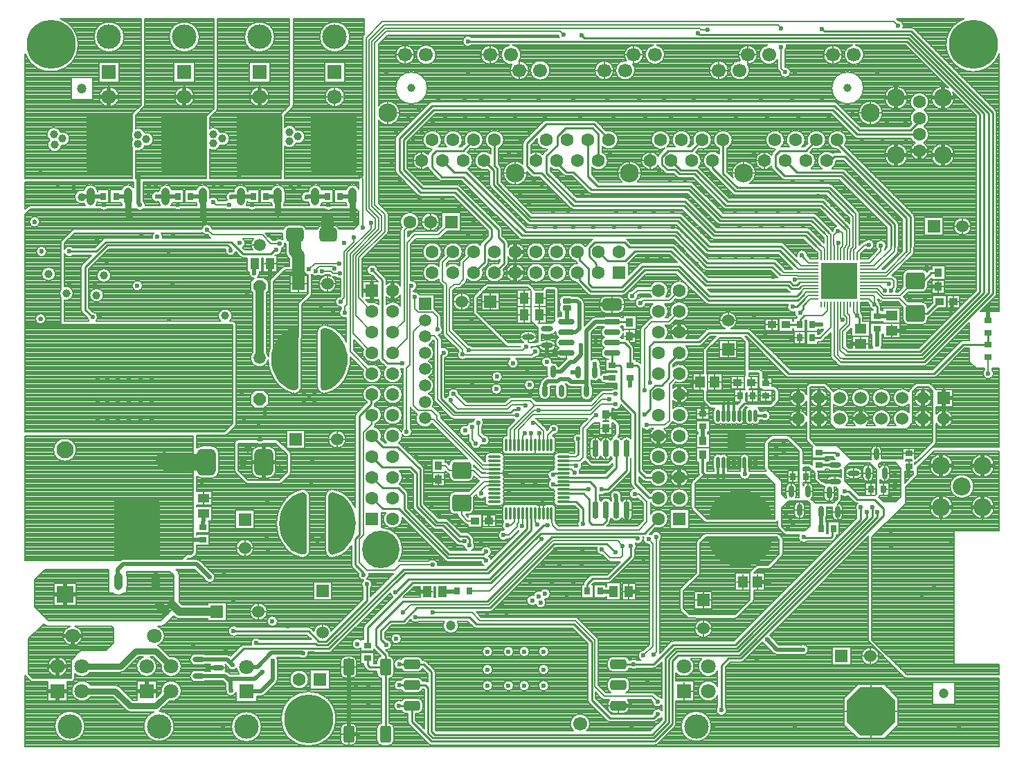
<source format=gtl>
G04*
G04 #@! TF.GenerationSoftware,Altium Limited,Altium Designer,19.1.7 (138)*
G04*
G04 Layer_Physical_Order=1*
G04 Layer_Color=255*
%FSLAX24Y24*%
%MOIN*%
G70*
G01*
G75*
%ADD10C,0.0079*%
%ADD11C,0.0071*%
%ADD12C,0.0098*%
%ADD15C,0.0118*%
%ADD20O,0.0177X0.0591*%
%ADD21R,0.1732X0.1732*%
%ADD22R,0.0079X0.0276*%
%ADD23R,0.0276X0.0079*%
%ADD24O,0.0281X0.0591*%
%ADD25O,0.0630X0.0118*%
%ADD26O,0.0118X0.0630*%
%ADD27O,0.0591X0.0281*%
G04:AMPARAMS|DCode=28|XSize=78.7mil|YSize=47.2mil|CornerRadius=11.8mil|HoleSize=0mil|Usage=FLASHONLY|Rotation=0.000|XOffset=0mil|YOffset=0mil|HoleType=Round|Shape=RoundedRectangle|*
%AMROUNDEDRECTD28*
21,1,0.0787,0.0236,0,0,0.0*
21,1,0.0551,0.0472,0,0,0.0*
1,1,0.0236,0.0276,-0.0118*
1,1,0.0236,-0.0276,-0.0118*
1,1,0.0236,-0.0276,0.0118*
1,1,0.0236,0.0276,0.0118*
%
%ADD28ROUNDEDRECTD28*%
G04:AMPARAMS|DCode=29|XSize=94.5mil|YSize=59.1mil|CornerRadius=14.8mil|HoleSize=0mil|Usage=FLASHONLY|Rotation=0.000|XOffset=0mil|YOffset=0mil|HoleType=Round|Shape=RoundedRectangle|*
%AMROUNDEDRECTD29*
21,1,0.0945,0.0295,0,0,0.0*
21,1,0.0650,0.0591,0,0,0.0*
1,1,0.0295,0.0325,-0.0148*
1,1,0.0295,-0.0325,-0.0148*
1,1,0.0295,-0.0325,0.0148*
1,1,0.0295,0.0325,0.0148*
%
%ADD29ROUNDEDRECTD29*%
G04:AMPARAMS|DCode=30|XSize=43.3mil|YSize=23.6mil|CornerRadius=5.9mil|HoleSize=0mil|Usage=FLASHONLY|Rotation=0.000|XOffset=0mil|YOffset=0mil|HoleType=Round|Shape=RoundedRectangle|*
%AMROUNDEDRECTD30*
21,1,0.0433,0.0118,0,0,0.0*
21,1,0.0315,0.0236,0,0,0.0*
1,1,0.0118,0.0157,-0.0059*
1,1,0.0118,-0.0157,-0.0059*
1,1,0.0118,-0.0157,0.0059*
1,1,0.0118,0.0157,0.0059*
%
%ADD30ROUNDEDRECTD30*%
%ADD31O,0.0800X0.0295*%
%ADD32O,0.0295X0.0850*%
G04:AMPARAMS|DCode=33|XSize=90.6mil|YSize=82.7mil|CornerRadius=12.4mil|HoleSize=0mil|Usage=FLASHONLY|Rotation=0.000|XOffset=0mil|YOffset=0mil|HoleType=Round|Shape=RoundedRectangle|*
%AMROUNDEDRECTD33*
21,1,0.0906,0.0579,0,0,0.0*
21,1,0.0657,0.0827,0,0,0.0*
1,1,0.0248,0.0329,-0.0289*
1,1,0.0248,-0.0329,-0.0289*
1,1,0.0248,-0.0329,0.0289*
1,1,0.0248,0.0329,0.0289*
%
%ADD33ROUNDEDRECTD33*%
G04:AMPARAMS|DCode=35|XSize=86.6mil|YSize=68.9mil|CornerRadius=17.2mil|HoleSize=0mil|Usage=FLASHONLY|Rotation=0.000|XOffset=0mil|YOffset=0mil|HoleType=Round|Shape=RoundedRectangle|*
%AMROUNDEDRECTD35*
21,1,0.0866,0.0344,0,0,0.0*
21,1,0.0522,0.0689,0,0,0.0*
1,1,0.0344,0.0261,-0.0172*
1,1,0.0344,-0.0261,-0.0172*
1,1,0.0344,-0.0261,0.0172*
1,1,0.0344,0.0261,0.0172*
%
%ADD35ROUNDEDRECTD35*%
G04:AMPARAMS|DCode=36|XSize=128mil|YSize=90.6mil|CornerRadius=22.6mil|HoleSize=0mil|Usage=FLASHONLY|Rotation=90.000|XOffset=0mil|YOffset=0mil|HoleType=Round|Shape=RoundedRectangle|*
%AMROUNDEDRECTD36*
21,1,0.1280,0.0453,0,0,90.0*
21,1,0.0827,0.0906,0,0,90.0*
1,1,0.0453,0.0226,0.0413*
1,1,0.0453,0.0226,-0.0413*
1,1,0.0453,-0.0226,-0.0413*
1,1,0.0453,-0.0226,0.0413*
%
%ADD36ROUNDEDRECTD36*%
G04:AMPARAMS|DCode=37|XSize=82.7mil|YSize=55.1mil|CornerRadius=13.8mil|HoleSize=0mil|Usage=FLASHONLY|Rotation=270.000|XOffset=0mil|YOffset=0mil|HoleType=Round|Shape=RoundedRectangle|*
%AMROUNDEDRECTD37*
21,1,0.0827,0.0276,0,0,270.0*
21,1,0.0551,0.0551,0,0,270.0*
1,1,0.0276,-0.0138,-0.0276*
1,1,0.0276,-0.0138,0.0276*
1,1,0.0276,0.0138,0.0276*
1,1,0.0276,0.0138,-0.0276*
%
%ADD37ROUNDEDRECTD37*%
%ADD73C,0.0906*%
%ADD74C,0.0669*%
%ADD79C,0.0630*%
%ADD81C,0.0709*%
%ADD82R,0.0630X0.0630*%
%ADD85C,0.0866*%
%ADD91R,0.0394X0.0394*%
%ADD92R,0.0394X0.0394*%
%ADD93R,0.0906X0.0965*%
%ADD94R,0.0551X0.0413*%
%ADD95R,0.0354X0.0276*%
%ADD96R,0.0413X0.0551*%
%ADD97R,0.0276X0.0354*%
%ADD98R,0.0453X0.0571*%
%ADD99R,0.0394X0.0354*%
%ADD100R,0.0354X0.0394*%
G04:AMPARAMS|DCode=101|XSize=279.5mil|YSize=218.5mil|CornerRadius=10.9mil|HoleSize=0mil|Usage=FLASHONLY|Rotation=90.000|XOffset=0mil|YOffset=0mil|HoleType=Round|Shape=RoundedRectangle|*
%AMROUNDEDRECTD101*
21,1,0.2795,0.1967,0,0,90.0*
21,1,0.2577,0.2185,0,0,90.0*
1,1,0.0219,0.0983,0.1288*
1,1,0.0219,0.0983,-0.1288*
1,1,0.0219,-0.0983,-0.1288*
1,1,0.0219,-0.0983,0.1288*
%
%ADD101ROUNDEDRECTD101*%
%ADD102O,0.0394X0.0846*%
%ADD103C,0.0472*%
%ADD104R,0.0571X0.0453*%
%ADD105C,0.0197*%
%ADD106C,0.0591*%
%ADD107C,0.0138*%
%ADD108C,0.0295*%
%ADD109C,0.0394*%
%ADD110C,0.0787*%
%ADD111C,0.0600*%
%ADD112R,0.0600X0.0600*%
%ADD113C,0.1811*%
%ADD114R,0.0630X0.0630*%
%ADD115R,0.0600X0.0600*%
%ADD116C,0.0591*%
%ADD117P,0.0639X8X292.5*%
%ADD118R,0.0591X0.0591*%
%ADD119R,0.0709X0.0709*%
%ADD120C,0.1181*%
%ADD121C,0.0827*%
%ADD122R,0.0827X0.0827*%
%ADD123P,0.2557X8X292.5*%
%ADD124C,0.2362*%
%ADD125C,0.0394*%
%ADD126C,0.0236*%
G36*
X20251Y26553D02*
X20311Y26510D01*
X20350Y26448D01*
X20363Y26376D01*
Y23770D01*
X20349Y23696D01*
X20309Y23632D01*
X20248Y23587D01*
X20175Y23568D01*
X20100Y23576D01*
X19970Y23617D01*
X19819Y23677D01*
X19680Y23761D01*
X19555Y23865D01*
X19550Y23869D01*
X19401Y24035D01*
X19275Y24219D01*
X19175Y24418D01*
X19102Y24628D01*
X19058Y24847D01*
X19043Y25069D01*
X19058Y25291D01*
X19102Y25510D01*
X19175Y25720D01*
X19275Y25919D01*
X19401Y26103D01*
X19550Y26269D01*
X19553Y26271D01*
X19679Y26376D01*
X19821Y26461D01*
X19973Y26522D01*
X20107Y26564D01*
X20180Y26572D01*
X20251Y26553D01*
D02*
G37*
G36*
X21672Y26561D02*
X21801Y26521D01*
X21952Y26460D01*
X22092Y26377D01*
X22217Y26273D01*
X22221Y26269D01*
X22370Y26103D01*
X22496Y25919D01*
X22596Y25720D01*
X22669Y25510D01*
X22713Y25291D01*
X22728Y25069D01*
X22713Y24847D01*
X22669Y24628D01*
X22596Y24418D01*
X22496Y24219D01*
X22370Y24035D01*
X22221Y23869D01*
X22219Y23867D01*
X22092Y23762D01*
X21951Y23677D01*
X21798Y23616D01*
X21664Y23574D01*
X21591Y23566D01*
X21520Y23584D01*
X21461Y23628D01*
X21422Y23690D01*
X21408Y23762D01*
Y26368D01*
X21422Y26442D01*
X21463Y26506D01*
X21524Y26551D01*
X21597Y26570D01*
X21672Y26561D01*
D02*
G37*
G36*
X41856Y18757D02*
X42075Y18713D01*
X42285Y18640D01*
X42484Y18540D01*
X42668Y18414D01*
X42834Y18265D01*
X42836Y18262D01*
X42941Y18136D01*
X43025Y17994D01*
X43087Y17842D01*
X43129Y17708D01*
X43137Y17635D01*
X43118Y17564D01*
X43075Y17504D01*
X43013Y17465D01*
X42941Y17452D01*
X40335D01*
X40261Y17466D01*
X40197Y17506D01*
X40152Y17567D01*
X40133Y17640D01*
X40141Y17715D01*
X40182Y17845D01*
X40242Y17995D01*
X40326Y18135D01*
X40430Y18260D01*
X40434Y18265D01*
X40600Y18414D01*
X40784Y18540D01*
X40983Y18640D01*
X41193Y18713D01*
X41412Y18757D01*
X41634Y18772D01*
X41856Y18757D01*
D02*
G37*
G36*
X20645Y18640D02*
X20704Y18597D01*
X20743Y18534D01*
X20757Y18462D01*
Y15857D01*
X20743Y15782D01*
X20703Y15718D01*
X20642Y15674D01*
X20569Y15654D01*
X20494Y15663D01*
X20364Y15704D01*
X20213Y15764D01*
X20074Y15847D01*
X19949Y15951D01*
X19944Y15956D01*
X19795Y16121D01*
X19669Y16305D01*
X19569Y16504D01*
X19496Y16715D01*
X19452Y16933D01*
X19437Y17156D01*
X19452Y17378D01*
X19496Y17596D01*
X19569Y17807D01*
X19669Y18006D01*
X19795Y18190D01*
X19944Y18355D01*
X19946Y18358D01*
X20073Y18463D01*
X20214Y18547D01*
X20367Y18608D01*
X20501Y18650D01*
X20574Y18659D01*
X20645Y18640D01*
D02*
G37*
G36*
X22065Y18648D02*
X22195Y18607D01*
X22346Y18547D01*
X22486Y18464D01*
X22611Y18360D01*
X22615Y18355D01*
X22764Y18190D01*
X22890Y18006D01*
X22990Y17807D01*
X23063Y17596D01*
X23107Y17378D01*
X23122Y17156D01*
X23107Y16933D01*
X23063Y16715D01*
X22990Y16504D01*
X22890Y16305D01*
X22764Y16121D01*
X22615Y15956D01*
X22613Y15953D01*
X22486Y15848D01*
X22345Y15764D01*
X22192Y15703D01*
X22058Y15661D01*
X21985Y15652D01*
X21914Y15671D01*
X21855Y15714D01*
X21816Y15777D01*
X21802Y15849D01*
Y18454D01*
X21816Y18529D01*
X21856Y18593D01*
X21917Y18637D01*
X21990Y18657D01*
X22065Y18648D01*
D02*
G37*
G36*
X43007Y16393D02*
X43071Y16352D01*
X43116Y16291D01*
X43135Y16218D01*
X43126Y16143D01*
X43086Y16014D01*
X43025Y15863D01*
X42942Y15723D01*
X42838Y15598D01*
X42834Y15594D01*
X42668Y15444D01*
X42484Y15319D01*
X42285Y15219D01*
X42075Y15146D01*
X41856Y15102D01*
X41634Y15087D01*
X41412Y15102D01*
X41193Y15146D01*
X40983Y15219D01*
X40784Y15319D01*
X40600Y15444D01*
X40434Y15594D01*
X40432Y15596D01*
X40327Y15722D01*
X40242Y15864D01*
X40181Y16017D01*
X40139Y16151D01*
X40131Y16224D01*
X40149Y16295D01*
X40193Y16354D01*
X40255Y16393D01*
X40327Y16407D01*
X42933D01*
X43007Y16393D01*
D02*
G37*
D10*
X52405Y41467D02*
G03*
X54094Y39777I449J-1240D01*
G01*
X53971Y36934D02*
G03*
X53916Y37066I-187J0D01*
G01*
X53971Y36934D02*
G03*
X53916Y37066I-187J0D01*
G01*
X49993Y40989D02*
G03*
X49861Y41043I-132J-132D01*
G01*
X49993Y40989D02*
G03*
X49861Y41043I-132J-132D01*
G01*
X49488Y41132D02*
G03*
X49227Y41388I-256J0D01*
G01*
X49472Y41043D02*
G03*
X49488Y41132I-240J89D01*
G01*
X51929Y37657D02*
G03*
X51860Y37925I-551J0D01*
G01*
X51645Y38140D02*
G03*
X51929Y37657I-267J-482D01*
G01*
X50479Y37067D02*
G03*
X50709Y37461I-224J394D01*
G01*
Y36673D02*
G03*
X50479Y37067I-453J0D01*
G01*
X50709Y37461D02*
G03*
X50032Y37067I-453J0D01*
G01*
X51929Y34902D02*
G03*
X51929Y34902I-551J0D01*
G01*
X50479Y36280D02*
G03*
X50709Y36673I-224J394D01*
G01*
Y35886D02*
G03*
X50479Y36280I-453J0D01*
G01*
X50459Y35481D02*
G03*
X50709Y35886I-203J405D01*
G01*
X49839Y35709D02*
G03*
X50053Y35481I417J177D01*
G01*
X50032Y37067D02*
G03*
X49881Y36419I224J-394D01*
G01*
X50689Y35098D02*
G03*
X50459Y35481I-433J0D01*
G01*
X50053D02*
G03*
X50689Y35098I203J-383D01*
G01*
X49685Y37657D02*
G03*
X49685Y37657I-551J0D01*
G01*
X47579Y39730D02*
G03*
X47177Y40197I-472J0D01*
G01*
X47036D02*
G03*
X47579Y39730I71J-467D01*
G01*
X48469Y36925D02*
G03*
X48469Y36925I-571J0D01*
G01*
X46296Y37406D02*
G03*
X46164Y37461I-132J-132D01*
G01*
X46296Y37406D02*
G03*
X46164Y37461I-132J-132D01*
G01*
X47567Y38130D02*
G03*
X47567Y38130I-768J0D01*
G01*
X46545Y39730D02*
G03*
X46545Y39730I-453J0D01*
G01*
X47132Y35763D02*
G03*
X47264Y35709I132J132D01*
G01*
X47132Y35763D02*
G03*
X47264Y35709I132J132D01*
G01*
X49685Y34902D02*
G03*
X49685Y34902I-551J0D01*
G01*
X46662Y35359D02*
G03*
X46752Y35630I-363J271D01*
G01*
X46682Y34197D02*
G03*
X46550Y34252I-132J-132D01*
G01*
X46682Y34197D02*
G03*
X46550Y34252I-132J-132D01*
G01*
X46752Y35630D02*
G03*
X46315Y35177I-453J0D01*
G01*
X45140Y35206D02*
G03*
X45752Y35630I159J424D01*
G01*
D02*
G03*
X44875Y35471I-453J0D01*
G01*
X46146Y35020D02*
G03*
X46061Y34999I0J-187D01*
G01*
X46061D02*
G03*
X45550Y34252I-262J-369D01*
G01*
X46146Y35020D02*
G03*
X46061Y34999I0J-187D01*
G01*
X46048Y34252D02*
G03*
X46252Y34630I-249J378D01*
G01*
X47259Y32248D02*
G03*
X47219Y32307I-172J-73D01*
G01*
X46057Y33469D02*
G03*
X45925Y33524I-132J-132D01*
G01*
X46057Y33469D02*
G03*
X45925Y33524I-132J-132D01*
G01*
X45708Y32790D02*
G03*
X45576Y32844I-132J-132D01*
G01*
X45708Y32790D02*
G03*
X45576Y32844I-132J-132D01*
G01*
X52741Y31467D02*
G03*
X52741Y31467I-418J0D01*
G01*
X50010Y31934D02*
G03*
X49955Y32066I-187J0D01*
G01*
X50010Y31934D02*
G03*
X49955Y32066I-187J0D01*
G01*
X50827Y29409D02*
G03*
X50695Y29355I0J-187D01*
G01*
X50827Y29409D02*
G03*
X50695Y29355I0J-187D01*
G01*
X50612Y29272D02*
G03*
X50388Y29400I-225J-135D01*
G01*
X49996Y30402D02*
G03*
X50010Y30472I-173J70D01*
G01*
X49945Y30098D02*
G03*
X49996Y30220I-122J122D01*
G01*
X49945Y30098D02*
G03*
X49996Y30220I-122J122D01*
G01*
X49380Y29552D02*
G03*
X49438Y29590I-65J161D01*
G01*
X49730Y29400D02*
G03*
X49468Y29138I0J-262D01*
G01*
X49380Y29552D02*
G03*
X49438Y29590I-65J161D01*
G01*
X53916Y28090D02*
G03*
X53971Y28223I-132J132D01*
G01*
X53916Y28090D02*
G03*
X53971Y28223I-132J132D01*
G01*
X52352Y25965D02*
G03*
X52220Y25910I0J-187D01*
G01*
X52352Y25965D02*
G03*
X52220Y25910I0J-187D01*
G01*
X50388Y28297D02*
G03*
X50650Y28559I0J262D01*
G01*
Y27563D02*
G03*
X50388Y27825I-262J0D01*
G01*
X50650Y27087D02*
G03*
X50772Y27141I-10J187D01*
G01*
X50650Y27087D02*
G03*
X50772Y27141I-10J187D01*
G01*
X50388Y26722D02*
G03*
X50650Y26984I0J262D01*
G01*
X49468D02*
G03*
X49730Y26722I262J0D01*
G01*
X49242Y31560D02*
G03*
X49187Y31692I-187J0D01*
G01*
X49242Y31560D02*
G03*
X49187Y31692I-187J0D01*
G01*
X48661Y30541D02*
G03*
X48232Y30353I-256J0D01*
G01*
X49228Y30398D02*
G03*
X49242Y30468I-173J70D01*
G01*
X49178Y30133D02*
G03*
X49228Y30256I-122J122D01*
G01*
X49178Y30133D02*
G03*
X49228Y30256I-122J122D01*
G01*
X48691Y30541D02*
G03*
X48705Y30471I187J0D01*
G01*
X49060Y29050D02*
G03*
X48937Y29100I-122J-122D01*
G01*
X49060Y29050D02*
G03*
X48937Y29100I-122J-122D01*
G01*
X47372Y32063D02*
G03*
X47321Y32185I-173J0D01*
G01*
X47372Y32063D02*
G03*
X47321Y32185I-173J0D01*
G01*
X46731Y32016D02*
G03*
X46790Y31976I132J132D01*
G01*
X46262Y31484D02*
G03*
X46083Y31229I77J-244D01*
G01*
X48071Y30581D02*
G03*
X47635Y30763I-256J0D01*
G01*
D02*
G03*
X47594Y30748I42J-182D01*
G01*
D02*
G03*
X47515Y30703I43J-168D01*
G01*
X47594Y30748D02*
G03*
X47515Y30703I43J-168D01*
G01*
X48579Y30353D02*
G03*
X48661Y30541I-173J188D01*
G01*
X47671Y30369D02*
G03*
X48071Y30581I144J212D01*
G01*
X46058Y31252D02*
G03*
X46018Y31311I-172J-73D01*
G01*
X45663Y30656D02*
G03*
X45624Y30713I-171J-75D01*
G01*
X49199Y28839D02*
G03*
X49148Y28961I-173J0D01*
G01*
X49199Y28839D02*
G03*
X49148Y28961I-173J0D01*
G01*
Y28423D02*
G03*
X49199Y28546I-122J122D01*
G01*
X49148Y28423D02*
G03*
X49199Y28546I-122J122D01*
G01*
X49134Y28376D02*
G03*
X49132Y28407I-256J0D01*
G01*
X49126Y28313D02*
G03*
X49134Y28376I-248J63D01*
G01*
X48362Y27887D02*
G03*
X48484Y27837I122J122D01*
G01*
X48362Y27887D02*
G03*
X48484Y27837I122J122D01*
G01*
X48396Y27589D02*
G03*
X48346Y27715I-187J0D01*
G01*
D02*
G03*
X48264Y27895I-256J-8D01*
G01*
X48396Y27589D02*
G03*
X48346Y27715I-187J0D01*
G01*
X47835Y27717D02*
G03*
X48022Y27460I256J-11D01*
G01*
X47530Y27077D02*
G03*
X47507Y27165I-187J0D01*
G01*
X47530Y27077D02*
G03*
X47507Y27165I-187J0D01*
G01*
X47507Y27168D02*
G03*
X47427Y27354I-256J0D01*
G01*
X45492Y25906D02*
G03*
X45664Y26020I0J187D01*
G01*
X44055Y38888D02*
G03*
X43794Y39144I-256J0D01*
G01*
X43858Y40108D02*
G03*
X43842Y40197I-256J0D01*
G01*
X43780Y39924D02*
G03*
X43858Y40108I-177J185D01*
G01*
X44752Y35630D02*
G03*
X43994Y35295I-453J0D01*
G01*
X43543Y38893D02*
G03*
X44055Y38888I256J-5D01*
G01*
X42941Y40197D02*
G03*
X43425Y39501I71J-467D01*
G01*
X43752Y35630D02*
G03*
X43329Y35178I-453J0D01*
G01*
X43425Y39085D02*
G03*
X43477Y38959I177J0D01*
G01*
X43425Y39085D02*
G03*
X43477Y38959I177J0D01*
G01*
X44604Y35295D02*
G03*
X44752Y35630I-305J335D01*
G01*
X43604Y35295D02*
G03*
X43752Y35630I-305J335D01*
G01*
X43195Y35044D02*
G03*
X43140Y34911I132J-132D01*
G01*
X43195Y35044D02*
G03*
X43140Y34911I132J-132D01*
G01*
X41973Y39278D02*
G03*
X42451Y39730I25J452D01*
G01*
X42077Y38982D02*
G03*
X41973Y39278I-472J0D01*
G01*
X42451Y39730D02*
G03*
X41640Y39453I-453J0D01*
G01*
D02*
G03*
X42077Y38982I-36J-471D01*
G01*
X41053D02*
G03*
X41053Y38982I-453J0D01*
G01*
X40986Y35218D02*
G03*
X41252Y35630I-187J412D01*
G01*
D02*
G03*
X40612Y35218I-453J0D01*
G01*
X45252Y34630D02*
G03*
X44979Y35045I-453J0D01*
G01*
X45048Y34252D02*
G03*
X45252Y34630I-249J378D01*
G01*
X43140Y34321D02*
G03*
X43195Y34189I187J0D01*
G01*
X43140Y34321D02*
G03*
X43195Y34189I187J0D01*
G01*
X43140Y34897D02*
G03*
X43140Y34362I-341J-268D01*
G01*
X42061Y33524D02*
G03*
X42370Y34031I-262J507D01*
G01*
D02*
G03*
X41277Y33801I-571J0D01*
G01*
X45278Y32052D02*
G03*
X45146Y32106I-132J-132D01*
G01*
X45278Y32052D02*
G03*
X45146Y32106I-132J-132D01*
G01*
X44994Y31343D02*
G03*
X44862Y31398I-132J-132D01*
G01*
X43628Y33756D02*
G03*
X43760Y33701I132J132D01*
G01*
X44994Y31343D02*
G03*
X44862Y31398I-132J-132D01*
G01*
X45557Y30993D02*
G03*
X45616Y30953I132J132D01*
G01*
X43628Y33756D02*
G03*
X43760Y33701I132J132D01*
G01*
X43735Y30634D02*
G03*
X43602Y30689I-132J-132D01*
G01*
X43735Y30634D02*
G03*
X43602Y30689I-132J-132D01*
G01*
X40119Y34215D02*
G03*
X40167Y34131I181J48D01*
G01*
X40119Y34215D02*
G03*
X40167Y34131I181J48D01*
G01*
X40612Y34957D02*
G03*
X40119Y34215I-313J-327D01*
G01*
X41271Y33027D02*
G03*
X41403Y32972I132J132D01*
G01*
X41271Y33027D02*
G03*
X41403Y32972I132J132D01*
G01*
X40808Y32348D02*
G03*
X40940Y32293I132J132D01*
G01*
X40808Y32348D02*
G03*
X40940Y32293I132J132D01*
G01*
X40529Y31610D02*
G03*
X40661Y31555I132J132D01*
G01*
X40529Y31610D02*
G03*
X40661Y31555I132J132D01*
G01*
X40214Y30901D02*
G03*
X40346Y30846I132J132D01*
G01*
X40214Y30901D02*
G03*
X40346Y30846I132J132D01*
G01*
X40252Y35630D02*
G03*
X39375Y35471I-453J0D01*
G01*
X39252Y35630D02*
G03*
X38494Y35295I-453J0D01*
G01*
X37992Y39730D02*
G03*
X37590Y40197I-472J0D01*
G01*
X37449D02*
G03*
X37992Y39730I71J-467D01*
G01*
X38252Y35630D02*
G03*
X38005Y35227I-453J0D01*
G01*
X39104Y35295D02*
G03*
X39252Y35630I-305J335D01*
G01*
X39640Y35206D02*
G03*
X40252Y35630I159J424D01*
G01*
X39752Y34630D02*
G03*
X39479Y35045I-453J0D01*
G01*
X38094Y35286D02*
G03*
X38252Y35630I-295J344D01*
G01*
X38151Y35295D02*
G03*
X38094Y35286I0J-187D01*
G01*
X38151Y35295D02*
G03*
X38094Y35286I0J-187D01*
G01*
X37724Y34946D02*
G03*
X37673Y34849I132J-132D01*
G01*
X37724Y34946D02*
G03*
X37673Y34849I132J-132D01*
G01*
X36459Y39279D02*
G03*
X36959Y39730I47J450D01*
G01*
X36565Y38982D02*
G03*
X36459Y39279I-472J0D01*
G01*
X36959Y39730D02*
G03*
X36149Y39451I-453J0D01*
G01*
X32875Y40679D02*
G03*
X32908Y40571I255J20D01*
G01*
X36149Y39451D02*
G03*
X36565Y38982I-57J-469D01*
G01*
X35531D02*
G03*
X35531Y38982I-453J0D01*
G01*
X35752Y35630D02*
G03*
X35170Y36064I-453J0D01*
G01*
X34986Y35303D02*
G03*
X35752Y35630I313J327D01*
G01*
X34713Y36520D02*
G03*
X34581Y36575I-132J-132D01*
G01*
X34713Y36520D02*
G03*
X34581Y36575I-132J-132D01*
G01*
X35252Y34630D02*
G03*
X34986Y35042I-453J0D01*
G01*
X39621Y34312D02*
G03*
X39752Y34630I-322J318D01*
G01*
X39371Y33548D02*
G03*
X39239Y33602I-132J-132D01*
G01*
X39371Y33548D02*
G03*
X39239Y33602I-132J-132D01*
G01*
X38560Y33854D02*
G03*
X38692Y33799I132J132D01*
G01*
X38560Y33854D02*
G03*
X38692Y33799I132J132D01*
G01*
X39095Y32800D02*
G03*
X38963Y32854I-132J-132D01*
G01*
X39095Y32800D02*
G03*
X38963Y32854I-132J-132D01*
G01*
X38853Y32052D02*
G03*
X38720Y32106I-132J-132D01*
G01*
X38853Y32052D02*
G03*
X38720Y32106I-132J-132D01*
G01*
X38676Y31333D02*
G03*
X38543Y31388I-132J-132D01*
G01*
X38676Y31333D02*
G03*
X38543Y31388I-132J-132D01*
G01*
X37673Y34411D02*
G03*
X37724Y34314I184J36D01*
G01*
X37673Y34411D02*
G03*
X37724Y34314I184J36D01*
G01*
X37673Y34849D02*
G03*
X37673Y34411I-374J-219D01*
G01*
X37984Y34055D02*
G03*
X38116Y34000I132J132D01*
G01*
X37984Y34055D02*
G03*
X38116Y34000I132J132D01*
G01*
X36676Y33602D02*
G03*
X36870Y34031I-377J429D01*
G01*
X34486Y34303D02*
G03*
X35252Y34630I313J327D01*
G01*
X36870Y34031D02*
G03*
X35922Y33602I-571J0D01*
G01*
X38508Y30585D02*
G03*
X38376Y30640I-132J-132D01*
G01*
X34314Y33106D02*
G03*
X34446Y33051I132J132D01*
G01*
X34314Y33106D02*
G03*
X34446Y33051I132J132D01*
G01*
X33116Y33952D02*
G03*
X33248Y33898I132J132D01*
G01*
X33116Y33952D02*
G03*
X33248Y33898I132J132D01*
G01*
X34184Y30483D02*
G03*
X33727Y29790I-379J-247D01*
G01*
X33470Y32338D02*
G03*
X33602Y32283I132J132D01*
G01*
X33470Y32338D02*
G03*
X33602Y32283I132J132D01*
G01*
X45163Y30356D02*
G03*
X45223Y30315I132J132D01*
G01*
X44862Y30079D02*
G03*
X44360Y30009I-256J0D01*
G01*
X44877Y30023D02*
G03*
X44861Y30054I-172J-73D01*
G01*
X43380Y29847D02*
G03*
X43248Y29902I-132J-132D01*
G01*
X43380Y29847D02*
G03*
X43248Y29902I-132J-132D01*
G01*
X43964Y28332D02*
G03*
X44036Y28287I132J132D01*
G01*
X43775Y29433D02*
G03*
X43735Y29492I-172J-73D01*
G01*
X43389Y29031D02*
G03*
X43448Y28991I132J132D01*
G01*
X44255Y27354D02*
G03*
X44378Y27093I253J-41D01*
G01*
X43964Y28332D02*
G03*
X44036Y28287I132J132D01*
G01*
X43932Y27717D02*
G03*
X44255Y27354I222J-128D01*
G01*
X39924Y30173D02*
G03*
X40056Y30118I132J132D01*
G01*
X39924Y30173D02*
G03*
X40056Y30118I132J132D01*
G01*
X39872Y29385D02*
G03*
X40004Y29331I132J132D01*
G01*
X39872Y29385D02*
G03*
X40004Y29331I132J132D01*
G01*
X38508Y30585D02*
G03*
X38376Y30640I-132J-132D01*
G01*
X39154Y28378D02*
G03*
X38281Y28209I-453J0D01*
G01*
X39952Y27771D02*
G03*
X40084Y27717I132J132D01*
G01*
X39952Y27771D02*
G03*
X40084Y27717I132J132D01*
G01*
X38531Y27958D02*
G03*
X39154Y28378I169J420D01*
G01*
X38226Y27726D02*
G03*
X38352Y27778I0J177D01*
G01*
X39154Y27378D02*
G03*
X38281Y27209I-453J0D01*
G01*
X38226Y27726D02*
G03*
X38352Y27778I0J177D01*
G01*
X44376Y27091D02*
G03*
X44338Y27037I132J-132D01*
G01*
X45433Y26486D02*
G03*
X45651Y26496I98J236D01*
G01*
X44376Y27091D02*
G03*
X44338Y27037I132J-132D01*
G01*
X41184Y26535D02*
G03*
X41461Y26929I-141J394D01*
G01*
X42130Y26481D02*
G03*
X41998Y26535I-132J-132D01*
G01*
X38531Y26958D02*
G03*
X39154Y27378I169J420D01*
G01*
X38203Y26703D02*
G03*
X38328Y26755I0J177D01*
G01*
X38203Y26703D02*
G03*
X38328Y26755I0J177D01*
G01*
X41461Y26929D02*
G03*
X40903Y26535I-418J0D01*
G01*
X39134Y26376D02*
G03*
X38392Y26073I-433J0D01*
G01*
X40118Y26535D02*
G03*
X39986Y26481I0J-187D01*
G01*
X40118Y26535D02*
G03*
X39986Y26481I0J-187D01*
G01*
X42130D02*
G03*
X41998Y26535I-132J-132D01*
G01*
X42047Y25886D02*
G03*
X41995Y26011I-177J0D01*
G01*
X42047Y25886D02*
G03*
X41995Y26011I-177J0D01*
G01*
X39010Y26073D02*
G03*
X39134Y26376I-309J303D01*
G01*
X36939Y29734D02*
G03*
X36807Y29679I0J-187D01*
G01*
X36939Y29734D02*
G03*
X36807Y29679I0J-187D01*
G01*
X38154Y28378D02*
G03*
X37284Y28555I-453J0D01*
G01*
X36693Y28110D02*
G03*
X36691Y28143I-256J0D01*
G01*
X38042Y28081D02*
G03*
X38154Y28378I-342J297D01*
G01*
X37284Y28201D02*
G03*
X37359Y28081I417J177D01*
G01*
X36949D02*
G03*
X36837Y28041I0J-177D01*
G01*
X36949Y28081D02*
G03*
X36837Y28041I0J-177D01*
G01*
X36837D02*
G03*
X36646Y27963I-7J-256D01*
G01*
X36675Y28555D02*
G03*
X36550Y28503I0J-177D01*
G01*
X36675Y28555D02*
G03*
X36550Y28503I0J-177D01*
G01*
X35979Y28150D02*
G03*
X36111Y28204I0J187D01*
G01*
X36646Y27963D02*
G03*
X36693Y28110I-209J148D01*
G01*
X36412Y28365D02*
G03*
X36622Y27933I25J-255D01*
G01*
X34228Y30552D02*
G03*
X34184Y30483I132J-132D01*
G01*
X34228Y30552D02*
G03*
X34184Y30483I132J-132D01*
G01*
X33727Y29790D02*
G03*
X33775Y29711I179J53D01*
G01*
X33727Y29790D02*
G03*
X33775Y29711I179J53D01*
G01*
X33801Y29685D02*
G03*
X33735Y28785I5J-453D01*
G01*
X33735D02*
G03*
X33775Y28727I172J74D01*
G01*
X33735Y28785D02*
G03*
X33775Y28727I172J74D01*
G01*
X35979Y28150D02*
G03*
X36111Y28204I0J187D01*
G01*
X34297D02*
G03*
X34429Y28150I132J132D01*
G01*
X34297Y28204D02*
G03*
X34429Y28150I132J132D01*
G01*
X33930Y28041D02*
G03*
X33763Y28110I-167J-167D01*
G01*
X33930Y28041D02*
G03*
X33763Y28110I-167J-167D01*
G01*
X36053Y27844D02*
G03*
X35787Y28110I-266J0D01*
G01*
X35138D02*
G03*
X34872Y27844I0J-266D01*
G01*
X34114Y27759D02*
G03*
X34045Y27926I-236J0D01*
G01*
X34114Y27759D02*
G03*
X34045Y27926I-236J0D01*
G01*
X32874Y28386D02*
G03*
X32697Y28563I-177J0D01*
G01*
X32874Y28386D02*
G03*
X32697Y28563I-177J0D01*
G01*
X33521Y28110D02*
G03*
X33435Y28130I-86J-177D01*
G01*
X33120D02*
G03*
X32923Y27933I0J-197D01*
G01*
X38154Y27378D02*
G03*
X37990Y27726I-453J0D01*
G01*
X38020Y27057D02*
G03*
X38154Y27378I-319J321D01*
G01*
X37412Y27726D02*
G03*
X37381Y27057I289J-348D01*
G01*
X37372D02*
G03*
X37247Y27005I0J-177D01*
G01*
X37372Y27057D02*
G03*
X37247Y27005I0J-177D01*
G01*
X36622Y27933D02*
G03*
X37080Y27726I209J-148D01*
G01*
X35787Y27283D02*
G03*
X36053Y27549I0J266D01*
G01*
X36883Y26641D02*
G03*
X36831Y26516I125J-125D01*
G01*
X36883Y26641D02*
G03*
X36831Y26516I125J-125D01*
G01*
X38037Y26073D02*
G03*
X38154Y26376I-336J303D01*
G01*
D02*
G03*
X38014Y26703I-453J0D01*
G01*
X36004Y26426D02*
G03*
X35863Y26616I-279J-60D01*
G01*
Y26116D02*
G03*
X36004Y26307I-138J250D01*
G01*
X35940Y27053D02*
G03*
X35725Y27152I-216J-187D01*
G01*
X34872Y27549D02*
G03*
X35138Y27283I266J0D01*
G01*
X35220Y27152D02*
G03*
X35060Y27102I0J-285D01*
G01*
X32923Y27815D02*
G03*
X32963Y27697I197J0D01*
G01*
Y27697D02*
G03*
X32923Y27579I157J-118D01*
G01*
Y27461D02*
G03*
X33039Y27281I197J0D01*
G01*
X33020Y27152D02*
G03*
X32874Y27111I0J-285D01*
G01*
X35863Y26616D02*
G03*
X35940Y26679I-138J250D01*
G01*
X34652Y27102D02*
G03*
X34485Y27033I0J-236D01*
G01*
X34652Y27102D02*
G03*
X34485Y27033I0J-236D01*
G01*
X35940Y26053D02*
G03*
X35863Y26116I-216J-187D01*
G01*
X35082Y26616D02*
G03*
X35082Y26116I138J-250D01*
G01*
X32736Y26394D02*
G03*
X32882Y26116I284J-28D01*
G01*
X53829Y24380D02*
G03*
X53750Y24565I-256J0D01*
G01*
X53396Y24565D02*
G03*
X53829Y24380I177J-185D01*
G01*
X50955Y24193D02*
G03*
X51087Y24248I0J187D01*
G01*
X50955Y24193D02*
G03*
X51087Y24248I0J187D01*
G01*
X51046Y23617D02*
G03*
X51021Y23649I-151J-93D01*
G01*
X51046Y23617D02*
G03*
X51021Y23649I-151J-93D01*
G01*
X48465Y25768D02*
G03*
X48445Y25866I-256J0D01*
G01*
X48410Y25610D02*
G03*
X48465Y25768I-202J157D01*
G01*
X47972Y25866D02*
G03*
X48007Y25610I236J-98D01*
G01*
X50492Y24744D02*
G03*
X50624Y24799I0J187D01*
G01*
X50814Y23856D02*
G03*
X50689Y23907I-125J-125D01*
G01*
X50814Y23856D02*
G03*
X50689Y23907I-125J-125D01*
G01*
X50492Y24744D02*
G03*
X50624Y24799I0J187D01*
G01*
X50157Y23907D02*
G03*
X50032Y23856I0J-177D01*
G01*
X50157Y23907D02*
G03*
X50032Y23856I0J-177D01*
G01*
X45978Y25226D02*
G03*
X46029Y25104I173J0D01*
G01*
X46275Y24858D02*
G03*
X46447Y24744I172J73D01*
G01*
X45978Y25226D02*
G03*
X46029Y25104I173J0D01*
G01*
X45775Y23865D02*
G03*
X45650Y23917I-125J-125D01*
G01*
X45775Y23865D02*
G03*
X45650Y23917I-125J-125D01*
G01*
X49796Y23619D02*
G03*
X49744Y23501I125J-125D01*
G01*
X49796Y23619D02*
G03*
X49744Y23501I125J-125D01*
G01*
X46112Y23503D02*
G03*
X46070Y23570I-167J-58D01*
G01*
X46865Y23199D02*
G03*
X46112Y23503I-438J0D01*
G01*
D02*
G03*
X46070Y23570I-167J-58D01*
G01*
X49744Y23501D02*
G03*
X49744Y22897I-317J-302D01*
G01*
X51845Y22199D02*
G03*
X51073Y22421I-418J0D01*
G01*
Y21977D02*
G03*
X51845Y22199I354J222D01*
G01*
X49744Y22501D02*
G03*
X49127Y21880I-317J-302D01*
G01*
X51021Y20977D02*
G03*
X51073Y21102I-125J125D01*
G01*
X51021Y20977D02*
G03*
X51073Y21102I-125J125D01*
G01*
X50945Y20827D02*
G03*
X50820Y20775I0J-177D01*
G01*
X50945Y20827D02*
G03*
X50820Y20775I0J-177D01*
G01*
X49865Y20246D02*
G03*
X49899Y20167I175J30D01*
G01*
X49589D02*
G03*
X49623Y20246I-140J108D01*
G01*
X49589Y20167D02*
G03*
X49623Y20246I-140J108D01*
G01*
X50054Y20099D02*
G03*
X50194Y20150I15J177D01*
G01*
X48865Y23199D02*
G03*
X48865Y23199I-438J0D01*
G01*
Y22199D02*
G03*
X48127Y21880I-438J0D01*
G01*
X47865Y23199D02*
G03*
X47865Y23199I-438J0D01*
G01*
X46122Y22885D02*
G03*
X46865Y23199I305J314D01*
G01*
X47845Y22199D02*
G03*
X47157Y21880I-418J0D01*
G01*
X46865Y22199D02*
G03*
X46122Y22513I-438J0D01*
G01*
X48727Y21880D02*
G03*
X48865Y22199I-300J319D01*
G01*
X47698Y21880D02*
G03*
X47845Y22199I-270J319D01*
G01*
X46727Y21880D02*
G03*
X46865Y22199I-300J319D01*
G01*
X46092Y20384D02*
G03*
X46184Y20249I246J69D01*
G01*
X46031D02*
G03*
X45830Y20162I0J-278D01*
G01*
X45020Y23917D02*
G03*
X44894Y23865I0J-177D01*
G01*
X45020Y23917D02*
G03*
X44894Y23865I0J-177D01*
G01*
X43834Y24248D02*
G03*
X43967Y24193I132J132D01*
G01*
X43834Y24248D02*
G03*
X43967Y24193I132J132D01*
G01*
X44865Y23836D02*
G03*
X44813Y23711I125J-125D01*
G01*
X44865Y23836D02*
G03*
X44813Y23711I125J-125D01*
G01*
Y23360D02*
G03*
X44813Y23038I-386J-161D01*
G01*
X42717Y24400D02*
G03*
X42539Y24577I-177J0D01*
G01*
X42717Y24400D02*
G03*
X42539Y24577I-177J0D01*
G01*
X43354Y23708D02*
G03*
X43228Y23760I-125J-125D01*
G01*
X43354Y23708D02*
G03*
X43228Y23760I-125J-125D01*
G01*
X43484Y23504D02*
G03*
X43432Y23629I-177J0D01*
G01*
X43484Y23504D02*
G03*
X43432Y23629I-177J0D01*
G01*
Y22995D02*
G03*
X43484Y23120I-125J125D01*
G01*
X43432Y22995D02*
G03*
X43484Y23120I-125J125D01*
G01*
X43091Y22726D02*
G03*
X43216Y22778I0J177D01*
G01*
X43091Y22726D02*
G03*
X43216Y22778I0J177D01*
G01*
X43081Y22343D02*
G03*
X42688Y22559I-256J0D01*
G01*
X42579Y22559D02*
G03*
X42505Y22726I-226J0D01*
G01*
X41977Y22751D02*
G03*
X41870Y22559I120J-192D01*
G01*
X40111Y22768D02*
G03*
X40236Y22717I125J125D01*
G01*
X40111Y22768D02*
G03*
X40236Y22717I125J125D01*
G01*
X41811Y22559D02*
G03*
X41792Y22650I-226J0D01*
G01*
X40398Y22717D02*
G03*
X40335Y22559I163J-157D01*
G01*
X44813Y22360D02*
G03*
X44813Y22038I-386J-161D01*
G01*
X43179Y21388D02*
G03*
X43054Y21336I0J-177D01*
G01*
X44813Y21230D02*
G03*
X44865Y21105I177J0D01*
G01*
X44813Y21230D02*
G03*
X44865Y21105I177J0D01*
G01*
X44023Y21336D02*
G03*
X43898Y21388I-125J-125D01*
G01*
X44023Y21336D02*
G03*
X43898Y21388I-125J-125D01*
G01*
X42661Y22146D02*
G03*
X43081Y22343I164J197D01*
G01*
X43179Y21388D02*
G03*
X43054Y21336I0J-177D01*
G01*
X45056Y19997D02*
G03*
X44931Y20049I-125J-125D01*
G01*
X45056Y19997D02*
G03*
X44931Y20049I-125J-125D01*
G01*
X44705D02*
G03*
X44646Y20039I0J-177D01*
G01*
X44705Y20049D02*
G03*
X44646Y20039I0J-177D01*
G01*
X42857Y21139D02*
G03*
X42805Y21014I125J-125D01*
G01*
X42857Y21139D02*
G03*
X42805Y21014I125J-125D01*
G01*
X44646Y20640D02*
G03*
X44594Y20765I-177J0D01*
G01*
X44646Y20640D02*
G03*
X44594Y20765I-177J0D01*
G01*
X41870Y22146D02*
G03*
X42224Y21959I226J0D01*
G01*
X41457D02*
G03*
X41811Y22146I128J187D01*
G01*
X42224Y21959D02*
G03*
X42579Y22146I128J187D01*
G01*
X40689Y21959D02*
G03*
X40945Y21959I128J187D01*
G01*
X40335Y22146D02*
G03*
X40689Y21959I226J0D01*
G01*
X41201D02*
G03*
X41457Y21959I128J187D01*
G01*
X40945D02*
G03*
X41201Y21959I128J187D01*
G01*
X42067Y20276D02*
G03*
X41614Y20276I-226J0D01*
G01*
X42052Y19782D02*
G03*
X42067Y19862I-212J80D01*
G01*
X41024Y19770D02*
G03*
X41043Y19862I-207J92D01*
G01*
X40689Y20462D02*
G03*
X40335Y20276I-128J-187D01*
G01*
X41043D02*
G03*
X40689Y20462I-226J0D01*
G01*
X40335Y19862D02*
G03*
X40354Y19770I226J0D01*
G01*
X47112Y18185D02*
G03*
X47244Y18130I132J132D01*
G01*
X47280D02*
G03*
X47224Y17772I151J-207D01*
G01*
X47112Y18185D02*
G03*
X47244Y18130I132J132D01*
G01*
X46341Y19692D02*
G03*
X46496Y19740I0J278D01*
G01*
X46486Y18506D02*
G03*
X46813Y18483I177J185D01*
G01*
X46496Y19377D02*
G03*
X46341Y19429I-155J-207D01*
G01*
X46434Y18211D02*
G03*
X46486Y18337I-125J125D01*
G01*
X46434Y18211D02*
G03*
X46486Y18337I-125J125D01*
G01*
X46570Y17867D02*
G03*
X46346Y18123I-258J0D01*
G01*
X47800Y16539D02*
G03*
X47795Y16496I172J-43D01*
G01*
X47800Y16539D02*
G03*
X47795Y16496I172J-43D01*
G01*
X46053Y17557D02*
G03*
X46570Y17557I258J0D01*
G01*
X45840Y19769D02*
G03*
X46031Y19692I191J202D01*
G01*
Y19429D02*
G03*
X45791Y19075I0J-258D01*
G01*
X45791Y19075D02*
G03*
X45760Y19089I-92J-151D01*
G01*
X46065Y17943D02*
G03*
X46053Y17867I247J-76D01*
G01*
X45790D02*
G03*
X45779Y17943I-278J0D01*
G01*
X45394Y19587D02*
G03*
X45364Y19685I-177J0D01*
G01*
X45394Y19587D02*
G03*
X45364Y19685I-177J0D01*
G01*
X45791Y19075D02*
G03*
X45760Y19089I-92J-151D01*
G01*
X45728Y19112D02*
G03*
X45760Y19089I59J52D01*
G01*
X45728Y19112D02*
G03*
X45594Y19173I-134J-116D01*
G01*
X45728Y19112D02*
G03*
X45594Y19173I-134J-116D01*
G01*
X46195Y16403D02*
G03*
X46250Y16535I-132J132D01*
G01*
X46195Y16403D02*
G03*
X46250Y16535I-132J132D01*
G01*
X46004Y16289D02*
G03*
X46136Y16344I0J187D01*
G01*
X46004Y16289D02*
G03*
X46136Y16344I0J187D01*
G01*
X45753Y17418D02*
G03*
X45790Y17557I-241J139D01*
G01*
X49520Y9747D02*
G03*
X49646Y9695I125J125D01*
G01*
X49520Y9747D02*
G03*
X49646Y9695I125J125D01*
G01*
X47795Y11545D02*
G03*
X47847Y11420I177J0D01*
G01*
X47795Y11545D02*
G03*
X47847Y11420I177J0D01*
G01*
X48302Y10758D02*
G03*
X48302Y10758I-418J0D01*
G01*
X44463Y16614D02*
G03*
X44849Y16289I222J-128D01*
G01*
X43713Y16666D02*
G03*
X43839Y16614I125J125D01*
G01*
X43713Y16666D02*
G03*
X43839Y16614I125J125D01*
G01*
X43681Y16378D02*
G03*
X43629Y16503I-177J0D01*
G01*
X43511Y16621D02*
G03*
X43386Y16673I-125J-125D01*
G01*
X43511Y16621D02*
G03*
X43386Y16673I-125J-125D01*
G01*
X43629Y15554D02*
G03*
X43681Y15679I-125J125D01*
G01*
Y16378D02*
G03*
X43629Y16503I-177J0D01*
G01*
Y15554D02*
G03*
X43681Y15679I-125J125D01*
G01*
X42805Y19823D02*
G03*
X42857Y19698I177J0D01*
G01*
X42805Y19823D02*
G03*
X42857Y19698I177J0D01*
G01*
X42106Y19685D02*
G03*
X42057Y19678I0J-177D01*
G01*
X42106Y19685D02*
G03*
X42057Y19678I0J-177D01*
G01*
X43297Y17195D02*
G03*
X43435Y17261I0J177D01*
G01*
Y17018D02*
G03*
X43487Y16892I177J0D01*
G01*
X43435Y17018D02*
G03*
X43487Y16892I177J0D01*
G01*
X42883Y19671D02*
G03*
X42815Y19685I-68J-163D01*
G01*
X43297Y17195D02*
G03*
X43435Y17261I0J177D01*
G01*
X42883Y19671D02*
G03*
X42815Y19685I-68J-163D01*
G01*
X41614Y19862D02*
G03*
X41639Y19760I226J0D01*
G01*
Y19680D02*
G03*
X41595Y19685I-44J-172D01*
G01*
X41639Y19680D02*
G03*
X41595Y19685I-44J-172D01*
G01*
X42963Y14961D02*
G03*
X43088Y15013I0J177D01*
G01*
X42963Y14961D02*
G03*
X43088Y15013I0J177D01*
G01*
X42232Y13359D02*
G03*
X42283Y13484I-125J125D01*
G01*
X42232Y13359D02*
G03*
X42283Y13484I-125J125D01*
G01*
X41378Y12579D02*
G03*
X41503Y12631I0J177D01*
G01*
X41378Y12579D02*
G03*
X41503Y12631I0J177D01*
G01*
X43160Y11653D02*
G03*
X43043Y11781I-237J-97D01*
G01*
X42697Y11435D02*
G03*
X42826Y11318I226J120D01*
G01*
X44557Y10837D02*
G03*
X44911Y11073I98J236D01*
G01*
D02*
G03*
X44557Y11309I-256J0D01*
G01*
X43238Y10906D02*
G03*
X43406Y10837I167J167D01*
G01*
X43238Y10906D02*
G03*
X43406Y10837I167J167D01*
G01*
X40270Y12087D02*
G03*
X40270Y12087I-418J0D01*
G01*
X39767Y10630D02*
G03*
X40541Y10051I331J-364D01*
G01*
X41657Y10472D02*
G03*
X41789Y10527I0J187D01*
G01*
X41657Y10472D02*
G03*
X41789Y10527I0J187D01*
G01*
X40984Y8159D02*
G03*
X40915Y8334I-256J0D01*
G01*
X40541D02*
G03*
X40984Y8159I187J-175D01*
G01*
X40541Y9299D02*
G03*
X40541Y8870I-443J-215D01*
G01*
X40236Y7384D02*
G03*
X40236Y7384I-728J0D01*
G01*
D02*
G03*
X40236Y7384I-728J0D01*
G01*
X39914Y25617D02*
G03*
X39862Y25492I125J-125D01*
G01*
X39914Y25617D02*
G03*
X39862Y25492I125J-125D01*
G01*
X39656Y25699D02*
G03*
X39788Y25754I0J187D01*
G01*
X39656Y25699D02*
G03*
X39788Y25754I0J187D01*
G01*
X39862Y23091D02*
G03*
X39914Y22965I177J0D01*
G01*
X39862Y23091D02*
G03*
X39914Y22965I177J0D01*
G01*
X39154Y25376D02*
G03*
X39018Y25699I-453J0D01*
G01*
X38541Y24952D02*
G03*
X39154Y25376I159J424D01*
G01*
X38531Y23956D02*
G03*
X39154Y24376I169J420D01*
G01*
D02*
G03*
X38386Y24701I-453J0D01*
G01*
Y23077D02*
G03*
X39134Y23374I315J297D01*
G01*
D02*
G03*
X38386Y23671I-433J0D01*
G01*
X39154Y22374D02*
G03*
X38386Y22699I-453J0D01*
G01*
X38376Y22058D02*
G03*
X39154Y22374I325J316D01*
G01*
X38334Y21991D02*
G03*
X38376Y22058I-125J125D01*
G01*
X38334Y21991D02*
G03*
X38376Y22058I-125J125D01*
G01*
X37992Y21722D02*
G03*
X38117Y21774I0J177D01*
G01*
X37992Y21722D02*
G03*
X38117Y21774I0J177D01*
G01*
X36929Y21749D02*
G03*
X37320Y21722I207J151D01*
G01*
X38134Y21374D02*
G03*
X37958Y21722I-433J0D01*
G01*
X39154Y21374D02*
G03*
X39154Y21374I-453J0D01*
G01*
Y20372D02*
G03*
X39154Y20372I-453J0D01*
G01*
X39134Y19372D02*
G03*
X39134Y19372I-433J0D01*
G01*
X39626Y19596D02*
G03*
X39644Y19511I207J0D01*
G01*
X39626Y19596D02*
G03*
X39644Y19511I207J0D01*
G01*
X39324Y19190D02*
G03*
X39272Y19065I125J-125D01*
G01*
X39324Y19190D02*
G03*
X39272Y19065I125J-125D01*
G01*
X39154Y18372D02*
G03*
X39154Y18372I-453J0D01*
G01*
X37444Y21722D02*
G03*
X38134Y21374I257J-348D01*
G01*
X38154Y19372D02*
G03*
X37288Y19559I-453J0D01*
G01*
X38154Y20372D02*
G03*
X38154Y20372I-453J0D01*
G01*
X37313Y18138D02*
G03*
X38154Y18372I388J234D01*
G01*
D02*
G03*
X37308Y18597I-453J0D01*
G01*
X36913Y19240D02*
G03*
X37045Y19185I132J132D01*
G01*
X36913Y19240D02*
G03*
X37045Y19185I132J132D01*
G01*
X37288D02*
G03*
X38154Y19372I412J187D01*
G01*
X36496Y25600D02*
G03*
X36441Y25733I-187J0D01*
G01*
X36496Y25600D02*
G03*
X36441Y25733I-187J0D01*
G01*
X36776Y24916D02*
G03*
X36644Y24970I-132J-132D01*
G01*
X36776Y24916D02*
G03*
X36644Y24970I-132J-132D01*
G01*
X35082Y25616D02*
G03*
X35220Y25081I138J-250D01*
G01*
X35157Y24416D02*
G03*
X34914Y24318I-39J-253D01*
G01*
X35464Y22708D02*
G03*
X35894Y22867I176J186D01*
G01*
X35627Y22143D02*
G03*
X35502Y22195I-125J-125D01*
G01*
X35627Y22143D02*
G03*
X35502Y22195I-125J-125D01*
G01*
X35817Y21880D02*
G03*
X35765Y22005I-177J0D01*
G01*
X35699Y23639D02*
G03*
X35435Y23573I-79J-243D01*
G01*
X34866Y24122D02*
G03*
X35157Y23911I253J41D01*
G01*
X35082Y26116D02*
G03*
X35082Y25616I138J-250D01*
G01*
X34914Y24589D02*
G03*
X34872Y24736I-278J0D01*
G01*
Y24754D02*
G03*
X34892Y24852I-236J98D01*
G01*
X32904Y25605D02*
G03*
X33020Y25100I116J-239D01*
G01*
X32882Y26116D02*
G03*
X32904Y25605I138J-250D01*
G01*
X34472Y24054D02*
G03*
X34866Y24122I164J225D01*
G01*
X34892Y24852D02*
G03*
X34472Y25049I-256J0D01*
G01*
X35033Y23573D02*
G03*
X34908Y23521I0J-177D01*
G01*
X35033Y23573D02*
G03*
X34908Y23521I0J-177D01*
G01*
X34514Y23679D02*
G03*
X34472Y23826I-278J0D01*
G01*
X33965Y23740D02*
G03*
X33958Y23679I271J-61D01*
G01*
Y23369D02*
G03*
X34514Y23369I278J0D01*
G01*
X33317Y23809D02*
G03*
X33484Y23740I167J167D01*
G01*
X33317Y23809D02*
G03*
X33484Y23740I167J167D01*
G01*
X33293Y23703D02*
G03*
X33231Y23878I-278J0D01*
G01*
X32742Y23760D02*
G03*
X32736Y23703I272J-57D01*
G01*
Y23393D02*
G03*
X33293Y23393I278J0D01*
G01*
X36368Y21248D02*
G03*
X35917Y21183I-201J-203D01*
G01*
X36300Y19578D02*
G03*
X36354Y19711I-132J132D01*
G01*
X36300Y19578D02*
G03*
X36354Y19711I-132J132D01*
G01*
X35817Y21880D02*
G03*
X35765Y22005I-177J0D01*
G01*
Y21351D02*
G03*
X35817Y21476I-125J125D01*
G01*
X35765Y21351D02*
G03*
X35817Y21476I-125J125D01*
G01*
X35917Y21183D02*
G03*
X35736Y21322I-250J-138D01*
G01*
X36368Y19085D02*
G03*
X36423Y18952I187J0D01*
G01*
X36537Y18838D02*
G03*
X36703Y18381I8J-256D01*
G01*
X36368Y19085D02*
G03*
X36423Y18952I187J0D01*
G01*
X35885Y18420D02*
G03*
X35896Y18494I-245J74D01*
G01*
X36433Y18095D02*
G03*
X35928Y18211I-266J0D01*
G01*
D02*
G03*
X35885Y18280I-261J-116D01*
G01*
X35896Y18494D02*
G03*
X35412Y18377I-256J0D01*
G01*
Y18242D02*
G03*
X34917Y18233I-245J-147D01*
G01*
X33940Y21877D02*
G03*
X33888Y21752I125J-125D01*
G01*
X33940Y21877D02*
G03*
X33888Y21752I125J-125D01*
G01*
Y21481D02*
G03*
X33652Y21056I-49J-251D01*
G01*
X33452Y20541D02*
G03*
X33366Y20561I-86J-177D01*
G01*
X32642Y21437D02*
G03*
X32904Y21693I5J256D01*
G01*
X32854Y20561D02*
G03*
X32684Y20266I0J-197D01*
G01*
D02*
G03*
X32684Y20069I170J-98D01*
G01*
X35266Y19902D02*
G03*
X35391Y19953I0J177D01*
G01*
X35266Y19902D02*
G03*
X35391Y19953I0J177D01*
G01*
X34373D02*
G03*
X34498Y19902I125J125D01*
G01*
X35246Y18602D02*
G03*
X35378Y18657I0J187D01*
G01*
X34373Y19953D02*
G03*
X34498Y19902I125J125D01*
G01*
X35246Y18602D02*
G03*
X35378Y18657I0J187D01*
G01*
X34854Y18552D02*
G03*
X35125Y18602I96J237D01*
G01*
X34917Y18233D02*
G03*
X34854Y18311I-250J-138D01*
G01*
X33978Y20015D02*
G03*
X34013Y20042I-90J152D01*
G01*
X33978Y20015D02*
G03*
X34013Y20042I-90J152D01*
G01*
X33996Y19921D02*
G03*
X33978Y20015I-256J0D01*
G01*
X32684Y20069D02*
G03*
X32684Y19872I170J-98D01*
G01*
X33885Y19711D02*
G03*
X33996Y19921I-145J211D01*
G01*
X32684Y19872D02*
G03*
X32659Y19752I170J-98D01*
G01*
X33904Y19567D02*
G03*
X33907Y19606I-253J39D01*
G01*
D02*
G03*
X33885Y19711I-256J0D01*
G01*
X32684Y18691D02*
G03*
X32684Y18494I170J-98D01*
G01*
X32657Y18791D02*
G03*
X32684Y18691I197J-2D01*
G01*
Y18297D02*
G03*
X32854Y18002I170J-98D01*
G01*
X32684Y18494D02*
G03*
X32684Y18297I170J-98D01*
G01*
X39272Y17943D02*
G03*
X39324Y17818I177J0D01*
G01*
X39272Y17943D02*
G03*
X39324Y17818I177J0D01*
G01*
X39894Y17247D02*
G03*
X40020Y17195I125J125D01*
G01*
X39894Y17247D02*
G03*
X40020Y17195I125J125D01*
G01*
X39980Y16673D02*
G03*
X39855Y16621I0J-177D01*
G01*
X39980Y16673D02*
G03*
X39855Y16621I0J-177D01*
G01*
X39560Y16326D02*
G03*
X39508Y16201I125J-125D01*
G01*
X39560Y16326D02*
G03*
X39508Y16201I125J-125D01*
G01*
X38772Y14043D02*
G03*
X38720Y13917I125J-125D01*
G01*
X38772Y14043D02*
G03*
X38720Y13917I125J-125D01*
G01*
X37541Y16948D02*
G03*
X38154Y17372I159J424D01*
G01*
X37756Y16331D02*
G03*
X37835Y16516I-177J185D01*
G01*
X38154Y17372D02*
G03*
X37313Y17606I-453J0D01*
G01*
X37835Y16516D02*
G03*
X37344Y16618I-256J0D01*
G01*
D02*
G03*
X37245Y16652I-130J-221D01*
G01*
X36978Y16496D02*
G03*
X37220Y16142I236J-98D01*
G01*
X36959Y16427D02*
G03*
X36949Y16496I-256J0D01*
G01*
X36573Y16207D02*
G03*
X36959Y16427I130J220D01*
G01*
X36624Y16053D02*
G03*
X36573Y16207I-256J0D01*
G01*
X36555Y15878D02*
G03*
X36624Y16053I-187J175D01*
G01*
X36500Y15439D02*
G03*
X36555Y15571I-132J132D01*
G01*
X36500Y15439D02*
G03*
X36555Y15571I-132J132D01*
G01*
X39077Y12640D02*
G03*
X39200Y12589I125J125D01*
G01*
X39077Y12640D02*
G03*
X39200Y12589I125J125D01*
G01*
X39409Y10266D02*
G03*
X39248Y10630I-492J0D01*
G01*
X38533Y9958D02*
G03*
X39409Y10266I384J308D01*
G01*
X38720Y13071D02*
G03*
X38772Y12946I177J0D01*
G01*
X38720Y13071D02*
G03*
X38772Y12946I177J0D01*
G01*
X38406Y11496D02*
G03*
X38273Y11441I0J-187D01*
G01*
X38406Y11496D02*
G03*
X38273Y11441I0J-187D01*
G01*
X37745Y10913D02*
G03*
X37756Y10974I-166J62D01*
G01*
X37745Y10913D02*
G03*
X37756Y10974I-166J62D01*
G01*
X36974Y11043D02*
G03*
X36853Y10559I-5J-256D01*
G01*
X37469Y10185D02*
G03*
X37601Y10240I0J187D01*
G01*
X37469Y10185D02*
G03*
X37601Y10240I0J187D01*
G01*
X37666Y7717D02*
G03*
X37844Y7798I-9J256D01*
G01*
X38479Y7368D02*
G03*
X38533Y7500I-132J132D01*
G01*
X38479Y7368D02*
G03*
X38533Y7500I-132J132D01*
G01*
X37844Y8736D02*
G03*
X37642Y8829I-197J-164D01*
G01*
X37844Y8147D02*
G03*
X37402Y7981I-187J-175D01*
G01*
X37392Y8578D02*
G03*
X37844Y8409I256J-5D01*
G01*
X37507Y8964D02*
G03*
X37382Y9016I-125J-125D01*
G01*
X37507Y8964D02*
G03*
X37382Y9016I-125J-125D01*
G01*
X37461Y7589D02*
G03*
X37593Y7643I0J187D01*
G01*
X37461Y7589D02*
G03*
X37593Y7643I0J187D01*
G01*
X37510Y6476D02*
G03*
X37642Y6531I0J187D01*
G01*
X37510Y6476D02*
G03*
X37642Y6531I0J187D01*
G01*
X35928Y17424D02*
G03*
X36433Y17540I239J116D01*
G01*
X35417Y17403D02*
G03*
X35928Y17424I250J138D01*
G01*
X35364Y17334D02*
G03*
X35417Y17403I-197J207D01*
G01*
X35249Y15367D02*
G03*
X35374Y15315I125J125D01*
G01*
X35285Y14301D02*
G03*
X35418Y14356I0J187D01*
G01*
X35285Y14301D02*
G03*
X35418Y14356I0J187D01*
G01*
X35309Y17151D02*
G03*
X35364Y17283I-132J132D01*
G01*
X33366Y18002D02*
G03*
X33428Y18012I0J197D01*
G01*
X35309Y17151D02*
G03*
X35364Y17283I-132J132D01*
G01*
X34734Y15994D02*
G03*
X34976Y15640I236J-98D01*
G01*
X33868Y17301D02*
G03*
X33819Y17028I187J-175D01*
G01*
X32776Y17150D02*
G03*
X32724Y17270I-177J-5D01*
G01*
Y17304D02*
G03*
X32736Y17372I-185J68D01*
G01*
X32776Y17150D02*
G03*
X32724Y17270I-177J-5D01*
G01*
X35249Y15367D02*
G03*
X35374Y15315I125J125D01*
G01*
X34508Y14675D02*
G03*
X34376Y14620I0J-187D01*
G01*
X34508Y14675D02*
G03*
X34376Y14620I0J-187D01*
G01*
X34140Y14384D02*
G03*
X34085Y14252I132J-132D01*
G01*
X34140Y14384D02*
G03*
X34085Y14252I132J-132D01*
G01*
X33806Y12596D02*
G03*
X33681Y12648I-125J-125D01*
G01*
X33806Y12596D02*
G03*
X33681Y12648I-125J-125D01*
G01*
X36683Y10559D02*
G03*
X36329Y10559I-177J-185D01*
G01*
X36291D02*
G03*
X36045Y10746I-246J-69D01*
G01*
X36333Y10185D02*
G03*
X36678Y10185I173J189D01*
G01*
X36045Y9998D02*
G03*
X36291Y10185I0J256D01*
G01*
X36301Y9490D02*
G03*
X36045Y9746I-256J0D01*
G01*
X36138Y9016D02*
G03*
X36301Y9254I-94J238D01*
G01*
X36281Y8490D02*
G03*
X36208Y8661I-236J0D01*
G01*
X36045Y8018D02*
G03*
X36281Y8254I0J236D01*
G01*
X35494Y10746D02*
G03*
X35238Y10490I0J-256D01*
G01*
X35494Y9746D02*
G03*
X35238Y9490I0J-256D01*
G01*
Y10254D02*
G03*
X35494Y9998I256J0D01*
G01*
X35238Y9254D02*
G03*
X35400Y9016I256J0D01*
G01*
X34803Y11526D02*
G03*
X34751Y11651I-177J0D01*
G01*
X34803Y11526D02*
G03*
X34751Y11651I-177J0D01*
G01*
X35331Y8661D02*
G03*
X35257Y8490I163J-171D01*
G01*
X34973Y8713D02*
G03*
X35098Y8661I125J125D01*
G01*
X34973Y8713D02*
G03*
X35098Y8661I125J125D01*
G01*
X35257Y8254D02*
G03*
X35494Y8018I236J0D01*
G01*
X35222Y7643D02*
G03*
X35354Y7589I132J132D01*
G01*
X35222Y7643D02*
G03*
X35354Y7589I132J132D01*
G01*
X34291Y8652D02*
G03*
X34346Y8519I187J0D01*
G01*
X34291Y8652D02*
G03*
X34346Y8519I187J0D01*
G01*
X34390Y7510D02*
G03*
X33594Y7165I-472J0D01*
G01*
X34390Y7510D02*
G03*
X33594Y7165I-472J0D01*
G01*
X34241D02*
G03*
X34390Y7510I-323J344D01*
G01*
X34241Y7165D02*
G03*
X34390Y7510I-323J344D01*
G01*
X32470Y38982D02*
G03*
X32470Y38982I-472J0D01*
G01*
X31447D02*
G03*
X30969Y39434I-453J0D01*
G01*
X30636Y39259D02*
G03*
X31447Y38982I358J-277D01*
G01*
X32283Y36575D02*
G03*
X32151Y36520I0J-187D01*
G01*
X32283Y36575D02*
G03*
X32151Y36520I0J-187D01*
G01*
X31851Y35690D02*
G03*
X32346Y35180I449J-60D01*
G01*
X32171Y35004D02*
G03*
X32122Y34919I132J-132D01*
G01*
X32171Y35004D02*
G03*
X32122Y34919I132J-132D01*
G01*
D02*
G03*
X31543Y34979I-323J-289D01*
G01*
X31224Y35593D02*
G03*
X31169Y35461I132J-132D01*
G01*
X31073Y39730D02*
G03*
X30671Y40197I-472J0D01*
G01*
X30969Y39434D02*
G03*
X31073Y39730I-368J296D01*
G01*
X30530Y40197D02*
G03*
X30636Y39259I71J-467D01*
G01*
X29986Y35218D02*
G03*
X30252Y35630I-187J412D01*
G01*
X30039Y39730D02*
G03*
X30039Y39730I-453J0D01*
G01*
X30252Y35630D02*
G03*
X29612Y35218I-453J0D01*
G01*
X28640Y35206D02*
G03*
X29252Y35630I159J424D01*
G01*
X31224Y35593D02*
G03*
X31169Y35461I132J-132D01*
G01*
X32490Y34299D02*
G03*
X32883Y34185I309J331D01*
G01*
X31370Y34031D02*
G03*
X31367Y34087I-571J0D01*
G01*
X31561Y33893D02*
G03*
X31693Y33839I132J132D01*
G01*
X31561Y33893D02*
G03*
X31693Y33839I132J132D01*
G01*
X31169Y34466D02*
G03*
X31370Y34031I-370J-435D01*
G01*
X31367Y31590D02*
G03*
X31500Y31535I132J132D01*
G01*
X31367Y31590D02*
G03*
X31500Y31535I132J132D01*
G01*
X30108Y34258D02*
G03*
X30053Y34391I-187J0D01*
G01*
X30108Y34258D02*
G03*
X30053Y34391I-187J0D01*
G01*
X29557Y33478D02*
G03*
X29612Y33346I187J0D01*
G01*
X29612Y34957D02*
G03*
X29459Y34206I-313J-327D01*
G01*
X29557Y33478D02*
G03*
X29612Y33346I187J0D01*
G01*
X30167Y31292D02*
G03*
X30113Y31424I-187J0D01*
G01*
X30167Y31292D02*
G03*
X30113Y31424I-187J0D01*
G01*
X28698Y40571D02*
G03*
X28698Y40197I-175J-187D01*
G01*
X29252Y35630D02*
G03*
X28375Y35471I-453J0D01*
G01*
X26789Y37461D02*
G03*
X26656Y37406I0J-187D01*
G01*
X26978Y39730D02*
G03*
X26978Y39730I-472J0D01*
G01*
X26789Y37461D02*
G03*
X26656Y37406I0J-187D01*
G01*
X26567Y38130D02*
G03*
X26567Y38130I-768J0D01*
G01*
X25945Y39730D02*
G03*
X25945Y39730I-453J0D01*
G01*
X28104Y35295D02*
G03*
X28252Y35630I-305J335D01*
G01*
D02*
G03*
X27494Y35295I-453J0D01*
G01*
X27104D02*
G03*
X27252Y35630I-305J335D01*
G01*
D02*
G03*
X26793Y35177I-453J0D01*
G01*
X28522Y34236D02*
G03*
X28752Y34630I-223J394D01*
G01*
D02*
G03*
X28479Y35045I-453J0D01*
G01*
X28107Y33429D02*
G03*
X27975Y33484I-132J-132D01*
G01*
X28107Y33429D02*
G03*
X27975Y33484I-132J-132D01*
G01*
X27132Y33716D02*
G03*
X27264Y33661I132J132D01*
G01*
X27132Y33716D02*
G03*
X27264Y33661I132J132D01*
G01*
X27146Y31683D02*
G03*
X27146Y31683I-433J0D01*
G01*
X26659Y35044D02*
G03*
X26606Y34936I132J-132D01*
G01*
X26659Y35044D02*
G03*
X26606Y34936I132J-132D01*
G01*
Y34936D02*
G03*
X26604Y34323I-307J-306D01*
G01*
Y34321D02*
G03*
X26659Y34189I187J0D01*
G01*
X26604Y34321D02*
G03*
X26659Y34189I187J0D01*
G01*
X26105Y32968D02*
G03*
X26237Y32913I132J132D01*
G01*
X26105Y32968D02*
G03*
X26237Y32913I132J132D01*
G01*
X26165Y31683D02*
G03*
X25346Y31418I-453J0D01*
G01*
X25662Y31233D02*
G03*
X26165Y31683I50J450D01*
G01*
X25965Y31230D02*
G03*
X25839Y31178I0J-177D01*
G01*
X25965Y31230D02*
G03*
X25839Y31178I0J-177D01*
G01*
X33258Y30236D02*
G03*
X33258Y30236I-453J0D01*
G01*
Y29232D02*
G03*
X33258Y29232I-453J0D01*
G01*
X32258Y30236D02*
G03*
X32258Y30236I-453J0D01*
G01*
Y29232D02*
G03*
X32258Y29232I-453J0D01*
G01*
X30977Y30891D02*
G03*
X31109Y30837I132J132D01*
G01*
X31236Y30236D02*
G03*
X30443Y30477I-433J0D01*
G01*
Y29996D02*
G03*
X31236Y30236I360J240D01*
G01*
X32293Y28563D02*
G03*
X32119Y28415I0J-177D01*
G01*
X31513Y28659D02*
G03*
X31388Y28711I-125J-125D01*
G01*
X31513Y28659D02*
G03*
X31388Y28711I-125J-125D01*
G01*
X31236Y29232D02*
G03*
X31236Y29232I-433J0D01*
G01*
X30977Y30891D02*
G03*
X31109Y30837I132J132D01*
G01*
X30443Y30659D02*
G03*
X30388Y30792I-187J0D01*
G01*
X30443Y30659D02*
G03*
X30388Y30792I-187J0D01*
G01*
Y29553D02*
G03*
X30443Y29685I-132J132D01*
G01*
X30388Y29553D02*
G03*
X30443Y29685I-132J132D01*
G01*
X29498Y29902D02*
G03*
X30069Y29870I305J334D01*
G01*
X29179Y30713D02*
G03*
X29124Y30581I132J-132D01*
G01*
X29179Y30713D02*
G03*
X29124Y30581I132J-132D01*
G01*
X29962Y29656D02*
G03*
X30256Y29232I-159J-424D01*
G01*
X29443Y29608D02*
G03*
X29498Y29740I-132J132D01*
G01*
X29443Y29608D02*
G03*
X29498Y29740I-132J132D01*
G01*
X30256Y29232D02*
G03*
X30227Y29392I-453J0D01*
G01*
X29478Y28711D02*
G03*
X29353Y28659I0J-177D01*
G01*
X29256Y29232D02*
G03*
X29227Y29392I-453J0D01*
G01*
X28465Y28932D02*
G03*
X29256Y29232I339J301D01*
G01*
X29478Y28711D02*
G03*
X29353Y28659I0J-177D01*
G01*
X28413Y28763D02*
G03*
X28465Y28888I-125J125D01*
G01*
X32492Y26250D02*
G03*
X32736Y26394I0J278D01*
G01*
X32751Y25728D02*
G03*
X32492Y25987I-258J0D01*
G01*
X32293Y28563D02*
G03*
X32119Y28415I0J-177D01*
G01*
X32067Y26275D02*
G03*
X32183Y26250I116J253D01*
G01*
Y25987D02*
G03*
X32067Y25959I0J-258D01*
G01*
X32492Y25470D02*
G03*
X32751Y25728I0J258D01*
G01*
X31924Y25722D02*
G03*
X32183Y25470I258J7D01*
G01*
X32569Y24931D02*
G03*
X32344Y24677I-256J0D01*
G01*
X32565Y24887D02*
G03*
X32569Y24931I-252J44D01*
G01*
X32880Y24695D02*
G03*
X32565Y24887I-266J-82D01*
G01*
X32493Y23703D02*
G03*
X32487Y23760I-278J0D01*
G01*
X32344Y24677D02*
G03*
X32336Y24613I271J-64D01*
G01*
Y24303D02*
G03*
X32346Y24232I278J0D01*
G01*
X32346Y24232D02*
G03*
X32179Y24163I0J-236D01*
G01*
X32346Y24232D02*
G03*
X32179Y24163I0J-236D01*
G01*
X31936Y23393D02*
G03*
X32493Y23393I278J0D01*
G01*
X32064Y24048D02*
G03*
X31994Y23881I167J-167D01*
G01*
X32064Y24048D02*
G03*
X31994Y23881I167J-167D01*
G01*
X31725Y28415D02*
G03*
X31675Y28496I-170J-49D01*
G01*
X30327Y25731D02*
G03*
X30453Y25679I125J125D01*
G01*
X28831Y28137D02*
G03*
X28780Y28012I125J-125D01*
G01*
X28831Y28137D02*
G03*
X28780Y28012I125J-125D01*
G01*
X31724Y25679D02*
G03*
X31765Y25684I0J177D01*
G01*
X31724Y25679D02*
G03*
X31765Y25684I0J177D01*
G01*
X32008Y25423D02*
G03*
X31568Y25601I-256J0D01*
G01*
X30327Y25731D02*
G03*
X30453Y25679I125J125D01*
G01*
X31568Y25601D02*
G03*
X31575Y25659I-249J58D01*
G01*
X28780Y27352D02*
G03*
X28831Y27227I177J0D01*
G01*
X28780Y27352D02*
G03*
X28831Y27227I177J0D01*
G01*
X28748Y25669D02*
G03*
X28558Y25748I-185J-177D01*
G01*
X31747Y25167D02*
G03*
X32008Y25423I5J256D01*
G01*
X31604Y25098D02*
G03*
X31730Y25150I0J177D01*
G01*
X31604Y25098D02*
G03*
X31730Y25150I0J177D01*
G01*
X30945Y24882D02*
G03*
X30825Y25098I-256J0D01*
G01*
X31994Y23873D02*
G03*
X31936Y23703I220J-170D01*
G01*
X31742Y23829D02*
G03*
X31742Y23829I-256J0D01*
G01*
X31635Y23196D02*
G03*
X31510Y23248I-125J-125D01*
G01*
X31635Y23196D02*
G03*
X31510Y23248I-125J-125D01*
G01*
X30553Y25098D02*
G03*
X30945Y24882I136J-217D01*
G01*
X30177Y24222D02*
G03*
X30177Y24222I-256J0D01*
G01*
X30612Y23248D02*
G03*
X30487Y23196I0J-177D01*
G01*
X30148Y23632D02*
G03*
X30148Y23632I-256J0D01*
G01*
X30612Y23248D02*
G03*
X30487Y23196I0J-177D01*
G01*
X29124Y30556D02*
G03*
X28383Y30067I-321J-319D01*
G01*
X27632Y29816D02*
G03*
X28254Y30236I169J420D01*
G01*
X28162Y29846D02*
G03*
X28110Y29720I125J-125D01*
G01*
X28162Y29846D02*
G03*
X28110Y29720I125J-125D01*
G01*
X28254Y30236D02*
G03*
X27381Y30067I-453J0D01*
G01*
X28110Y29563D02*
G03*
X27480Y29552I-309J-331D01*
G01*
X28413Y28763D02*
G03*
X28465Y28888I-125J125D01*
G01*
X28081Y28504D02*
G03*
X28206Y28556I0J177D01*
G01*
X28081Y28504D02*
G03*
X28206Y28556I0J177D01*
G01*
X28646Y27844D02*
G03*
X28646Y27844I-418J0D01*
G01*
X27083Y30876D02*
G03*
X27208Y30928I0J177D01*
G01*
X27083Y30876D02*
G03*
X27208Y30928I0J177D01*
G01*
X27178Y29863D02*
G03*
X27126Y29738I125J-125D01*
G01*
X27254Y30236D02*
G03*
X27254Y30236I-453J0D01*
G01*
X27178Y29863D02*
G03*
X27126Y29738I125J-125D01*
G01*
Y29548D02*
G03*
X27126Y28917I-325J-315D01*
G01*
Y28848D02*
G03*
X27178Y28723I177J0D01*
G01*
X27126Y28848D02*
G03*
X27178Y28723I177J0D01*
G01*
X26936Y27468D02*
G03*
X26880Y27506I-125J-125D01*
G01*
X26936Y27468D02*
G03*
X26880Y27506I-125J-125D01*
G01*
X26063Y28602D02*
G03*
X25758Y28853I-256J0D01*
G01*
X25906Y28366D02*
G03*
X26063Y28602I-98J236D01*
G01*
X26181Y28169D02*
G03*
X25906Y28324I-236J-98D01*
G01*
X28080Y25469D02*
G03*
X28431Y25098I188J-174D01*
G01*
X27598Y25384D02*
G03*
X27244Y25620I-256J0D01*
G01*
X27402Y25135D02*
G03*
X27598Y25384I-59J249D01*
G01*
X28080Y23406D02*
G03*
X27582Y23324I-256J0D01*
G01*
X27582Y23324D02*
G03*
X27457Y23203I105J-233D01*
G01*
X27313Y26309D02*
G03*
X27365Y26184I177J0D01*
G01*
X27313Y26309D02*
G03*
X27365Y26184I177J0D01*
G01*
X27303Y26486D02*
G03*
X27224Y26671I-256J0D01*
G01*
X27097Y26235D02*
G03*
X27303Y26486I-50J251D01*
G01*
X27224Y27106D02*
G03*
X27173Y27232I-177J0D01*
G01*
X27224Y27106D02*
G03*
X27173Y27232I-177J0D01*
G01*
X27244Y26015D02*
G03*
X27192Y26140I-177J0D01*
G01*
X27244Y26015D02*
G03*
X27192Y26140I-177J0D01*
G01*
X26627Y25768D02*
G03*
X26843Y25988I-180J394D01*
G01*
X26880Y25374D02*
G03*
X26627Y25768I-433J0D01*
G01*
X26860Y24587D02*
G03*
X26602Y24970I-413J0D01*
G01*
D02*
G03*
X26880Y25374I-155J404D01*
G01*
Y23799D02*
G03*
X26602Y24203I-433J0D01*
G01*
D02*
G03*
X26860Y24587I-155J383D01*
G01*
X26627Y23406D02*
G03*
X26880Y23799I-180J394D01*
G01*
X24213Y36572D02*
G03*
X25232Y36925I449J353D01*
G01*
D02*
G03*
X24213Y37277I-571J0D01*
G01*
X25084Y35834D02*
G03*
X25030Y35702I132J-132D01*
G01*
X25084Y35834D02*
G03*
X25030Y35702I132J-132D01*
G01*
Y34121D02*
G03*
X25084Y33989I187J0D01*
G01*
X25030Y34121D02*
G03*
X25084Y33989I187J0D01*
G01*
X19528Y33593D02*
G03*
X19616Y33616I0J177D01*
G01*
X19528Y33593D02*
G03*
X19616Y33616I0J177D01*
G01*
X19616D02*
G03*
X19705Y33593I89J153D01*
G01*
X19616Y33616D02*
G03*
X19705Y33593I89J153D01*
G01*
X23268Y33272D02*
G03*
X22645Y33228I-303J-142D01*
G01*
X21489D02*
G03*
X20835Y33130I-320J-98D01*
G01*
X19709D02*
G03*
X19054Y33228I-335J0D01*
G01*
X20818Y33130D02*
G03*
X20836Y32644I-70J-246D01*
G01*
X19049Y32598D02*
G03*
X19085Y32509I325J79D01*
G01*
X25318Y31390D02*
G03*
X25266Y31264I125J-125D01*
G01*
X25318Y31390D02*
G03*
X25266Y31264I125J-125D01*
G01*
X22639Y32598D02*
G03*
X22679Y32502I325J79D01*
G01*
X21965Y32470D02*
G03*
X21851Y32430I0J-177D01*
G01*
X21965Y32470D02*
G03*
X21851Y32430I0J-177D01*
G01*
X21751D02*
G03*
X21638Y32470I-113J-136D01*
G01*
X21751Y32430D02*
G03*
X21638Y32470I-113J-136D01*
G01*
X24685Y32037D02*
G03*
X24633Y32163I-177J0D01*
G01*
X24685Y32037D02*
G03*
X24633Y32163I-177J0D01*
G01*
Y31091D02*
G03*
X24685Y31217I-125J125D01*
G01*
X21751Y32430D02*
G03*
X21851Y32430I50J61D01*
G01*
X24633Y31091D02*
G03*
X24685Y31217I-125J125D01*
G01*
X24173Y29369D02*
G03*
X23909Y29104I-256J-9D01*
G01*
X20836Y32644D02*
G03*
X20906Y32470I333J33D01*
G01*
X21432D02*
G03*
X21495Y32598I-263J207D01*
G01*
X19703Y30656D02*
G03*
X19754Y30617I213J225D01*
G01*
X19656Y32496D02*
G03*
X19709Y32677I-281J181D01*
G01*
X19606Y30881D02*
G03*
X19611Y30828I310J0D01*
G01*
X19754Y30256D02*
G03*
X19881Y29950I433J0D01*
G01*
X19754Y30256D02*
G03*
X19881Y29950I433J0D01*
G01*
X19541Y30391D02*
G03*
X19705Y30630I-92J239D01*
G01*
X19611Y30828D02*
G03*
X19264Y30807I-162J-198D01*
G01*
X19547Y30335D02*
G03*
X19541Y30391I-256J0D01*
G01*
X19245Y30083D02*
G03*
X19547Y30335I46J252D01*
G01*
X20994Y29104D02*
G03*
X20989Y29147I-177J0D01*
G01*
X19715Y29537D02*
G03*
X19589Y29486I0J-177D01*
G01*
X20989Y29147D02*
G03*
X21329Y29107I192J169D01*
G01*
X20994Y29104D02*
G03*
X20989Y29147I-177J0D01*
G01*
X19715Y29537D02*
G03*
X19589Y29486I0J-177D01*
G01*
X16004Y33616D02*
G03*
X16093Y33593I89J153D01*
G01*
X16004Y33616D02*
G03*
X16093Y33593I89J153D01*
G01*
X17913Y33145D02*
G03*
X17244Y33130I-334J-15D01*
G01*
X17196Y33130D02*
G03*
X16910Y32746I-70J-246D01*
G01*
X15915Y33593D02*
G03*
X16004Y33616I0J177D01*
G01*
X15915Y33593D02*
G03*
X16004Y33616I0J177D01*
G01*
X16094Y33130D02*
G03*
X15440Y33228I-335J0D01*
G01*
X14284D02*
G03*
X13630Y33144I-320J-98D01*
G01*
X16910Y32746D02*
G03*
X16823Y32687I98J-237D01*
G01*
X16509D02*
G03*
X16094Y32823I-249J-59D01*
G01*
X15435Y32598D02*
G03*
X15474Y32502I325J79D01*
G01*
X12352Y33593D02*
G03*
X12411Y33603I0J177D01*
G01*
X12352Y33593D02*
G03*
X12411Y33603I0J177D01*
G01*
Y33333D02*
G03*
X11826Y33228I-266J-203D01*
G01*
X13630Y33144D02*
G03*
X13630Y32663I-87J-241D01*
G01*
X10685Y33145D02*
G03*
X10024Y33202I-334J-15D01*
G01*
X10024D02*
G03*
X10034Y32569I-102J-319D01*
G01*
X13630Y32663D02*
G03*
X13701Y32470I334J14D01*
G01*
X12982Y32490D02*
G03*
X12884Y32692I-256J0D01*
G01*
X11820Y32598D02*
G03*
X11860Y32502I325J79D01*
G01*
X10614Y32470D02*
G03*
X10685Y32672I-263J207D01*
G01*
X10034Y32569D02*
G03*
X10087Y32470I317J108D01*
G01*
X18281D02*
G03*
X18176Y32436I0J-177D01*
G01*
X18281Y32470D02*
G03*
X18176Y32436I0J-177D01*
G01*
X18083D02*
G03*
X18176Y32436I46J64D01*
G01*
X18083D02*
G03*
X17979Y32470I-104J-143D01*
G01*
X17842D02*
G03*
X17913Y32672I-263J207D01*
G01*
X18083Y32436D02*
G03*
X17979Y32470I-104J-143D01*
G01*
X16105Y30928D02*
G03*
X16132Y30906I125J125D01*
G01*
X18203Y30876D02*
G03*
X18154Y30325I281J-303D01*
G01*
X17795Y30659D02*
G03*
X17676Y30876I-256J0D01*
G01*
X17670Y30439D02*
G03*
X17795Y30659I-130J220D01*
G01*
X14693Y32470D02*
G03*
X14599Y32443I0J-177D01*
G01*
X14693Y32470D02*
G03*
X14599Y32443I0J-177D01*
G01*
X14515Y32443D02*
G03*
X14599Y32443I42J67D01*
G01*
X15700Y31152D02*
G03*
X15748Y31158I0J177D01*
G01*
X14228Y32470D02*
G03*
X14290Y32598I-263J207D01*
G01*
X14515Y32443D02*
G03*
X14421Y32470I-95J-150D01*
G01*
X14515Y32443D02*
G03*
X14421Y32470I-94J-150D01*
G01*
X16105Y30928D02*
G03*
X16132Y30906I125J125D01*
G01*
X15748Y31158D02*
G03*
X15979Y31054I207J151D01*
G01*
X15700Y31152D02*
G03*
X15748Y31158I0J177D01*
G01*
X17574Y30006D02*
G03*
X17707Y29951I132J132D01*
G01*
X18484Y29213D02*
G03*
X18479Y29262I-256J0D01*
G01*
X18379Y29006D02*
G03*
X18484Y29213I-151J207D01*
G01*
X17977Y29262D02*
G03*
X18219Y28957I251J-49D01*
G01*
X17574Y30006D02*
G03*
X17707Y29951I132J132D01*
G01*
X16850Y30374D02*
G03*
X17343Y30237I247J-68D01*
G01*
X11135Y32470D02*
G03*
X11031Y32436I0J-177D01*
G01*
X11135Y32470D02*
G03*
X11031Y32436I0J-177D01*
G01*
X10938D02*
G03*
X10833Y32470I-104J-143D01*
G01*
X10938Y32436D02*
G03*
X10833Y32470I-104J-143D01*
G01*
X10938Y32436D02*
G03*
X11031Y32436I46J64D01*
G01*
X13829Y30965D02*
G03*
X13748Y31152I-256J0D01*
G01*
X13398D02*
G03*
X13324Y30906I175J-187D01*
G01*
X13822D02*
G03*
X13829Y30965I-249J59D01*
G01*
X11083Y30906D02*
G03*
X10950Y30851I0J-187D01*
G01*
X11083Y30906D02*
G03*
X10950Y30851I0J-187D01*
G01*
X7461Y32470D02*
G03*
X7335Y32419I0J-177D01*
G01*
X7461Y32470D02*
G03*
X7335Y32419I0J-177D01*
G01*
X7736Y31683D02*
G03*
X7736Y31683I-79J0D01*
G01*
X9947Y29624D02*
G03*
X9892Y29492I132J-132D01*
G01*
X9947Y29624D02*
G03*
X9892Y29492I132J-132D01*
G01*
X11329Y29094D02*
G03*
X11329Y29094I-335J0D01*
G01*
X9094Y30157D02*
G03*
X9505Y30069I236J98D01*
G01*
Y30443D02*
G03*
X9094Y30354I-175J-187D01*
G01*
X8071Y30256D02*
G03*
X8071Y30256I-79J0D01*
G01*
X24587Y28878D02*
G03*
X24532Y29010I-187J0D01*
G01*
X24587Y28878D02*
G03*
X24532Y29010I-187J0D01*
G01*
X25266Y28610D02*
G03*
X24587Y28673I-364J-234D01*
G01*
Y28079D02*
G03*
X25266Y28142I315J297D01*
G01*
Y27645D02*
G03*
X24587Y27701I-364J-269D01*
G01*
X24213Y27710D02*
G03*
X23738Y27796I-305J-334D01*
G01*
X22411Y27488D02*
G03*
X22667Y27060I177J-185D01*
G01*
X22158Y29026D02*
G03*
X22392Y28952I185J177D01*
G01*
X21996Y29030D02*
G03*
X22036Y29026I40J173D01*
G01*
X21996Y29030D02*
G03*
X22036Y29026I40J173D01*
G01*
X22170Y28691D02*
G03*
X21996Y29030I-418J0D01*
G01*
X21329Y29107D02*
G03*
X21661Y29139I148J209D01*
G01*
X21911Y29078D02*
G03*
X22170Y28691I-159J-387D01*
G01*
X22388Y28090D02*
G03*
X22411Y27580I-5J-256D01*
G01*
X20942Y28103D02*
G03*
X20994Y28228I-125J125D01*
G01*
X20942Y28103D02*
G03*
X20994Y28228I-125J125D01*
G01*
X25282Y24620D02*
G03*
X25394Y24608I82J242D01*
G01*
X24513Y24730D02*
G03*
X24576Y24689I132J132D01*
G01*
X24513Y24730D02*
G03*
X24576Y24689I132J132D01*
G01*
X25354Y24374D02*
G03*
X25282Y24620I-453J0D01*
G01*
X24576Y24689D02*
G03*
X25354Y24374I326J-315D01*
G01*
X24222Y25050D02*
G03*
X24267Y24976I178J58D01*
G01*
X24222Y25050D02*
G03*
X24267Y24976I178J58D01*
G01*
X23488Y25545D02*
G03*
X24222Y25050I420J-169D01*
G01*
X24360Y24374D02*
G03*
X23738Y24794I-453J0D01*
G01*
X23488Y24543D02*
G03*
X24360Y24374I420J-169D01*
G01*
X20531Y26111D02*
G03*
X20541Y26171I-167J60D01*
G01*
X20531Y26111D02*
G03*
X20541Y26171I-167J60D01*
G01*
X19028Y28924D02*
G03*
X18976Y28799I125J-125D01*
G01*
X19028Y28924D02*
G03*
X18976Y28799I125J-125D01*
G01*
X12862Y28606D02*
G03*
X12862Y28606I-256J0D01*
G01*
X10974Y28150D02*
G03*
X10974Y28150I-335J0D01*
G01*
X9518Y28238D02*
G03*
X9094Y28561I-335J0D01*
G01*
Y27915D02*
G03*
X9518Y28238I89J323D01*
G01*
X9892Y27451D02*
G03*
X9947Y27319I187J0D01*
G01*
X9892Y27451D02*
G03*
X9947Y27319I187J0D01*
G01*
X10699Y27087D02*
G03*
X10452Y27342I-256J0D01*
G01*
X8022Y27008D02*
G03*
X8022Y27008I-79J0D01*
G01*
X17046Y26900D02*
G03*
X17165Y27156I-216J256D01*
G01*
D02*
G03*
X16615Y26900I-335J0D01*
G01*
X10618D02*
G03*
X10699Y27087I-175J187D01*
G01*
X10187Y27078D02*
G03*
X10268Y26900I256J9D01*
G01*
X17362Y26722D02*
G03*
X17185Y26900I-177J0D01*
G01*
X17362Y26722D02*
G03*
X17185Y26900I-177J0D01*
G01*
X18911Y25196D02*
G03*
X18819Y25397I-427J-73D01*
G01*
X18150D02*
G03*
X18906Y25023I335J-275D01*
G01*
X31884Y22127D02*
G03*
X31800Y22215I-221J-129D01*
G01*
X30711Y22185D02*
G03*
X30777Y22136I185J177D01*
G01*
X32904Y21693D02*
G03*
X32392Y21688I-256J0D01*
G01*
X32338Y21634D02*
G03*
X32291Y21721I-173J-39D01*
G01*
X32338Y21634D02*
G03*
X32291Y21721I-173J-39D01*
G01*
X30446Y21804D02*
G03*
X30394Y21679I125J-125D01*
G01*
X30446Y21804D02*
G03*
X30394Y21679I125J-125D01*
G01*
X32736Y21191D02*
G03*
X32587Y21382I-197J0D01*
G01*
X32441Y20509D02*
G03*
X32736Y20679I98J170D01*
G01*
X32244Y20509D02*
G03*
X32441Y20509I98J170D01*
G01*
X32047D02*
G03*
X32244Y20509I98J170D01*
G01*
X31832Y20521D02*
G03*
X32047Y20509I117J158D01*
G01*
X31672Y20521D02*
G03*
X31832Y20521I80J158D01*
G01*
X31457Y20509D02*
G03*
X31672Y20521I98J170D01*
G01*
X31260Y20509D02*
G03*
X31457Y20509I98J170D01*
G01*
X30669D02*
G03*
X30866Y20509I98J170D01*
G01*
X30472D02*
G03*
X30669Y20509I98J170D01*
G01*
X31063D02*
G03*
X31260Y20509I98J170D01*
G01*
X30866D02*
G03*
X31063Y20509I98J170D01*
G01*
X30177Y20679D02*
G03*
X30472Y20509I197J0D01*
G01*
X30394Y21387D02*
G03*
X30177Y21191I-20J-196D01*
G01*
X30230Y20266D02*
G03*
X30256Y20364I-170J98D01*
G01*
D02*
G03*
X30059Y20561I-197J0D01*
G01*
X30230Y20069D02*
G03*
X30256Y20167I-170J98D01*
G01*
D02*
G03*
X30230Y20266I-197J0D01*
G01*
X30256Y19774D02*
G03*
X30230Y19872I-197J0D01*
G01*
X30256Y19970D02*
G03*
X30230Y20069I-197J0D01*
G01*
X30217Y19656D02*
G03*
X30256Y19774I-158J117D01*
G01*
X29272Y22018D02*
G03*
X29209Y22185I-256J0D01*
G01*
X29193Y21833D02*
G03*
X29272Y22018I-177J185D01*
G01*
X28822Y22185D02*
G03*
X28764Y22063I194J-167D01*
G01*
D02*
G03*
X28470Y21862I-43J-252D01*
G01*
X29158Y20953D02*
G03*
X29547Y21171I133J219D01*
G01*
D02*
G03*
X29286Y21427I-256J0D01*
G01*
X28543Y21191D02*
G03*
X28595Y21066I177J0D01*
G01*
X28543Y21191D02*
G03*
X28595Y21066I177J0D01*
G01*
X27700Y22237D02*
G03*
X27825Y22185I125J125D01*
G01*
X27700Y22237D02*
G03*
X27825Y22185I125J125D01*
G01*
X28470Y21862D02*
G03*
X28543Y21430I-94J-238D01*
G01*
X29547Y20561D02*
G03*
X29377Y20266I0J-197D01*
G01*
X30230Y19872D02*
G03*
X30256Y19970I-170J98D01*
G01*
X29377Y20266D02*
G03*
X29351Y20148I170J-98D01*
G01*
X29117Y19648D02*
G03*
X29242Y19596I125J125D01*
G01*
X28652Y21009D02*
G03*
X29158Y20953I256J-5D01*
G01*
X28905Y19840D02*
G03*
X28799Y19891I-125J-125D01*
G01*
X28905Y19840D02*
G03*
X28799Y19891I-125J-125D01*
G01*
X27880Y20266D02*
G03*
X27618Y20004I0J-262D01*
G01*
X32637Y19744D02*
G03*
X32496Y19265I-18J-255D01*
G01*
D02*
G03*
X32657Y18791I132J-219D01*
G01*
X30230Y19282D02*
G03*
X30256Y19380I-170J98D01*
G01*
D02*
G03*
X30217Y19497I-197J0D01*
G01*
X30256Y18986D02*
G03*
X30230Y19085I-197J0D01*
G01*
Y19085D02*
G03*
X30256Y19183I-170J98D01*
G01*
X30236Y19577D02*
G03*
X30217Y19656I-177J0D01*
G01*
X30256Y19183D02*
G03*
X30230Y19282I-197J0D01*
G01*
X30217Y19497D02*
G03*
X30236Y19577I-158J80D01*
G01*
X30256Y18396D02*
G03*
X30230Y18494I-197J0D01*
G01*
Y18494D02*
G03*
X30256Y18593I-170J98D01*
G01*
Y18199D02*
G03*
X30230Y18297I-197J0D01*
G01*
D02*
G03*
X30256Y18396I-170J98D01*
G01*
Y18789D02*
G03*
X30230Y18888I-197J0D01*
G01*
D02*
G03*
X30256Y18986I-170J98D01*
G01*
Y18593D02*
G03*
X30230Y18691I-197J0D01*
G01*
D02*
G03*
X30256Y18789I-170J98D01*
G01*
X31654Y18054D02*
G03*
X31457Y18054I-98J-170D01*
G01*
D02*
G03*
X31260Y18054I-98J-170D01*
G01*
X30866D02*
G03*
X30669Y18054I-98J-170D01*
G01*
X30669D02*
G03*
X30472Y18054I-98J-170D01*
G01*
X31260D02*
G03*
X31063Y18054I-98J-170D01*
G01*
D02*
G03*
X30866Y18054I-98J-170D01*
G01*
X32736Y17884D02*
G03*
X32441Y18054I-197J0D01*
G01*
D02*
G03*
X32225Y18042I-98J-170D01*
G01*
D02*
G03*
X32047Y18031I-80J-158D01*
G01*
D02*
G03*
X31869Y18042I-98J-147D01*
G01*
D02*
G03*
X31654Y18054I-117J-158D01*
G01*
X30177Y17372D02*
G03*
X30231Y17237I197J0D01*
G01*
X30472Y18054D02*
G03*
X30177Y17884I-98J-170D01*
G01*
X30059Y18002D02*
G03*
X30256Y18199I0J197D01*
G01*
X30231Y17237D02*
G03*
X30265Y16849I182J-180D01*
G01*
X29371Y19596D02*
G03*
X29371Y19557I176J-20D01*
G01*
X29117Y19648D02*
G03*
X29242Y19596I125J125D01*
G01*
X28989Y19255D02*
G03*
X29067Y19209I125J125D01*
G01*
X28989Y19255D02*
G03*
X29067Y19209I125J125D01*
G01*
X29377Y18297D02*
G03*
X29547Y18002I170J-98D01*
G01*
X29352Y18419D02*
G03*
X29377Y18297I195J-24D01*
G01*
X28911Y18552D02*
G03*
X29352Y18419I253J41D01*
G01*
X28537Y19163D02*
G03*
X28799Y19425I0J262D01*
G01*
X27618D02*
G03*
X27880Y19163I262J0D01*
G01*
Y18691D02*
G03*
X27618Y18429I0J-262D01*
G01*
X28609Y17598D02*
G03*
X28799Y17850I-71J252D01*
G01*
X28537Y17589D02*
G03*
X28609Y17598I0J262D01*
G01*
X27618Y17850D02*
G03*
X27880Y17589I262J0D01*
G01*
X28031Y17559D02*
G03*
X28083Y17434I177J0D01*
G01*
X28031Y17559D02*
G03*
X28083Y17434I177J0D01*
G01*
X28359Y17158D02*
G03*
X28484Y17106I125J125D01*
G01*
X28359Y17158D02*
G03*
X28484Y17106I125J125D01*
G01*
X26890Y23120D02*
G03*
X26942Y22995I177J0D01*
G01*
X26890Y23120D02*
G03*
X26942Y22995I177J0D01*
G01*
X27215Y22336D02*
G03*
X27163Y22461I-177J0D01*
G01*
X27215Y22336D02*
G03*
X27163Y22461I-177J0D01*
G01*
X26815Y22784D02*
G03*
X26880Y23012I-368J228D01*
G01*
D02*
G03*
X26627Y23406I-433J0D01*
G01*
X26877Y22743D02*
G03*
X26815Y22784I-125J-125D01*
G01*
X26877Y22743D02*
G03*
X26815Y22784I-125J-125D01*
G01*
X26074Y22445D02*
G03*
X26796Y21969I373J-221D01*
G01*
X25987Y22493D02*
G03*
X26074Y22445I125J125D01*
G01*
X25987Y22493D02*
G03*
X26074Y22445I125J125D01*
G01*
X27537Y20066D02*
G03*
X27422Y20118I-125J-125D01*
G01*
X27537Y20066D02*
G03*
X27422Y20118I-125J-125D01*
G01*
X25748Y22737D02*
G03*
X25770Y22709I148J98D01*
G01*
X25748Y22737D02*
G03*
X25770Y22709I148J98D01*
G01*
X25354Y23374D02*
G03*
X25354Y23374I-453J0D01*
G01*
Y22374D02*
G03*
X25354Y22374I-453J0D01*
G01*
X25827Y21575D02*
G03*
X25748Y21759I-256J0D01*
G01*
X25394D02*
G03*
X25316Y21555I177J-185D01*
G01*
X25348Y21450D02*
G03*
X25827Y21575I223J125D01*
G01*
X25354Y21372D02*
G03*
X25348Y21450I-453J0D01*
G01*
X25190Y21023D02*
G03*
X25354Y21372I-288J349D01*
G01*
X25260Y20979D02*
G03*
X25190Y21023I-132J-132D01*
G01*
X25260Y20979D02*
G03*
X25190Y21023I-132J-132D01*
G01*
X25316Y21555D02*
G03*
X24601Y21033I-414J-183D01*
G01*
X27513Y19589D02*
G03*
X27618Y19539I125J125D01*
G01*
X27513Y19589D02*
G03*
X27618Y19539I125J125D01*
G01*
X27574Y17346D02*
G03*
X27442Y17400I-132J-132D01*
G01*
X27574Y17346D02*
G03*
X27442Y17400I-132J-132D01*
G01*
X26833Y16924D02*
G03*
X26965Y16869I132J132D01*
G01*
X26833Y16924D02*
G03*
X26965Y16869I132J132D01*
G01*
X26407Y19754D02*
G03*
X26353Y19886I-187J0D01*
G01*
X26407Y19754D02*
G03*
X26353Y19886I-187J0D01*
G01*
X25640Y18573D02*
G03*
X25585Y18705I-187J0D01*
G01*
X25640Y18573D02*
G03*
X25585Y18705I-187J0D01*
G01*
X25354Y19372D02*
G03*
X25219Y19695I-453J0D01*
G01*
X25290Y19000D02*
G03*
X25216Y19046I-132J-132D01*
G01*
D02*
G03*
X25354Y19372I-314J326D01*
G01*
X25290Y19000D02*
G03*
X25216Y19046I-132J-132D01*
G01*
X25876Y17958D02*
G03*
X25931Y17826I187J0D01*
G01*
X25876Y17958D02*
G03*
X25931Y17826I187J0D01*
G01*
X25354Y17370D02*
G03*
X25349Y17437I-453J0D01*
G01*
X24360Y17685D02*
G03*
X24413Y17677I53J179D01*
G01*
X24360Y17685D02*
G03*
X24413Y17677I53J179D01*
G01*
X24569D02*
G03*
X25354Y17370I333J-307D01*
G01*
X25374Y15915D02*
G03*
X24360Y16958I-1043J0D01*
G01*
X32490Y13760D02*
G03*
X32015Y13893I-256J0D01*
G01*
X30492Y16417D02*
G03*
X30617Y16469I0J177D01*
G01*
X30492Y16417D02*
G03*
X30617Y16469I0J177D01*
G01*
X32210Y13505D02*
G03*
X32490Y13760I24J255D01*
G01*
X32015Y13893D02*
G03*
X31677Y13693I-86J-241D01*
G01*
X32274Y13337D02*
G03*
X32210Y13505I-256J0D01*
G01*
X31677Y13693D02*
G03*
X31778Y13248I-62J-248D01*
G01*
D02*
G03*
X32274Y13337I240J89D01*
G01*
X28597Y16678D02*
G03*
X28465Y16732I-132J-132D01*
G01*
X28780Y16417D02*
G03*
X28725Y16550I-187J0D01*
G01*
X28780Y16417D02*
G03*
X28725Y16550I-187J0D01*
G01*
X30265Y16849D02*
G03*
X30421Y16417I-28J-254D01*
G01*
X28839Y16093D02*
G03*
X28780Y16256I-256J0D01*
G01*
X28597Y16678D02*
G03*
X28465Y16732I-132J-132D01*
G01*
X27948Y16167D02*
G03*
X28081Y16112I132J132D01*
G01*
X27948Y16167D02*
G03*
X28081Y16112I132J132D01*
G01*
X28191D02*
G03*
X28331Y16046I175J187D01*
G01*
X29656Y15798D02*
G03*
X29153Y15866I-256J0D01*
G01*
X29581Y12904D02*
G03*
X29714Y12958I0J187D01*
G01*
X29581Y12904D02*
G03*
X29714Y12958I0J187D01*
G01*
X29637Y15451D02*
G03*
X29527Y15576I-237J-96D01*
G01*
Y15576D02*
G03*
X29656Y15798I-128J222D01*
G01*
X29147Y15315D02*
G03*
X29280Y15128I253J39D01*
G01*
X28702Y15866D02*
G03*
X28839Y16093I-119J226D01*
G01*
X28331Y16046D02*
G03*
X28463Y15866I252J47D01*
G01*
X27417Y15370D02*
G03*
X27549Y15315I132J132D01*
G01*
X27417Y15370D02*
G03*
X27549Y15315I132J132D01*
G01*
X27065Y15128D02*
G03*
X27068Y15168I-253J40D01*
G01*
X32421Y10984D02*
G03*
X32421Y10984I-256J0D01*
G01*
Y10118D02*
G03*
X32421Y10118I-256J0D01*
G01*
Y9341D02*
G03*
X32421Y9341I-256J0D01*
G01*
X31486Y10984D02*
G03*
X31486Y10984I-256J0D01*
G01*
X30728D02*
G03*
X30728Y10984I-256J0D01*
G01*
X28071Y12234D02*
G03*
X28008Y12441I-374J0D01*
G01*
X28071Y12234D02*
G03*
X28008Y12441I-374J0D01*
G01*
X28785Y12161D02*
G03*
X28917Y12106I132J132D01*
G01*
X28785Y12161D02*
G03*
X28917Y12106I132J132D01*
G01*
X29715Y10118D02*
G03*
X29715Y10118I-256J0D01*
G01*
Y10984D02*
G03*
X29715Y10984I-256J0D01*
G01*
X27385Y12441D02*
G03*
X28071Y12234I312J-207D01*
G01*
X27385Y12441D02*
G03*
X28071Y12234I312J-207D01*
G01*
X26949Y9990D02*
G03*
X26894Y10122I-187J0D01*
G01*
X31486Y9341D02*
G03*
X31486Y9341I-256J0D01*
G01*
X30728D02*
G03*
X30728Y9341I-256J0D01*
G01*
X26949Y9990D02*
G03*
X26894Y10122I-187J0D01*
G01*
X29715Y9341D02*
G03*
X29715Y9341I-256J0D01*
G01*
X27068Y15168D02*
G03*
X26627Y15344I-256J0D01*
G01*
X26341Y10559D02*
G03*
X26095Y10746I-246J-69D01*
G01*
X26512Y10504D02*
G03*
X26380Y10559I-132J-132D01*
G01*
X26512Y10504D02*
G03*
X26380Y10559I-132J-132D01*
G01*
X25246Y15344D02*
G03*
X25200Y15338I0J-177D01*
G01*
D02*
G03*
X25374Y15915I-869J577D01*
G01*
X25246Y15344D02*
G03*
X25200Y15338I0J-177D01*
G01*
X24777Y13794D02*
G03*
X24899Y13618I252J44D01*
G01*
X25767Y12520D02*
G03*
X26158Y12441I227J118D01*
G01*
X25423Y12254D02*
G03*
X25555Y12309I0J187D01*
G01*
X25423Y12254D02*
G03*
X25555Y12309I0J187D01*
G01*
X25325Y11604D02*
G03*
X25325Y11604I-256J0D01*
G01*
X25544Y10746D02*
G03*
X25317Y10609I0J-256D01*
G01*
X24852Y11309D02*
G03*
X24595Y11565I-256J0D01*
G01*
X24961Y10502D02*
G03*
X24734Y10773I-276J0D01*
G01*
X24564Y11055D02*
G03*
X24852Y11309I33J254D01*
G01*
X24734Y10807D02*
G03*
X24679Y10939I-187J0D01*
G01*
X24734Y10807D02*
G03*
X24679Y10939I-187J0D01*
G01*
X26575Y9523D02*
G03*
X26465Y9559I-110J-151D01*
G01*
X26575Y9523D02*
G03*
X26465Y9559I-110J-151D01*
G01*
X26095Y9998D02*
G03*
X26331Y10156I0J256D01*
G01*
X26341Y9559D02*
G03*
X26095Y9746I-246J-69D01*
G01*
Y8998D02*
G03*
X26341Y9185I0J256D01*
G01*
X26351Y8490D02*
G03*
X26095Y8746I-256J0D01*
G01*
X26620Y6531D02*
G03*
X26752Y6476I132J132D01*
G01*
X26620Y6531D02*
G03*
X26752Y6476I132J132D01*
G01*
X26095Y7998D02*
G03*
X26351Y8254I0J256D01*
G01*
X24961Y10374D02*
G03*
X25316Y10138I256J0D01*
G01*
X25316D02*
G03*
X25544Y9998I228J116D01*
G01*
X25317Y10609D02*
G03*
X24961Y10374I-101J-235D01*
G01*
X24734Y9680D02*
G03*
X24961Y9951I-49J271D01*
G01*
X25544Y9746D02*
G03*
X25317Y9609I0J-256D01*
G01*
D02*
G03*
X25319Y9132I-91J-239D01*
G01*
D02*
G03*
X25544Y8998I225J122D01*
G01*
Y8746D02*
G03*
X25316Y8607I0J-256D01*
G01*
X25316Y8607D02*
G03*
X25313Y8143I-109J-231D01*
G01*
X24134Y9951D02*
G03*
X24360Y9680I276J0D01*
G01*
X25313Y8143D02*
G03*
X25544Y7998I231J111D01*
G01*
X25632Y7596D02*
G03*
X25687Y7464I187J0D01*
G01*
X25632Y7596D02*
G03*
X25687Y7464I187J0D01*
G01*
X24961Y7274D02*
G03*
X24734Y7545I-276J0D01*
G01*
X24685Y6447D02*
G03*
X24961Y6722I0J276D01*
G01*
X24360Y7545D02*
G03*
X24134Y7274I49J-271D01*
G01*
Y6722D02*
G03*
X24409Y6447I276J0D01*
G01*
X24033Y22939D02*
G03*
X24360Y23374I-126J435D01*
G01*
X24007Y22816D02*
G03*
X24033Y22911I-161J96D01*
G01*
X24360Y23374D02*
G03*
X23659Y22995I-453J0D01*
G01*
X24069Y21951D02*
G03*
X24360Y22374I-161J423D01*
G01*
D02*
G03*
X24007Y22816I-453J0D01*
G01*
D02*
G03*
X24033Y22911I-161J96D01*
G01*
X23145Y22475D02*
G03*
X23091Y22343I132J-132D01*
G01*
X23145Y22475D02*
G03*
X23091Y22343I132J-132D01*
G01*
X24017Y21816D02*
G03*
X24069Y21941I-125J125D01*
G01*
X24017Y21816D02*
G03*
X24069Y21941I-125J125D01*
G01*
X24360Y21372D02*
G03*
X24014Y21812I-453J0D01*
G01*
X24331Y21213D02*
G03*
X24360Y21372I-424J159D01*
G01*
X22635Y21211D02*
G03*
X22635Y21211I-418J0D01*
G01*
X20000Y20463D02*
G03*
X19948Y20588I-177J0D01*
G01*
X20000Y20463D02*
G03*
X19948Y20588I-177J0D01*
G01*
X19397Y21139D02*
G03*
X19272Y21191I-125J-125D01*
G01*
X19397Y21139D02*
G03*
X19272Y21191I-125J-125D01*
G01*
X18677D02*
G03*
X18564Y21150I0J-177D01*
G01*
X18677Y21191D02*
G03*
X18564Y21150I0J-177D01*
G01*
X18463D02*
G03*
X18564Y21150I50J61D01*
G01*
X19948Y19511D02*
G03*
X20000Y19636I-125J125D01*
G01*
X19948Y19511D02*
G03*
X20000Y19636I-125J125D01*
G01*
X19429Y19065D02*
G03*
X19554Y19117I0J177D01*
G01*
X19429Y19065D02*
G03*
X19554Y19117I0J177D01*
G01*
X23246Y14747D02*
G03*
X23501Y14429I248J-62D01*
G01*
X23750Y14685D02*
G03*
X23745Y14734I-256J0D01*
G01*
X23645Y14478D02*
G03*
X23750Y14685I-151J207D01*
G01*
X22911Y15160D02*
G03*
X22966Y15027I187J0D01*
G01*
X22911Y15160D02*
G03*
X22966Y15027I187J0D01*
G01*
X23839Y14048D02*
G03*
X23907Y14222I-187J175D01*
G01*
D02*
G03*
X23645Y14478I-256J0D01*
G01*
X23501Y14429D02*
G03*
X23465Y14048I151J-207D01*
G01*
X23549Y12268D02*
G03*
X23494Y12136I132J-132D01*
G01*
X21928Y11975D02*
G03*
X21104Y11975I-412J-71D01*
G01*
X19360Y12441D02*
G03*
X19360Y12441I-256J0D01*
G01*
X18463Y21150D02*
G03*
X18350Y21191I-113J-136D01*
G01*
X18463Y21150D02*
G03*
X18350Y21191I-113J-136D01*
G01*
X17808Y19117D02*
G03*
X17933Y19065I125J125D01*
G01*
X17808Y19117D02*
G03*
X17933Y19065I125J125D01*
G01*
X17310Y21833D02*
G03*
X17362Y21959I-125J125D01*
G01*
X17310Y21833D02*
G03*
X17362Y21959I-125J125D01*
G01*
X17461Y21191D02*
G03*
X17283Y21014I0J-177D01*
G01*
X17461Y21191D02*
G03*
X17283Y21014I0J-177D01*
G01*
X16791Y21388D02*
G03*
X16917Y21440I0J177D01*
G01*
X16791Y21388D02*
G03*
X16917Y21440I0J177D01*
G01*
X15709Y20886D02*
G03*
X15472Y20799I0J-364D01*
G01*
X16526Y20522D02*
G03*
X16161Y20886I-364J0D01*
G01*
X17283Y19715D02*
G03*
X17335Y19589I177J0D01*
G01*
X17283Y19715D02*
G03*
X17335Y19589I177J0D01*
G01*
X16161Y19331D02*
G03*
X16526Y19695I0J364D01*
G01*
X15472Y19418D02*
G03*
X15709Y19331I236J277D01*
G01*
X18194Y15974D02*
G03*
X18194Y15974I-418J0D01*
G01*
X18855Y12904D02*
G03*
X18855Y12904I-418J0D01*
G01*
X15421Y15652D02*
G03*
X15472Y15778I-125J125D01*
G01*
X15421Y15652D02*
G03*
X15472Y15778I-125J125D01*
G01*
X15620Y15354D02*
G03*
X15453Y15423I-167J-167D01*
G01*
X15620Y15354D02*
G03*
X15453Y15423I-167J-167D01*
G01*
X15177Y15482D02*
G03*
X15302Y15534I0J177D01*
G01*
X15177Y15482D02*
G03*
X15302Y15534I0J177D01*
G01*
X16339Y14557D02*
G03*
X16180Y14794I-256J0D01*
G01*
X15846Y14460D02*
G03*
X16339Y14557I237J97D01*
G01*
X14626Y14675D02*
G03*
X14545Y14870I-276J0D01*
G01*
X14626Y14675D02*
G03*
X14545Y14870I-276J0D01*
G01*
X14389Y12667D02*
G03*
X14626Y12569I237J237D01*
G01*
X14389Y12667D02*
G03*
X14626Y12569I237J237D01*
G01*
X13720Y12195D02*
G03*
X13915Y12276I0J276D01*
G01*
X13720Y12195D02*
G03*
X13915Y12276I0J276D01*
G01*
X23549Y12268D02*
G03*
X23494Y12136I132J-132D01*
G01*
X23366Y11542D02*
G03*
X23366Y11155I-167J-194D01*
G01*
X24325Y10764D02*
G03*
X24134Y10502I84J-262D01*
G01*
X23657Y10094D02*
G03*
X23789Y10039I132J132D01*
G01*
X23494Y10335D02*
G03*
X23549Y10202I187J0D01*
G01*
X23494Y10335D02*
G03*
X23549Y10202I187J0D01*
G01*
X23657Y10094D02*
G03*
X23789Y10039I132J132D01*
G01*
X23169Y10502D02*
G03*
X22913Y10758I-256J0D01*
G01*
X22638D02*
G03*
X22382Y10502I0J-256D01*
G01*
X20978Y12101D02*
G03*
X20846Y12156I-132J-132D01*
G01*
X20978Y12101D02*
G03*
X20846Y12156I-132J-132D01*
G01*
X21840Y10934D02*
G03*
X21972Y10989I0J187D01*
G01*
X21840Y10934D02*
G03*
X21972Y10989I0J187D01*
G01*
X21090Y10965D02*
G03*
X21192Y10934I102J157D01*
G01*
X21090Y10965D02*
G03*
X21192Y10934I102J157D01*
G01*
X20837Y10906D02*
G03*
X20830Y10965I-256J0D01*
G01*
X17409Y12156D02*
G03*
X17409Y11782I-175J-187D01*
G01*
X18511Y11565D02*
G03*
X18080Y11319I-185J-177D01*
G01*
X17726D02*
G03*
X17594Y11264I0J-187D01*
G01*
X20444Y10689D02*
G03*
X20837Y10906I136J217D01*
G01*
X17726Y11319D02*
G03*
X17594Y11264I0J-187D01*
G01*
X17096Y10767D02*
G03*
X16929Y10837I-167J-167D01*
G01*
X17096Y10767D02*
G03*
X16929Y10837I-167J-167D01*
G01*
X19350Y10433D02*
G03*
X19370Y10532I-236J98D01*
G01*
D02*
G03*
X19316Y10689I-256J0D01*
G01*
X16948Y10247D02*
G03*
X17369Y10166I237J97D01*
G01*
X16889Y10200D02*
G03*
X16831Y10364I-258J0D01*
G01*
Y10037D02*
G03*
X16889Y10200I-200J164D01*
G01*
X16121Y10364D02*
G03*
X16121Y10037I200J-164D01*
G01*
X17000Y9967D02*
G03*
X16833Y10037I-167J-167D01*
G01*
X17000Y9967D02*
G03*
X16833Y10037I-167J-167D01*
G01*
X22913Y9695D02*
G03*
X23169Y9951I0J256D01*
G01*
X22382D02*
G03*
X22638Y9695I256J0D01*
G01*
X23169Y7274D02*
G03*
X22913Y7530I-256J0D01*
G01*
X22638D02*
G03*
X22382Y7274I0J-256D01*
G01*
X22165Y7746D02*
G03*
X22165Y7746I-1319J0D01*
G01*
X22913Y6467D02*
G03*
X23169Y6722I0J256D01*
G01*
X22382D02*
G03*
X22638Y6467I256J0D01*
G01*
X20846Y9636D02*
G03*
X20846Y9636I-453J0D01*
G01*
X19281Y9469D02*
G03*
X19350Y9636I-167J167D01*
G01*
X19281Y9469D02*
G03*
X19350Y9636I-167J167D01*
G01*
X17369Y10166D02*
G03*
X17503Y9900I486J79D01*
G01*
X16870Y9165D02*
G03*
X17362Y9024I246J-70D01*
G01*
X18543Y8828D02*
G03*
X18710Y8897I0J236D01*
G01*
X18543Y8828D02*
G03*
X18710Y8897I0J236D01*
G01*
X18583Y7363D02*
G03*
X18583Y7363I-728J0D01*
G01*
D02*
G03*
X18583Y7363I-728J0D01*
G01*
X15868Y10837D02*
G03*
X15721Y10879I-147J-236D01*
G01*
X15411D02*
G03*
X15411Y10322I0J-278D01*
G01*
X15721D02*
G03*
X15868Y10364I0J278D01*
G01*
X14724Y10266D02*
G03*
X14151Y10751I-492J0D01*
G01*
X13917Y11737D02*
G03*
X13606Y12195I-492J0D01*
G01*
X13597Y11276D02*
G03*
X13917Y11737I-172J461D01*
G01*
X15868Y10037D02*
G03*
X15721Y10079I-147J-236D01*
G01*
X15411D02*
G03*
X15411Y9522I0J-278D01*
G01*
X15721D02*
G03*
X15868Y9564I0J278D01*
G01*
X13747Y10347D02*
G03*
X14724Y10266I485J-82D01*
G01*
X13686Y11216D02*
G03*
X13597Y11276I-202J-202D01*
G01*
X13686Y11216D02*
G03*
X13597Y11276I-202J-202D01*
G01*
X13543Y10266D02*
G03*
X13219Y10728I-492J0D01*
G01*
X12883D02*
G03*
X13543Y10266I168J-463D01*
G01*
X11791Y9980D02*
G03*
X11993Y10064I0J285D01*
G01*
X11791Y9980D02*
G03*
X11993Y10064I0J285D01*
G01*
X9587Y9924D02*
G03*
X10342Y9980I354J342D01*
G01*
X7205Y9843D02*
G03*
X7247Y9776I167J58D01*
G01*
X7205Y9843D02*
G03*
X7247Y9776I167J58D01*
G01*
X9409Y9523D02*
G03*
X9587Y9700I0J177D01*
G01*
X9409Y9523D02*
G03*
X9587Y9700I0J177D01*
G01*
X11737Y9286D02*
G03*
X11535Y9370I-202J-202D01*
G01*
X11737Y9286D02*
G03*
X11535Y9370I-202J-202D01*
G01*
X7448Y9575D02*
G03*
X7574Y9523I125J125D01*
G01*
X7448Y9575D02*
G03*
X7574Y9523I125J125D01*
G01*
X14724Y9085D02*
G03*
X13747Y9003I-492J0D01*
G01*
X14151Y8599D02*
G03*
X14724Y9085I82J485D01*
G01*
X14370Y7384D02*
G03*
X13652Y8112I-728J0D01*
G01*
X14370Y7384D02*
G03*
X13652Y8112I-728J0D01*
G01*
X13400Y8071D02*
G03*
X14370Y7384I242J-687D01*
G01*
X13400Y8071D02*
G03*
X14370Y7384I242J-687D01*
G01*
X13652Y8112D02*
G03*
X13706Y8154I-148J244D01*
G01*
X13652Y8112D02*
G03*
X13706Y8154I-148J244D01*
G01*
X10342Y9370D02*
G03*
X10342Y8799I-401J-285D01*
G01*
X12062Y8154D02*
G03*
X12264Y8071I202J202D01*
G01*
X12062Y8154D02*
G03*
X12264Y8071I202J202D01*
G01*
X10079Y7384D02*
G03*
X10079Y7384I-728J0D01*
G01*
D02*
G03*
X10079Y7384I-728J0D01*
G01*
X9961Y11737D02*
G03*
X9605Y12195I-472J0D01*
G01*
X9371D02*
G03*
X9961Y11737I117J-458D01*
G01*
X9232Y10266D02*
G03*
X9232Y10266I-472J0D01*
G01*
X8132Y12276D02*
G03*
X8327Y12195I195J195D01*
G01*
X8132Y12276D02*
G03*
X8327Y12195I195J195D01*
G01*
X53854Y19937D02*
G03*
X53854Y19937I-551J0D01*
G01*
X51854D02*
G03*
X51854Y19937I-551J0D01*
G01*
X52874Y18937D02*
G03*
X52874Y18937I-571J0D01*
G01*
X53854Y17937D02*
G03*
X53854Y17937I-551J0D01*
G01*
X51854D02*
G03*
X51854Y17937I-551J0D01*
G01*
X20599Y29322D02*
G03*
X20780Y29142I247J67D01*
G01*
X32547Y26801D02*
G03*
X32492Y26806I-54J-273D01*
G01*
X32183D02*
G03*
X32128Y26801I0J-278D01*
G01*
X31841Y26128D02*
G03*
X31582Y26387I-258J0D01*
G01*
Y25870D02*
G03*
X31841Y26128I0J258D01*
G01*
X31273Y26387D02*
G03*
X31193Y25882I0J-258D01*
G01*
D02*
G03*
X31155Y25856I126J-223D01*
G01*
X46170Y18777D02*
G03*
X46143Y18892I-258J0D01*
G01*
X45594Y18996D02*
G03*
X45699Y18923I194J167D01*
G01*
Y18923D02*
G03*
X45653Y18777I213J-147D01*
G01*
Y18467D02*
G03*
X46170Y18467I258J0D01*
G01*
X45626Y18120D02*
G03*
X45397Y18120I-115J-253D01*
G01*
X45140Y18861D02*
G03*
X44646Y18965I-258J0D01*
G01*
X45034Y18342D02*
G03*
X45140Y18551I-152J209D01*
G01*
X44340Y18861D02*
G03*
X43823Y18861I-258J0D01*
G01*
X44302Y18415D02*
G03*
X44340Y18551I-220J135D01*
G01*
X43875Y18396D02*
G03*
X43831Y18363I81J-157D01*
G01*
X43823Y18551D02*
G03*
X43875Y18396I258J0D01*
G01*
Y18396D02*
G03*
X43831Y18363I81J-157D01*
G01*
X44740Y17951D02*
G03*
X44223Y17951I-258J0D01*
G01*
Y17641D02*
G03*
X44740Y17641I258J0D01*
G01*
X50845Y23199D02*
G03*
X50845Y23199I-418J0D01*
G01*
Y22199D02*
G03*
X50845Y22199I-418J0D01*
G01*
X48427Y20276D02*
G03*
X48434Y20337I-251J61D01*
G01*
X45845Y23199D02*
G03*
X45845Y23199I-418J0D01*
G01*
X48434Y20647D02*
G03*
X47917Y20647I-258J0D01*
G01*
Y20337D02*
G03*
X47944Y20222I258J0D01*
G01*
D02*
G03*
X47854Y20246I-90J-153D01*
G01*
X47944Y20222D02*
G03*
X47854Y20246I-90J-153D01*
G01*
X45845Y22199D02*
G03*
X45845Y22199I-418J0D01*
G01*
X48834Y19737D02*
G03*
X48336Y19833I-258J0D01*
G01*
X48366Y19275D02*
G03*
X48834Y19427I209J151D01*
G01*
X48336Y19833D02*
G03*
X48314Y19860I-147J-99D01*
G01*
X48336Y19833D02*
G03*
X48314Y19860I-147J-99D01*
G01*
X48304Y18438D02*
G03*
X48356Y18514I-115J135D01*
G01*
X48034Y19737D02*
G03*
X47517Y19737I-258J0D01*
G01*
Y19427D02*
G03*
X48034Y19427I258J0D01*
G01*
X47509Y19570D02*
G03*
X47251Y19829I-258J0D01*
G01*
Y19312D02*
G03*
X47509Y19570I0J258D01*
G01*
X46941Y19829D02*
G03*
X46941Y19312I0J-258D01*
G01*
X41890Y23416D02*
G03*
X41968Y23445I-20J176D01*
G01*
X41890Y23416D02*
G03*
X41968Y23445I-20J176D01*
G01*
X41595Y19508D02*
G03*
X42106Y19508I255J20D01*
G01*
X35453Y21233D02*
G03*
X35406Y21161I215J-188D01*
G01*
Y20374D02*
G03*
X35453Y20302I261J116D01*
G01*
X35406Y21161D02*
G03*
X34917Y21135I-239J-116D01*
G01*
Y20400D02*
G03*
X35406Y20374I250J90D01*
G01*
X34917Y21135D02*
G03*
X34402Y21045I-250J-90D01*
G01*
Y20490D02*
G03*
X34917Y20400I266J0D01*
G01*
X21638Y32293D02*
G03*
X21965Y32293I164J197D01*
G01*
X21531Y31516D02*
G03*
X21259Y31329I0J-290D01*
G01*
X16871Y32293D02*
G03*
X17144Y32293I136J217D01*
G01*
X17979D02*
G03*
X18281Y32293I151J207D01*
G01*
X14421D02*
G03*
X14693Y32293I136J217D01*
G01*
X12563D02*
G03*
X12890Y32293I164J197D01*
G01*
X10833D02*
G03*
X11135Y32293I151J207D01*
G01*
X22324Y31329D02*
G03*
X22052Y31516I-271J-103D01*
G01*
X20730Y31329D02*
G03*
X20438Y31535I-292J-103D01*
G01*
X19916D02*
G03*
X19624Y31329I0J-310D01*
G01*
X16210D02*
G03*
X15700Y31329I-255J-20D01*
G01*
X8917Y28442D02*
G03*
X8917Y28035I266J-203D01*
G01*
X8248Y30256D02*
G03*
X8248Y30256I-256J0D01*
G01*
X8661Y29173D02*
G03*
X8661Y29173I-335J0D01*
G01*
X8199Y27008D02*
G03*
X8199Y27008I-256J0D01*
G01*
X7913Y31683D02*
G03*
X7913Y31683I-256J0D01*
G01*
X23497Y40676D02*
G03*
X23445Y40551I125J-125D01*
G01*
X23497Y40676D02*
G03*
X23445Y40551I125J-125D01*
G01*
X22835Y40589D02*
G03*
X22835Y40589I-728J0D01*
G01*
D02*
G03*
X22835Y40589I-728J0D01*
G01*
X22579Y37707D02*
G03*
X22579Y37707I-472J0D01*
G01*
X20669Y35787D02*
G03*
X20248Y36111I-335J0D01*
G01*
X20236Y35468D02*
G03*
X20669Y35787I98J320D01*
G01*
X20056Y37168D02*
G03*
X20108Y37293I-125J125D01*
G01*
X20056Y37168D02*
G03*
X20108Y37293I-125J125D01*
G01*
X20248Y36111D02*
G03*
X19707Y36252I-317J-107D01*
G01*
Y36751D02*
G03*
X19705Y36782I-247J0D01*
G01*
X19707Y35324D02*
G03*
X20236Y35468I215J257D01*
G01*
X19705Y34143D02*
G03*
X19707Y34174I-245J31D01*
G01*
X19213Y40589D02*
G03*
X19213Y40589I-728J0D01*
G01*
D02*
G03*
X19213Y40589I-728J0D01*
G01*
X18957Y37707D02*
G03*
X18957Y37707I-472J0D01*
G01*
X16583Y35376D02*
G03*
X17037Y35689I120J313D01*
G01*
D02*
G03*
X16578Y35999I-335J0D01*
G01*
X16405Y37001D02*
G03*
X16457Y37126I-125J125D01*
G01*
X16405Y37001D02*
G03*
X16457Y37126I-125J125D01*
G01*
X16578Y35999D02*
G03*
X16093Y36185I-318J-104D01*
G01*
Y35173D02*
G03*
X16583Y35376I167J290D01*
G01*
X15591Y40589D02*
G03*
X15591Y40589I-728J0D01*
G01*
D02*
G03*
X15591Y40589I-728J0D01*
G01*
X15335Y37707D02*
G03*
X15335Y37707I-472J0D01*
G01*
X12958Y35335D02*
G03*
X13376Y35659I83J324D01*
G01*
X12901Y37188D02*
G03*
X12953Y37313I-125J125D01*
G01*
X12901Y37188D02*
G03*
X12953Y37313I-125J125D01*
G01*
X12952Y35982D02*
G03*
X12530Y36183I-314J-116D01*
G01*
X13376Y35659D02*
G03*
X12952Y35982I-335J0D01*
G01*
X12530Y35116D02*
G03*
X12958Y35335I108J317D01*
G01*
X11968Y40589D02*
G03*
X11968Y40589I-728J0D01*
G01*
D02*
G03*
X11968Y40589I-728J0D01*
G01*
X12352Y35608D02*
G03*
X12352Y35258I285J-175D01*
G01*
X11713Y37707D02*
G03*
X11713Y37707I-472J0D01*
G01*
X12352Y36041D02*
G03*
X12352Y35691I285J-175D01*
G01*
X9764Y40226D02*
G03*
X8894Y41467I-1319J0D01*
G01*
X7205Y39777D02*
G03*
X9764Y40226I1240J449D01*
G01*
X8899Y36006D02*
G03*
X8383Y35627I-316J-110D01*
G01*
X9341Y35689D02*
G03*
X8899Y36006I-335J0D01*
G01*
X8955Y35358D02*
G03*
X9341Y35689I51J331D01*
G01*
X8383Y35627D02*
G03*
X8955Y35358I239J-234D01*
G01*
X19262Y20522D02*
G03*
X18917Y20866I-344J0D01*
G01*
Y19350D02*
G03*
X19262Y19695I0J344D01*
G01*
X18350Y21014D02*
G03*
X18677Y21014I164J197D01*
G01*
X18465Y20866D02*
G03*
X18120Y20522I0J-344D01*
G01*
Y19695D02*
G03*
X18465Y19350I344J0D01*
G01*
X9665Y20699D02*
G03*
X9665Y20699I-551J0D01*
G01*
X11909Y15423D02*
G03*
X11779Y15384I0J-236D01*
G01*
X11909Y15423D02*
G03*
X11779Y15384I0J-236D01*
G01*
X12114Y14587D02*
G03*
X12077Y14763I-433J0D01*
G01*
Y13958D02*
G03*
X12114Y14134I-396J176D01*
G01*
X11395Y13809D02*
G03*
X11968Y13809I286J325D01*
G01*
X53849Y39360D02*
X54094D01*
X53774Y39281D02*
X54094D01*
X53686Y39203D02*
X54094D01*
X53578Y39124D02*
X54094D01*
X53441Y39045D02*
X54094D01*
X54052Y39675D02*
X54094D01*
X54013Y39596D02*
X54094D01*
X53967Y39518D02*
X54094D01*
X53912Y39439D02*
X54094D01*
X52882Y38100D02*
X54094D01*
X52960Y38022D02*
X54094D01*
X52803Y38179D02*
X54094D01*
X53118Y37864D02*
X54094D01*
X53039Y37943D02*
X54094D01*
X53244Y38966D02*
X54094D01*
X52567Y38415D02*
X54094D01*
X52724Y38258D02*
X54094D01*
X52645Y38337D02*
X54094D01*
X49207Y41407D02*
X52267D01*
X49147Y41467D02*
X52405D01*
X52015Y38966D02*
X52464D01*
X51937Y39045D02*
X52268D01*
X49459Y41250D02*
X52023D01*
X49396Y41329D02*
X52130D01*
X51858Y39124D02*
X52130D01*
X51779Y39203D02*
X52023D01*
X52173Y38809D02*
X54094D01*
X52094Y38888D02*
X54094D01*
X52330Y38651D02*
X54094D01*
X52252Y38730D02*
X54094D01*
X52409Y38573D02*
X54094D01*
X49993Y40989D02*
X53916Y37066D01*
X52488Y38494D02*
X54094D01*
X51860Y37925D02*
X52982Y36802D01*
X53669Y37313D02*
X54094D01*
X53748Y37234D02*
X54094D01*
X53590Y37392D02*
X54094D01*
X53905Y37077D02*
X54094D01*
X53826Y37155D02*
X54094D01*
X53354Y37628D02*
X54094D01*
X53275Y37707D02*
X54094D01*
X53511Y37470D02*
X54094D01*
X53433Y37549D02*
X54094D01*
X53971Y36919D02*
X54094D01*
X53959Y36998D02*
X54094D01*
X53971Y36604D02*
X54094D01*
X53971Y36840D02*
X54094D01*
X53971Y36683D02*
X54094D01*
X53971Y36762D02*
X54094D01*
X53196Y37785D02*
X54094D01*
X51918Y37549D02*
X52236D01*
X51896Y37470D02*
X52314D01*
X51861Y37392D02*
X52393D01*
X51808Y37313D02*
X52472D01*
X51914Y37785D02*
X51999D01*
X51928Y37628D02*
X52157D01*
X51927Y37707D02*
X52078D01*
X50677Y36840D02*
X52944D01*
X50636Y36919D02*
X52866D01*
X50709Y36683D02*
X52982D01*
X50700Y36762D02*
X52982D01*
X51731Y37234D02*
X52551D01*
X51605Y37155D02*
X52629D01*
X50571Y36998D02*
X52787D01*
X50496Y37077D02*
X52708D01*
X50913Y40069D02*
X51545D01*
X50992Y39990D02*
X51557D01*
X50519Y40462D02*
X51557D01*
X51149Y39833D02*
X51596D01*
X51070Y39911D02*
X51574D01*
X50677Y40305D02*
X51538D01*
X50598Y40384D02*
X51545D01*
X50834Y40148D02*
X51538D01*
X50756Y40226D02*
X51535D01*
X51543Y39439D02*
X51796D01*
X51464Y39518D02*
X51742D01*
X51700Y39281D02*
X51934D01*
X51622Y39360D02*
X51860D01*
X51307Y39675D02*
X51656D01*
X51228Y39754D02*
X51623D01*
X51385Y39596D02*
X51696D01*
X49485Y41171D02*
X51934D01*
X49485Y41092D02*
X51860D01*
X49962Y41014D02*
X51796D01*
X49161Y41454D02*
X49227Y41388D01*
X49472Y41043D02*
X49861D01*
X50126Y40856D02*
X51696D01*
X50047Y40935D02*
X51742D01*
X50204Y40777D02*
X51656D01*
X49588Y40197D02*
X51645Y38140D01*
X50362Y40620D02*
X51596D01*
X50283Y40699D02*
X51623D01*
X50441Y40541D02*
X51574D01*
X51889Y37864D02*
X51921D01*
X51556Y38179D02*
X51606D01*
X50709Y37470D02*
X50859D01*
X50636Y37707D02*
X50829D01*
X50571Y37785D02*
X50842D01*
X50700Y37549D02*
X50838D01*
X50677Y37628D02*
X50828D01*
X50648Y37234D02*
X51025D01*
X50590Y37155D02*
X51150D01*
X50703Y37392D02*
X50895D01*
X50684Y37313D02*
X50948D01*
X49462Y38100D02*
X51050D01*
X49548Y38022D02*
X50964D01*
X49312Y38179D02*
X51200D01*
X50461Y37864D02*
X50867D01*
X49605Y37943D02*
X50906D01*
X49670Y37785D02*
X49940D01*
X49645Y37864D02*
X50050D01*
X49684Y37628D02*
X49835D01*
X49683Y37707D02*
X49876D01*
X49564Y37313D02*
X49828D01*
X49487Y37234D02*
X49864D01*
X49361Y37155D02*
X49921D01*
X49674Y37549D02*
X49812D01*
X49652Y37470D02*
X49803D01*
X49617Y37392D02*
X49808D01*
X53971Y36132D02*
X54094D01*
X53971Y36053D02*
X54094D01*
X53971Y36211D02*
X54094D01*
X53971Y35896D02*
X54094D01*
X53971Y35974D02*
X54094D01*
X53971Y36447D02*
X54094D01*
X53971Y36525D02*
X54094D01*
X53971Y36289D02*
X54094D01*
X53971Y36368D02*
X54094D01*
X53971Y35344D02*
X54094D01*
Y27367D02*
Y39777D01*
X53971Y35266D02*
X54094D01*
X53971Y34951D02*
X54094D01*
X53971Y35187D02*
X54094D01*
X53971Y35738D02*
X54094D01*
X53971Y35817D02*
X54094D01*
X53971Y35581D02*
X54094D01*
X53971Y35659D02*
X54094D01*
X50709Y35896D02*
X52982D01*
X50703Y35817D02*
X52982D01*
X50684Y35738D02*
X52982D01*
X53971Y35502D02*
X54094D01*
X50590Y35581D02*
X52982D01*
X50571Y36211D02*
X52982D01*
X50496Y36289D02*
X52982D01*
X50700Y35974D02*
X52982D01*
X50636Y36132D02*
X52982D01*
X53971Y35423D02*
X54094D01*
X53971Y28223D02*
Y36934D01*
Y35029D02*
X54094D01*
X53971Y35108D02*
X54094D01*
X51556Y35423D02*
X52982D01*
X50496Y35502D02*
X52982D01*
X51914Y35029D02*
X52982D01*
X51706Y35344D02*
X52982D01*
X53971Y33140D02*
X54094D01*
X53971Y33061D02*
X54094D01*
X53971Y33218D02*
X54094D01*
X53971Y32903D02*
X54094D01*
X53971Y32982D02*
X54094D01*
X53971Y33455D02*
X54094D01*
X53971Y33533D02*
X54094D01*
X53971Y33297D02*
X54094D01*
X53971Y33376D02*
X54094D01*
X53971Y32431D02*
X54094D01*
X53971Y32510D02*
X54094D01*
X53971Y32274D02*
X54094D01*
X53971Y32352D02*
X54094D01*
X53971Y32746D02*
X54094D01*
X53971Y32825D02*
X54094D01*
X53971Y32589D02*
X54094D01*
X53971Y32667D02*
X54094D01*
X53971Y34478D02*
X54094D01*
X53971Y34400D02*
X54094D01*
X53971Y34557D02*
X54094D01*
X53971Y34242D02*
X54094D01*
X53971Y34321D02*
X54094D01*
X53971Y34793D02*
X54094D01*
X53971Y34872D02*
X54094D01*
X53971Y34636D02*
X54094D01*
X53971Y34714D02*
X54094D01*
X53971Y33770D02*
X54094D01*
X53971Y33848D02*
X54094D01*
X53971Y33612D02*
X54094D01*
X53971Y33691D02*
X54094D01*
X53971Y34085D02*
X54094D01*
X53971Y34163D02*
X54094D01*
X53971Y33927D02*
X54094D01*
X53971Y34006D02*
X54094D01*
X50703Y36604D02*
X52982D01*
X50684Y36525D02*
X52982D01*
X50648Y36447D02*
X52982D01*
X50677Y36053D02*
X52982D01*
X50590Y36368D02*
X52982D01*
X50648Y35659D02*
X52982D01*
X50612Y35344D02*
X51050D01*
X51792Y35266D02*
X52982D01*
X50655D02*
X50964D01*
X52982Y28364D02*
Y36802D01*
X51889Y35108D02*
X52982D01*
X51850Y35187D02*
X52982D01*
X50680D02*
X50906D01*
X50689Y35108D02*
X50867D01*
X50683Y35029D02*
X50842D01*
X50542Y35423D02*
X51200D01*
X49742Y36280D02*
X49881Y36419D01*
X49462Y35344D02*
X49899D01*
X49312Y35423D02*
X49969D01*
X49605Y35187D02*
X49832D01*
X49548Y35266D02*
X49856D01*
X49645Y35108D02*
X49823D01*
X51927Y34951D02*
X52982D01*
X51928Y34872D02*
X52982D01*
X51918Y34793D02*
X52982D01*
X51896Y34714D02*
X52982D01*
X50663Y34951D02*
X50829D01*
X50625Y34872D02*
X50828D01*
X50563Y34793D02*
X50838D01*
X51861Y34636D02*
X52982D01*
X51808Y34557D02*
X52982D01*
X51731Y34478D02*
X52982D01*
X51605Y34400D02*
X52982D01*
X50456Y34714D02*
X50859D01*
X49826Y32195D02*
X52982D01*
X49747Y32274D02*
X52982D01*
X49652Y34714D02*
X50056D01*
X49617Y34636D02*
X50895D01*
X49564Y34557D02*
X50948D01*
X49487Y34478D02*
X51025D01*
X49361Y34400D02*
X51150D01*
X49683Y34951D02*
X49849D01*
X49670Y35029D02*
X49828D01*
X49684Y34872D02*
X49887D01*
X49674Y34793D02*
X49949D01*
X49511Y32510D02*
X52982D01*
X49432Y32589D02*
X52982D01*
X49669Y32352D02*
X52982D01*
X49590Y32431D02*
X52982D01*
X49196Y32825D02*
X52982D01*
X49117Y32903D02*
X52982D01*
X49354Y32667D02*
X52982D01*
X49275Y32746D02*
X52982D01*
X47576Y39675D02*
X50110D01*
X47560Y39596D02*
X50188D01*
X47528Y39518D02*
X50267D01*
X47512Y38415D02*
X51369D01*
X47479Y39439D02*
X50346D01*
X47542Y39911D02*
X49873D01*
X47501Y39990D02*
X49795D01*
X47578Y39754D02*
X50031D01*
X47567Y39833D02*
X49952D01*
X47556Y38258D02*
X51527D01*
X47539Y38337D02*
X51448D01*
X47566Y38100D02*
X48806D01*
X47565Y38179D02*
X48956D01*
X47559Y38022D02*
X48720D01*
X47544Y37943D02*
X48662D01*
X47519Y37864D02*
X48623D01*
X47485Y37785D02*
X48598D01*
X47435Y40069D02*
X49716D01*
X47401Y39360D02*
X50425D01*
X47255Y39281D02*
X50503D01*
X43898Y39124D02*
X50661D01*
X43780Y39203D02*
X50582D01*
X47327Y40148D02*
X49637D01*
X47177Y40197D02*
X49588D01*
X47363Y38651D02*
X51133D01*
X47278Y38730D02*
X51055D01*
X47475Y38494D02*
X51291D01*
X47426Y38573D02*
X51212D01*
X44043Y38966D02*
X50818D01*
X44001Y39045D02*
X50740D01*
X47157Y38809D02*
X50976D01*
X46922Y38888D02*
X50897D01*
X48420Y37155D02*
X48906D01*
X48464Y36998D02*
X49940D01*
X48448Y37077D02*
X50016D01*
X48226Y37392D02*
X48651D01*
X48065Y37470D02*
X48615D01*
X48377Y37234D02*
X48781D01*
X48316Y37313D02*
X48704D01*
X48468Y36919D02*
X49876D01*
X48462Y36840D02*
X49835D01*
X48210Y36447D02*
X49864D01*
X48025Y36368D02*
X49830D01*
X48445Y36762D02*
X49812D01*
X48415Y36683D02*
X49803D01*
X48370Y36604D02*
X49808D01*
X48306Y36525D02*
X49828D01*
X47440Y37707D02*
X48585D01*
X47380Y37628D02*
X48583D01*
X47301Y37549D02*
X48593D01*
X47898Y36925D02*
X48429D01*
X47898D02*
Y37456D01*
X47192Y37470D02*
X47730D01*
X47010Y37392D02*
X47569D01*
X47366Y36925D02*
X47898D01*
X47256Y36447D02*
X47585D01*
X47413Y36289D02*
X49751D01*
X47264Y35709D02*
X49839D01*
X46751Y35659D02*
X49864D01*
X46749Y35581D02*
X49921D01*
X47898Y36393D02*
Y36925D01*
X47423Y36280D02*
X49742D01*
X47334Y36368D02*
X47771D01*
X46393Y40069D02*
X46777D01*
X46463Y39990D02*
X46712D01*
X46267Y40148D02*
X46886D01*
X46533Y39833D02*
X46645D01*
X46507Y39911D02*
X46670D01*
X46545Y39754D02*
X46634D01*
X46093Y39730D02*
Y40143D01*
X46542Y39675D02*
X46637D01*
X46093Y39730D02*
X46506D01*
X46493Y39518D02*
X46684D01*
X46440Y39439D02*
X46734D01*
X46354Y39360D02*
X46812D01*
X46156Y39281D02*
X46957D01*
X46525Y39596D02*
X46653D01*
X46093Y39316D02*
Y39730D01*
X43855Y40148D02*
X45918D01*
X43855Y40069D02*
X45793D01*
X43842Y40197D02*
X47036D01*
X45679Y39730D02*
X46093D01*
X43780Y39360D02*
X45831D01*
X43829Y39990D02*
X45722D01*
X43780Y39911D02*
X45678D01*
X43780Y39439D02*
X45746D01*
X43780Y39518D02*
X45693D01*
X44055Y38888D02*
X46676D01*
X44043Y38809D02*
X46441D01*
X44001Y38730D02*
X46321D01*
X43780Y39281D02*
X46029D01*
X43897Y38651D02*
X46236D01*
X41841Y38573D02*
X46172D01*
X46547Y37155D02*
X47376D01*
X46941Y36762D02*
X47351D01*
X46468Y37234D02*
X47418D01*
X47098Y36604D02*
X47425D01*
X47019Y36683D02*
X47380D01*
X46704Y36998D02*
X47332D01*
X46626Y37077D02*
X47347D01*
X46862Y36840D02*
X47333D01*
X46783Y36919D02*
X47327D01*
X47177Y36525D02*
X47489D01*
X46739Y35738D02*
X47163D01*
X46593Y35974D02*
X46921D01*
X46460Y36053D02*
X46842D01*
X46712Y35817D02*
X47078D01*
X46666Y35896D02*
X46999D01*
X46389Y37313D02*
X47479D01*
X46296Y37406D02*
X47423Y36280D01*
X34944Y36289D02*
X46606D01*
X35102Y36132D02*
X46763D01*
X35023Y36211D02*
X46684D01*
X46311Y37392D02*
X46589D01*
X34708Y36525D02*
X46369D01*
X34866Y36368D02*
X46527D01*
X34787Y36447D02*
X46448D01*
X46005Y36890D02*
X47132Y35763D01*
X45460Y36053D02*
X46138D01*
X45666Y35896D02*
X45933D01*
X45593Y35974D02*
X46005D01*
X45739Y35738D02*
X45860D01*
X45712Y35817D02*
X45887D01*
X45751Y35659D02*
X45847D01*
X45749Y35581D02*
X45849D01*
X47464Y34557D02*
X48704D01*
X47385Y34636D02*
X48651D01*
X47621Y34400D02*
X48906D01*
X47543Y34478D02*
X48781D01*
X48094Y33927D02*
X52982D01*
X48015Y34006D02*
X52982D01*
X48251Y33770D02*
X52982D01*
X48173Y33848D02*
X52982D01*
X47779Y34242D02*
X52982D01*
X47700Y34321D02*
X52982D01*
X47936Y34085D02*
X52982D01*
X47858Y34163D02*
X52982D01*
X46733Y35502D02*
X50016D01*
X46702Y35423D02*
X48956D01*
X46677Y35344D02*
X48806D01*
X46834Y35187D02*
X48662D01*
X46755Y35266D02*
X48720D01*
X46991Y35029D02*
X48598D01*
X46913Y35108D02*
X48623D01*
X47149Y34872D02*
X48583D01*
X47070Y34951D02*
X48585D01*
X46662Y35359D02*
X49955Y32066D01*
X46596Y34646D02*
X49439Y31802D01*
X46682Y34197D02*
X49187Y31692D01*
X46399Y33701D02*
X48691Y31409D01*
X47306Y34714D02*
X48615D01*
X47228Y34793D02*
X48593D01*
X47188Y33691D02*
X47551D01*
X47110Y33770D02*
X47472D01*
X48724Y33297D02*
X52982D01*
X48802Y33218D02*
X52982D01*
X48645Y33376D02*
X52982D01*
X48960Y33061D02*
X52982D01*
X48881Y33140D02*
X52982D01*
X48409Y33612D02*
X52982D01*
X48330Y33691D02*
X52982D01*
X48566Y33455D02*
X52982D01*
X48488Y33533D02*
X52982D01*
X49039Y32982D02*
X52982D01*
X48448Y32431D02*
X48810D01*
X48606Y32274D02*
X48968D01*
X48527Y32352D02*
X48889D01*
X48212Y32667D02*
X48574D01*
X48133Y32746D02*
X48495D01*
X48369Y32510D02*
X48732D01*
X48291Y32589D02*
X48653D01*
X47661Y33218D02*
X48023D01*
X47740Y33140D02*
X48102D01*
X47582Y33297D02*
X47944D01*
X47897Y32982D02*
X48259D01*
X47818Y33061D02*
X48180D01*
X47346Y33533D02*
X47708D01*
X47267Y33612D02*
X47629D01*
X47503Y33376D02*
X47866D01*
X47425Y33455D02*
X47787D01*
X48054Y32825D02*
X48417D01*
X47976Y32903D02*
X48338D01*
X47246Y32274D02*
X47826D01*
X47174Y32352D02*
X47747D01*
X46938Y32589D02*
X47511D01*
X46859Y32667D02*
X47432D01*
X47095Y32431D02*
X47669D01*
X47017Y32510D02*
X47590D01*
X46246Y34557D02*
X46684D01*
X46226Y34478D02*
X46763D01*
X46189Y34400D02*
X46842D01*
X46130Y34321D02*
X46921D01*
X46315Y35177D02*
X46472Y35020D01*
X46146D02*
X46472D01*
X46252Y34636D02*
X46606D01*
X46252Y34646D02*
X46596D01*
X46873Y34006D02*
X47236D01*
X46795Y34085D02*
X47157D01*
X47031Y33848D02*
X47393D01*
X46952Y33927D02*
X47314D01*
X46716Y34163D02*
X47078D01*
X46610Y34242D02*
X46999D01*
X45651Y35344D02*
X45948D01*
X45568Y35266D02*
X46030D01*
X45393Y35187D02*
X46206D01*
X45042Y35108D02*
X46384D01*
X45733Y35502D02*
X45865D01*
X45702Y35423D02*
X45896D01*
X46048Y34252D02*
X46550D01*
X46012Y35029D02*
X46463D01*
X43760Y33701D02*
X46399D01*
X42258Y33691D02*
X46409D01*
X46465Y33061D02*
X47039D01*
X46544Y32982D02*
X47118D01*
X46387Y33140D02*
X46960D01*
X46702Y32825D02*
X47275D01*
X46623Y32903D02*
X47196D01*
X46150Y33376D02*
X46724D01*
X46072Y33455D02*
X46645D01*
X46308Y33218D02*
X46881D01*
X46229Y33297D02*
X46803D01*
X46780Y32746D02*
X47354D01*
X46057Y33469D02*
X47219Y32307D01*
X47259Y32248D02*
X47321Y32185D01*
X46145Y32352D02*
X46395D01*
X46066Y32431D02*
X46316D01*
X46303Y32195D02*
X46552D01*
X46224Y32274D02*
X46473D01*
X42187Y33612D02*
X46488D01*
X42079Y33533D02*
X46566D01*
X42061Y33524D02*
X45925D01*
X41403Y32972D02*
X45774D01*
X41032Y32903D02*
X45843D01*
X45659Y32825D02*
X45922D01*
X45774Y32972D02*
X46731Y32016D01*
X45708Y32790D02*
X46896Y31602D01*
X45988Y32510D02*
X46237D01*
X45453Y32293D02*
X46262Y31484D01*
X45751Y32746D02*
X46001D01*
X45909Y32589D02*
X46158D01*
X45830Y32667D02*
X46080D01*
X53971Y31801D02*
X54094D01*
X53971Y31722D02*
X54094D01*
X53971Y31880D02*
X54094D01*
X53971Y31565D02*
X54094D01*
X53971Y31644D02*
X54094D01*
X53971Y32116D02*
X54094D01*
X53971Y32195D02*
X54094D01*
X53971Y31959D02*
X54094D01*
X53971Y32037D02*
X54094D01*
X53971Y31092D02*
X54094D01*
X53971Y31014D02*
X54094D01*
X53971Y31171D02*
X54094D01*
X53971Y30777D02*
X54094D01*
X53971Y30935D02*
X54094D01*
X53971Y31407D02*
X54094D01*
X53971Y31486D02*
X54094D01*
X53971Y31250D02*
X54094D01*
X53971Y31329D02*
X54094D01*
X52740Y31486D02*
X52982D01*
X52737Y31407D02*
X52982D01*
X52729Y31565D02*
X52982D01*
X52718Y31329D02*
X52982D01*
X52680Y31250D02*
X52982D01*
X52574Y31801D02*
X52982D01*
X49978Y32037D02*
X52982D01*
X52702Y31644D02*
X52982D01*
X52654Y31722D02*
X52982D01*
X52619Y31171D02*
X52982D01*
X52510Y31092D02*
X52982D01*
X53971Y30856D02*
X54094D01*
X50010Y31014D02*
X52982D01*
X50010Y30856D02*
X52982D01*
X50010Y30935D02*
X52982D01*
X50010Y30699D02*
X52982D01*
X50010Y30777D02*
X52982D01*
X53971Y30305D02*
X54094D01*
X53971Y30226D02*
X54094D01*
X53971Y30384D02*
X54094D01*
X53971Y30069D02*
X54094D01*
X53971Y30148D02*
X54094D01*
X53971Y30620D02*
X54094D01*
X53971Y30699D02*
X54094D01*
X53971Y30463D02*
X54094D01*
X53971Y30541D02*
X54094D01*
X53971Y29596D02*
X54094D01*
X53971Y29675D02*
X54094D01*
X53971Y29124D02*
X54094D01*
X53971Y29360D02*
X54094D01*
X53971Y29911D02*
X54094D01*
X53971Y29990D02*
X54094D01*
X53971Y29754D02*
X54094D01*
X53971Y29833D02*
X54094D01*
X49996Y30226D02*
X52982D01*
X49980Y30148D02*
X52982D01*
X49917Y30069D02*
X52982D01*
X53971Y29439D02*
X54094D01*
X53971Y29518D02*
X54094D01*
X49602Y29754D02*
X52982D01*
X49523Y29675D02*
X52982D01*
X51476Y29360D02*
X52982D01*
X49444Y29596D02*
X52982D01*
X53971Y29203D02*
X54094D01*
X53971Y29281D02*
X54094D01*
X53971Y28966D02*
X54094D01*
X53971Y29045D02*
X54094D01*
X51476Y29203D02*
X52982D01*
X51476Y29281D02*
X52982D01*
X51476Y29045D02*
X52982D01*
X51476Y29124D02*
X52982D01*
X52386Y31880D02*
X52982D01*
X52323Y31467D02*
Y31845D01*
X51383Y31880D02*
X52260D01*
X51944Y31467D02*
X52323D01*
X51383Y31801D02*
X52072D01*
X51383Y31644D02*
X51944D01*
X51383Y31722D02*
X51992D01*
X51383Y31486D02*
X51905D01*
X51383Y31565D02*
X51916D01*
X52323Y31467D02*
X52702D01*
X52323Y31088D02*
Y31467D01*
X51383Y31171D02*
X52027D01*
X51383Y31407D02*
X51909D01*
X51383Y31029D02*
Y31904D01*
Y31250D02*
X51965D01*
X51383Y31329D02*
X51928D01*
X50008Y31959D02*
X52982D01*
X50507Y31904D02*
X51383D01*
X49905Y32116D02*
X52982D01*
X50010Y31644D02*
X50507D01*
X50010Y31722D02*
X50507D01*
X50010Y31801D02*
X50507D01*
X50010Y31880D02*
X50507D01*
X50010Y31486D02*
X50507D01*
X50010Y31565D02*
X50507D01*
X50010Y31329D02*
X50507D01*
X50010Y31407D02*
X50507D01*
Y31029D02*
Y31904D01*
X50010Y30472D02*
Y31934D01*
Y31250D02*
X50507D01*
X49439Y30284D02*
Y31802D01*
X51383Y31092D02*
X52136D01*
X50010Y30620D02*
X52982D01*
X50010Y30541D02*
X52982D01*
X51476Y29439D02*
X52982D01*
X51476Y29518D02*
X52982D01*
X50507Y31029D02*
X51383D01*
X50010Y31092D02*
X50507D01*
X50846Y29409D02*
Y29557D01*
X51476D01*
Y28888D02*
Y29557D01*
Y28966D02*
X52982D01*
X50846Y28888D02*
X51476D01*
X50612Y29272D02*
X50695Y29355D01*
X50526Y29360D02*
X50700D01*
X50010Y31171D02*
X50507D01*
X50010Y30463D02*
X52982D01*
X49996Y30384D02*
X52982D01*
X49996Y30305D02*
X52982D01*
X49838Y29990D02*
X52982D01*
X49996Y30220D02*
Y30402D01*
X49759Y29911D02*
X52982D01*
X49680Y29833D02*
X52982D01*
X49730Y29400D02*
X50388D01*
X49346Y29518D02*
X50846D01*
X49438Y29590D02*
X49945Y30098D01*
X53971Y28494D02*
X54094D01*
X53971Y28415D02*
X54094D01*
X53971Y28573D02*
X54094D01*
X53971Y28258D02*
X54094D01*
X53971Y28337D02*
X54094D01*
X53971Y28809D02*
X54094D01*
X53971Y28888D02*
X54094D01*
X53971Y28651D02*
X54094D01*
X53971Y28730D02*
X54094D01*
X53966Y28179D02*
X54094D01*
X53925Y28100D02*
X54094D01*
X53847Y28022D02*
X54094D01*
X53768Y27943D02*
X54094D01*
X53690Y27864D02*
X54094D01*
X53193Y27367D02*
X53916Y28090D01*
X51457Y28809D02*
X52982D01*
X51457Y28730D02*
X52982D01*
X50757Y28888D02*
X52982D01*
X51457Y28573D02*
X52982D01*
X51457Y28651D02*
X52982D01*
X51457Y28415D02*
X52982D01*
X51457Y28494D02*
X52982D01*
X51457Y28258D02*
X52876D01*
X51457Y28337D02*
X52955D01*
X52205Y27586D02*
X52982Y28364D01*
X49595Y28179D02*
X52798D01*
X52205Y28022D02*
X52640D01*
X52205Y28100D02*
X52719D01*
X52205Y27586D02*
Y28130D01*
X51575D02*
X52205D01*
Y27943D02*
X52561D01*
X51890Y27835D02*
Y28091D01*
X53611Y27785D02*
X54094D01*
X53532Y27707D02*
X54094D01*
X53453Y27628D02*
X54094D01*
X53375Y27549D02*
X54094D01*
X53193Y27367D02*
X54094D01*
X53296Y27470D02*
X54094D01*
X52205Y27785D02*
X52404D01*
X53217Y27392D02*
X54094D01*
X52587Y26762D02*
X52667D01*
X52508Y26683D02*
X52667D01*
X52430Y26604D02*
X52667D01*
X52351Y26526D02*
X52667D01*
X52272Y26447D02*
X52667D01*
Y25965D02*
Y26842D01*
X52352Y25965D02*
X52667D01*
X52205Y27864D02*
X52483D01*
X52205Y27707D02*
X52325D01*
X51890Y27835D02*
X52165D01*
X52205Y27628D02*
X52246D01*
X52158Y27539D02*
X52205Y27586D01*
X51575Y27539D02*
X52158D01*
X51101Y27470D02*
X52089D01*
X51022Y27392D02*
X52010D01*
X50944Y27313D02*
X51932D01*
X52194Y26368D02*
X52667D01*
X52115Y26289D02*
X52667D01*
X52036Y26211D02*
X52667D01*
X51957Y26132D02*
X52667D01*
X51879Y26053D02*
X52667D01*
X51800Y25974D02*
X52667D01*
X51721Y25896D02*
X52206D01*
X51642Y25817D02*
X52127D01*
X51161Y28553D02*
X51417D01*
X51161Y28278D02*
Y28553D01*
X50866Y28868D02*
X51457D01*
X50906Y28553D02*
X51161D01*
X50866Y28238D02*
X51457D01*
X50846Y28888D02*
Y28978D01*
X50650Y28781D02*
X50846Y28978D01*
X51161Y28553D02*
Y28829D01*
X50678Y28809D02*
X50866D01*
X51575Y27539D02*
Y28130D01*
X50886Y28150D02*
X51555D01*
X51890Y27579D02*
Y27835D01*
X51614D02*
X51890D01*
X51457Y28238D02*
Y28868D01*
X50866Y28238D02*
Y28868D01*
X51555Y27520D02*
Y28150D01*
X50886Y27784D02*
Y28150D01*
X50650Y28651D02*
X50866D01*
X50650Y28573D02*
X50866D01*
X50650Y28730D02*
X50866D01*
X50641Y28494D02*
X50866D01*
X50526Y28337D02*
X50866D01*
X50650Y28559D02*
Y28781D01*
X49468Y28559D02*
Y29138D01*
X50607Y28415D02*
X50866D01*
X49517Y28022D02*
X50886D01*
X49517Y28100D02*
X50886D01*
X49674Y27864D02*
X50886D01*
X49595Y27943D02*
X50886D01*
X49730Y28297D02*
X50388D01*
X49477Y28061D02*
X49714Y28298D01*
X49674Y28258D02*
X50866D01*
X49477Y28061D02*
X49714Y27824D01*
X51150Y27520D02*
X51555D01*
X50772Y27141D02*
X51150Y27520D01*
X50526Y27785D02*
X50886D01*
X50865Y27234D02*
X51853D01*
X50786Y27155D02*
X51774D01*
X50650Y27548D02*
X50886Y27784D01*
X50641Y27628D02*
X50730D01*
X50607Y27707D02*
X50808D01*
X50650Y26998D02*
X51617D01*
X50650Y27077D02*
X51695D01*
X50641Y26919D02*
X51538D01*
X50607Y26840D02*
X51459D01*
X50650Y26984D02*
Y27087D01*
X50526Y26762D02*
X51380D01*
X49730Y27825D02*
X50388D01*
X49341Y27470D02*
X49468D01*
X49341Y27392D02*
X49468D01*
X49341Y27234D02*
X49468D01*
X49341Y27313D02*
X49468D01*
Y26984D02*
Y27563D01*
X49341Y27155D02*
X49468D01*
X49341Y26998D02*
X49468D01*
X49341Y27077D02*
X49468D01*
X49730Y26722D02*
X50388D01*
X49321Y26368D02*
X50987D01*
X49321Y26447D02*
X51065D01*
X49341Y26791D02*
Y27520D01*
Y26840D02*
X49512D01*
X49341Y26919D02*
X49477D01*
X49157Y31722D02*
X49439D01*
X49222Y31644D02*
X49439D01*
X49078Y31801D02*
X49439D01*
X49242Y31329D02*
X49439D01*
X49242Y31565D02*
X49439D01*
X49242Y31407D02*
X49439D01*
X49242Y31486D02*
X49439D01*
X49242Y31171D02*
X49439D01*
X49242Y31092D02*
X49439D01*
X49242Y31250D02*
X49439D01*
X49242Y30935D02*
X49439D01*
X49242Y31014D02*
X49439D01*
X49242Y30856D02*
X49439D01*
X49242Y30468D02*
Y31560D01*
Y30699D02*
X49439D01*
X49242Y30777D02*
X49439D01*
X48763Y32116D02*
X49125D01*
X48842Y32037D02*
X49204D01*
X48684Y32195D02*
X49047D01*
X48999Y31880D02*
X49362D01*
X48921Y31959D02*
X49283D01*
X47372Y31329D02*
X48691D01*
X47372Y31407D02*
X48691D01*
X47372Y31171D02*
X48691D01*
X47372Y31250D02*
X48691D01*
X47372Y31014D02*
X48691D01*
X47372Y31092D02*
X48691D01*
X47372Y30856D02*
X48691D01*
X47372Y30935D02*
X48691D01*
Y30541D02*
Y31409D01*
X48607Y30699D02*
X48691D01*
X48504Y30777D02*
X48691D01*
X49242Y30620D02*
X49439D01*
X49242Y30541D02*
X49439D01*
X49242Y30463D02*
X49439D01*
X49228Y30305D02*
X49439D01*
X49228Y30384D02*
X49439D01*
X49228Y30256D02*
Y30398D01*
X49226Y30226D02*
X49381D01*
X49190Y30148D02*
X49302D01*
X49267Y29439D02*
X50846D01*
X49188Y29360D02*
X49592D01*
X49110Y29281D02*
X49511D01*
X49064Y29045D02*
X49468D01*
X49113Y30069D02*
X49223D01*
X49034Y29990D02*
X49145D01*
X48956Y29911D02*
X49066D01*
X48877Y29833D02*
X48987D01*
X48798Y29754D02*
X48908D01*
X48719Y29675D02*
X48830D01*
X48641Y29596D02*
X48751D01*
X48649Y30620D02*
X48691D01*
X48649Y30463D02*
X48705D01*
X48579Y30330D02*
X48705Y30456D01*
X48929Y29100D02*
X49380Y29552D01*
X48570Y29415D02*
X49439Y30284D01*
X49031Y29203D02*
X49477D01*
X48952Y29124D02*
X49468D01*
X48562Y29518D02*
X48672D01*
X48460Y29415D02*
X49178Y30133D01*
X47372Y32037D02*
X48062D01*
X47372Y31959D02*
X48141D01*
X47364Y32116D02*
X47984D01*
X47372Y31801D02*
X48299D01*
X47372Y31880D02*
X48220D01*
X47312Y32195D02*
X47905D01*
X46790Y31976D02*
X46896Y31871D01*
X47372Y31644D02*
X48456D01*
X47372Y31722D02*
X48377D01*
X47372Y31486D02*
X48614D01*
X47372Y31565D02*
X48535D01*
X47372Y30560D02*
Y32063D01*
X46896Y31602D02*
Y31871D01*
X46854Y31644D02*
X46896D01*
X46775Y31722D02*
X46896D01*
X46539Y31959D02*
X46808D01*
X46460Y32037D02*
X46709D01*
X46696Y31801D02*
X46896D01*
X46618Y31880D02*
X46886D01*
X46381Y32116D02*
X46631D01*
X45292Y32037D02*
X45708D01*
X45450Y31880D02*
X45866D01*
X45371Y31959D02*
X45787D01*
X45843Y31486D02*
X46260D01*
X45765Y31565D02*
X46181D01*
X45922Y31407D02*
X46145D01*
X45528Y31801D02*
X45945D01*
X45278Y32052D02*
X46018Y31311D01*
X45686Y31644D02*
X46102D01*
X45607Y31722D02*
X46023D01*
X48042Y30699D02*
X48204D01*
X48068Y30620D02*
X48162D01*
X47979Y30777D02*
X48307D01*
X48068Y30541D02*
X48150D01*
X48042Y30463D02*
X48162D01*
X47787Y29892D02*
X48232Y30338D01*
X48483Y29439D02*
X48594D01*
X48460Y29415D02*
X48570D01*
X47978Y30384D02*
X48204D01*
X47607Y30305D02*
X48200D01*
X47528Y30226D02*
X48121D01*
X46058Y31252D02*
X46082Y31228D01*
X47372Y30777D02*
X47651D01*
X46001Y31329D02*
X46098D01*
X47372Y30620D02*
X47432D01*
X47372Y30699D02*
X47511D01*
X45616Y30953D02*
X45663Y30906D01*
Y30656D02*
Y30906D01*
X47450Y30148D02*
X48042D01*
X47431Y30069D02*
X47964D01*
X47431Y29911D02*
X47806D01*
X47431Y29990D02*
X47885D01*
X47431Y30129D02*
X47671Y30369D01*
X47372Y30560D02*
X47515Y30703D01*
X47431Y29892D02*
X47787D01*
X47431D02*
Y30129D01*
X49192Y28888D02*
X49468D01*
X49199Y28809D02*
X49468D01*
X49143Y28966D02*
X49468D01*
X49199Y28573D02*
X49468D01*
X49199Y28730D02*
X49468D01*
X49199Y28651D02*
X49468D01*
X49199Y28546D02*
Y28839D01*
X49239Y28313D02*
X49469Y28543D01*
X49191Y28494D02*
X49420D01*
X49212Y27837D02*
X49469Y27579D01*
X49140Y28415D02*
X49342D01*
X49131Y28337D02*
X49263D01*
X49126Y28313D02*
X49239D01*
X49060Y29050D02*
X49148Y28961D01*
X48264Y27895D02*
Y27985D01*
X48362Y27887D01*
X48292Y27864D02*
X48390D01*
X48264Y27943D02*
X48306D01*
X48484Y27837D02*
X49212D01*
X48334Y27785D02*
X49263D01*
X48391Y27628D02*
X49420D01*
X48354Y27707D02*
X49342D01*
X48396Y27421D02*
Y27589D01*
X49321Y26762D02*
X49592D01*
X49321Y26683D02*
X51302D01*
X48524Y26791D02*
X49341D01*
X49321Y26526D02*
X51144D01*
X49321Y26604D02*
X51223D01*
X48494Y26870D02*
Y26914D01*
Y27421D02*
Y27520D01*
X48917Y26447D02*
X49282D01*
X48524Y26791D02*
X49321D01*
Y26211D02*
X50829D01*
X49321Y26289D02*
X50908D01*
X49321Y26132D02*
X50750D01*
X48514Y26102D02*
X49321D01*
Y26791D01*
X48917Y26447D02*
Y26752D01*
Y26142D02*
Y26447D01*
X48514Y26102D02*
Y26260D01*
X48396Y27549D02*
X49468D01*
X48494Y27520D02*
X49341D01*
X48396Y27470D02*
X48494D01*
Y27387D02*
Y27421D01*
X48396D02*
X48494D01*
Y26811D02*
Y26870D01*
X47894D02*
X48494D01*
X47894Y26811D02*
X48494D01*
X47844Y26840D02*
X48494D01*
X48445Y25974D02*
X50593D01*
X48445Y26053D02*
X50672D01*
X48460Y25817D02*
X50435D01*
X48445Y25896D02*
X50514D01*
X48445Y25866D02*
Y26260D01*
X48514D01*
X48445Y26132D02*
X48514D01*
X48445Y26211D02*
X48514D01*
X47894Y27421D02*
X48022D01*
Y27460D01*
X47530Y26919D02*
X47894D01*
X47512Y27155D02*
X47894D01*
X47747Y27805D02*
X47835Y27717D01*
X47530Y26890D02*
Y27077D01*
Y26998D02*
X47894D01*
X47530Y27077D02*
X47894D01*
Y26870D02*
Y27421D01*
X47844Y26762D02*
X47894D01*
X47844Y26604D02*
X47894D01*
X47844Y26683D02*
X47894D01*
X47844Y26161D02*
Y26890D01*
X47530D02*
X47844D01*
X47894Y26260D02*
Y26811D01*
X47844Y26526D02*
X47894D01*
X47431Y27628D02*
X47847D01*
X47431Y27549D02*
X47889D01*
X47431Y27707D02*
X47835D01*
X47431Y27470D02*
X47992D01*
X47427Y27392D02*
X47894D01*
X47431Y27441D02*
Y27805D01*
X47747D01*
X47431Y27785D02*
X47767D01*
X47427Y27354D02*
Y27441D01*
X47499Y27234D02*
X47894D01*
X47462Y27313D02*
X47894D01*
X46998Y26161D02*
Y26576D01*
X46948Y26526D02*
X46998D01*
X46742Y26320D02*
X46998Y26576D01*
X47844Y26368D02*
X47894D01*
Y26260D02*
X47972D01*
X47844Y26447D02*
X47894D01*
X47844Y26211D02*
X47972D01*
X47825Y26132D02*
X47972D01*
X47844Y26289D02*
X47894D01*
X46869Y26447D02*
X46998D01*
X47018Y26161D02*
X47825D01*
X46998Y26161D02*
X47844D01*
X47972Y25866D02*
Y26260D01*
X47825Y26053D02*
X47972D01*
X47825Y25896D02*
X47972D01*
X47825Y25974D02*
X47972D01*
X47421Y25817D02*
X47785D01*
X47421D02*
Y26122D01*
X47825Y25817D02*
X47958D01*
X47057Y25817D02*
X47421D01*
X46790Y26368D02*
X46998D01*
X46742Y26289D02*
X46998D01*
X46742Y26211D02*
X46998D01*
X46742Y26053D02*
X47018D01*
X46742Y26132D02*
X47018D01*
X45934Y26289D02*
X45978D01*
X45855Y26211D02*
X45978D01*
X45776Y26132D02*
X45978D01*
X45698Y26053D02*
X45978D01*
X46742Y25974D02*
X47018D01*
X45637D02*
X45978D01*
X46742Y25817D02*
X47018D01*
X46742Y25896D02*
X47018D01*
X45664Y26020D02*
X45978Y26334D01*
X45374Y25817D02*
X45978D01*
X45374Y25896D02*
X45978D01*
X43780Y39754D02*
X45640D01*
X43780Y39675D02*
X45643D01*
X43780Y39833D02*
X45652D01*
X43780Y39596D02*
X45660D01*
X43780Y39158D02*
Y39924D01*
X43477Y38959D02*
X43543Y38893D01*
X44460Y36053D02*
X45138D01*
X44593Y35974D02*
X45005D01*
X44712Y35817D02*
X44887D01*
X44666Y35896D02*
X44933D01*
X43460Y36053D02*
X44138D01*
X43666Y35896D02*
X43933D01*
X43593Y35974D02*
X44005D01*
X42055Y39124D02*
X43425D01*
Y39085D02*
Y39501D01*
X42022Y39203D02*
X43425D01*
X42077Y38966D02*
X43470D01*
X42072Y39045D02*
X43430D01*
X43384Y39439D02*
X43425D01*
X43306Y39360D02*
X43425D01*
X43161Y39281D02*
X43425D01*
X42044Y38809D02*
X43556D01*
X42004Y38730D02*
X43598D01*
X41942Y38651D02*
X43701D01*
X42067Y38888D02*
X43543D01*
X40960Y36053D02*
X43138D01*
X44751Y35659D02*
X44847D01*
X44749Y35581D02*
X44849D01*
X44739Y35738D02*
X44860D01*
X44733Y35502D02*
X44865D01*
X44700Y35295D02*
X44875Y35471D01*
X44702Y35423D02*
X44828D01*
X44651Y35344D02*
X44749D01*
X44604Y35295D02*
X44700D01*
X45119Y34951D02*
X45480D01*
X45012Y35029D02*
X45586D01*
X45222Y34793D02*
X45377D01*
X45182Y34872D02*
X45417D01*
X45121Y35187D02*
X45206D01*
X44979Y35045D02*
X45140Y35206D01*
X45252Y34636D02*
X45346D01*
X45244Y34714D02*
X45354D01*
X43712Y35817D02*
X43887D01*
X43733Y35502D02*
X43865D01*
X43702Y35423D02*
X43896D01*
X43651Y35344D02*
X43948D01*
X43604Y35295D02*
X43994D01*
X43751Y35659D02*
X43847D01*
X43739Y35738D02*
X43860D01*
X43749Y35581D02*
X43849D01*
X43195Y35044D02*
X43329Y35178D01*
X40986Y35187D02*
X43206D01*
X40986Y35108D02*
X43259D01*
X41068Y35266D02*
X43030D01*
X43090Y34951D02*
X43144D01*
X42966Y35029D02*
X43182D01*
X42298Y40069D02*
X42683D01*
X42368Y39990D02*
X42618D01*
X42172Y40148D02*
X42791D01*
X42439Y39833D02*
X42551D01*
X42413Y39911D02*
X42576D01*
X42450Y39754D02*
X42540D01*
X41998Y39730D02*
Y40143D01*
X42447Y39675D02*
X42543D01*
X41998Y39730D02*
X42411D01*
X42398Y39518D02*
X42590D01*
X42345Y39439D02*
X42639D01*
X42260Y39360D02*
X42717D01*
X42061Y39281D02*
X42863D01*
X41998Y39316D02*
Y39730D01*
X42431Y39596D02*
X42559D01*
X41585Y39730D02*
X41998D01*
X40849Y39360D02*
X41322D01*
X40996Y39203D02*
X41187D01*
X40940Y39281D02*
X41239D01*
X41030Y39124D02*
X41154D01*
X40600Y38982D02*
Y39395D01*
X41049Y39045D02*
X41136D01*
X40600Y38982D02*
X41014D01*
X41043Y38888D02*
X41141D01*
X41019Y38809D02*
X41165D01*
X40977Y38730D02*
X41204D01*
X40600Y38568D02*
Y38982D01*
X41053Y38966D02*
X41132D01*
X40187Y38982D02*
X40600D01*
X41166Y35896D02*
X42933D01*
X41212Y35817D02*
X42887D01*
X41093Y35974D02*
X43005D01*
X41239Y35738D02*
X42860D01*
X41233Y35502D02*
X42865D01*
X40910Y38651D02*
X41266D01*
X40795Y38573D02*
X41368D01*
X41251Y35659D02*
X42847D01*
X41249Y35581D02*
X42849D01*
X41202Y35423D02*
X42896D01*
X41151Y35344D02*
X42948D01*
X40986Y34951D02*
X42508D01*
X40986Y35029D02*
X42632D01*
X40986Y34872D02*
X42440D01*
X40986Y34714D02*
X42374D01*
X40986Y34793D02*
X42398D01*
X40093Y35974D02*
X40505D01*
X40166Y35896D02*
X40433D01*
X39960Y36053D02*
X40638D01*
X40212Y35817D02*
X40387D01*
X40202Y35423D02*
X40396D01*
X40251Y35659D02*
X40347D01*
X40239Y35738D02*
X40360D01*
X40249Y35581D02*
X40349D01*
X40233Y35502D02*
X40365D01*
X40612Y34957D02*
Y35218D01*
X40512Y35029D02*
X40612D01*
X39893Y35187D02*
X40612D01*
X40151Y35344D02*
X40448D01*
X40068Y35266D02*
X40530D01*
X39744Y34714D02*
X39854D01*
X39721Y34793D02*
X39877D01*
X45246Y34557D02*
X45352D01*
X45226Y34478D02*
X45373D01*
X45189Y34400D02*
X45409D01*
X45130Y34321D02*
X45468D01*
X42799Y34630D02*
Y35024D01*
X42406Y34630D02*
X42799D01*
X43140Y34321D02*
Y34362D01*
X43103Y34321D02*
X43140D01*
X45048Y34252D02*
X45550D01*
X43195Y34189D02*
X43628Y33756D01*
X42370Y34006D02*
X43377D01*
X42368Y34085D02*
X43299D01*
X42799Y34236D02*
Y34630D01*
X42992Y34242D02*
X43157D01*
X42291Y34321D02*
X42496D01*
X42235Y34400D02*
X42433D01*
X42355Y34163D02*
X43220D01*
X42330Y34242D02*
X42607D01*
X42021Y34557D02*
X42372D01*
X40986Y34636D02*
X42366D01*
X42154Y34478D02*
X42394D01*
X40986Y34557D02*
X41578D01*
X42361Y33927D02*
X43456D01*
X42340Y33848D02*
X43535D01*
X42307Y33770D02*
X43614D01*
X41799Y34031D02*
Y34562D01*
Y34031D02*
X42331D01*
X41268D02*
X41799D01*
X45087Y31250D02*
X45300D01*
X45245Y31092D02*
X45458D01*
X45166Y31171D02*
X45379D01*
X45009Y31329D02*
X45221D01*
X45402Y30935D02*
X45635D01*
X44994Y31343D02*
X45624Y30713D01*
X45560Y30777D02*
X45663D01*
X45481Y30856D02*
X45663D01*
X45324Y31014D02*
X45536D01*
X44995Y31555D02*
X45557Y30993D01*
X44672Y30846D02*
X45163Y30356D01*
X41091Y32844D02*
X45576D01*
X40940Y32293D02*
X45453D01*
X40645Y32274D02*
X45472D01*
X40802Y32116D02*
X45630D01*
X40724Y32195D02*
X45551D01*
X40812Y32106D02*
X45146D01*
X40661Y31555D02*
X44995D01*
X40409Y31486D02*
X45064D01*
X40497Y31398D02*
X44862D01*
X40487Y31407D02*
X45143D01*
X40205Y30699D02*
X44820D01*
X40127Y30777D02*
X44741D01*
X40346Y30846D02*
X44672D01*
X40215Y30689D02*
X43602D01*
X40986Y34400D02*
X41363D01*
X40986Y34321D02*
X41307D01*
X40986Y34478D02*
X41445D01*
X40986Y34163D02*
X41244D01*
X40986Y34242D02*
X41269D01*
X40993Y34085D02*
X41231D01*
X40986Y34091D02*
Y35218D01*
X41150Y33927D02*
X41238D01*
X41072Y34006D02*
X41229D01*
X40986Y34091D02*
X41277Y33801D01*
X40639Y33297D02*
X41001D01*
X40796Y33140D02*
X41158D01*
X40717Y33218D02*
X41080D01*
X40402Y33533D02*
X40765D01*
X40324Y33612D02*
X40686D01*
X40560Y33376D02*
X40922D01*
X40481Y33455D02*
X40843D01*
X39851Y34085D02*
X40213D01*
X39772Y34163D02*
X40141D01*
X39752Y34636D02*
X39846D01*
X39746Y34557D02*
X39852D01*
X39726Y34478D02*
X39873D01*
X39694Y34242D02*
X40066D01*
X40167Y34131D02*
X41271Y33027D01*
X40087Y33848D02*
X40450D01*
X40245Y33691D02*
X40607D01*
X40166Y33770D02*
X40528D01*
X40009Y33927D02*
X40371D01*
X39930Y34006D02*
X40292D01*
X39779Y33140D02*
X40017D01*
X39700Y33218D02*
X39938D01*
X40875Y33061D02*
X41237D01*
X40954Y32982D02*
X41343D01*
X40566Y32352D02*
X40804D01*
X40330Y32589D02*
X40568D01*
X40251Y32667D02*
X40489D01*
X40487Y32431D02*
X40725D01*
X40409Y32510D02*
X40646D01*
X40330Y31565D02*
X40602D01*
X40251Y31644D02*
X40495D01*
X40015Y32903D02*
X40253D01*
X40094Y32825D02*
X40332D01*
X39936Y32982D02*
X40174D01*
X40172Y32746D02*
X40410D01*
X39936Y31959D02*
X40180D01*
X39858Y33061D02*
X40095D01*
X39700Y32195D02*
X39944D01*
X39858Y32037D02*
X40102D01*
X39779Y32116D02*
X40023D01*
X40094Y31801D02*
X40338D01*
X40015Y31880D02*
X40259D01*
X40172Y31722D02*
X40417D01*
X40048Y30856D02*
X40287D01*
X39812Y31092D02*
X40023D01*
X39733Y31171D02*
X39944D01*
X39969Y30935D02*
X40180D01*
X39891Y31014D02*
X40102D01*
X37956Y39911D02*
X41583D01*
X37981Y39833D02*
X41557D01*
X37914Y39990D02*
X41628D01*
X37973Y39596D02*
X41565D01*
X37942Y39518D02*
X41598D01*
X37992Y39754D02*
X41546D01*
X37989Y39675D02*
X41549D01*
X38960Y36053D02*
X39638D01*
X37892Y39439D02*
X41485D01*
X39093Y35974D02*
X39505D01*
X39212Y35817D02*
X39387D01*
X39166Y35896D02*
X39433D01*
X38093Y35974D02*
X38505D01*
X37960Y36053D02*
X38638D01*
X38212Y35817D02*
X38387D01*
X38166Y35896D02*
X38433D01*
X37740Y40148D02*
X41824D01*
X37849Y40069D02*
X41698D01*
X37590Y40197D02*
X42941D01*
X37814Y39360D02*
X40352D01*
X37669Y39281D02*
X40261D01*
X36543Y39124D02*
X40171D01*
X36510Y39203D02*
X40205D01*
X36532Y38809D02*
X40182D01*
X36492Y38730D02*
X40224D01*
X36430Y38651D02*
X40291D01*
X36329Y38573D02*
X40406D01*
X36565Y38966D02*
X40148D01*
X36561Y39045D02*
X40152D01*
X36556Y38888D02*
X40157D01*
X39251Y35659D02*
X39347D01*
X39249Y35581D02*
X39349D01*
X39239Y35738D02*
X39360D01*
X39233Y35502D02*
X39365D01*
X39200Y35295D02*
X39375Y35471D01*
X39202Y35423D02*
X39328D01*
X39151Y35344D02*
X39249D01*
X39104Y35295D02*
X39200D01*
X39542Y35108D02*
X40612D01*
X39619Y34951D02*
X39980D01*
X39512Y35029D02*
X40086D01*
X39621Y35187D02*
X39706D01*
X39479Y35045D02*
X39640Y35206D01*
X39682Y34872D02*
X39917D01*
X38239Y35738D02*
X38360D01*
X38233Y35502D02*
X38365D01*
X38202Y35423D02*
X38396D01*
X38151Y35295D02*
X38494D01*
X38151Y35344D02*
X38448D01*
X38251Y35659D02*
X38347D01*
X38249Y35581D02*
X38349D01*
X37724Y34946D02*
X38005Y35227D01*
X37893Y35187D02*
X37965D01*
X34986Y35108D02*
X37887D01*
X37590Y34951D02*
X37729D01*
X37466Y35029D02*
X37808D01*
X36806Y40069D02*
X37191D01*
X36876Y39990D02*
X37125D01*
X36680Y40148D02*
X37299D01*
X36947Y39833D02*
X37059D01*
X36921Y39911D02*
X37084D01*
X36958Y39754D02*
X37048D01*
X36506Y39730D02*
Y40143D01*
X36955Y39675D02*
X37050D01*
X36506Y39730D02*
X36919D01*
X36906Y39518D02*
X37098D01*
X36853Y39439D02*
X37147D01*
X36767Y39360D02*
X37225D01*
X36569Y39281D02*
X37371D01*
X36506Y39316D02*
Y39730D01*
X36939Y39596D02*
X37066D01*
X36093Y39730D02*
X36506D01*
X35327Y39360D02*
X35810D01*
X35474Y39203D02*
X35675D01*
X35418Y39281D02*
X35727D01*
X35509Y39124D02*
X35642D01*
X35527Y39045D02*
X35624D01*
X34665Y38982D02*
X35079D01*
X35531Y38966D02*
X35620D01*
X35522Y38888D02*
X35630D01*
X35497Y38809D02*
X35653D01*
X35079Y38982D02*
Y39395D01*
Y38568D02*
Y38982D01*
X35492D01*
X35593Y35974D02*
X37505D01*
X35666Y35896D02*
X37433D01*
X35460Y36053D02*
X37638D01*
X35739Y35738D02*
X37360D01*
X35712Y35817D02*
X37387D01*
X35455Y38730D02*
X35693D01*
X35389Y38651D02*
X35755D01*
X35751Y35659D02*
X37347D01*
X35749Y35581D02*
X37349D01*
X35702Y35423D02*
X37396D01*
X35651Y35344D02*
X37448D01*
X35568Y35266D02*
X37530D01*
X35393Y35187D02*
X37706D01*
X37299Y34630D02*
Y35024D01*
X35733Y35502D02*
X37365D01*
X36906Y34630D02*
X37299D01*
X36521Y34557D02*
X36872D01*
X35273Y38573D02*
X35856D01*
X34713Y36520D02*
X35170Y36064D01*
X34986Y35187D02*
X35206D01*
X34986Y35266D02*
X35030D01*
X34986Y35042D02*
Y35303D01*
X35119Y34951D02*
X37008D01*
X35012Y35029D02*
X37132D01*
X35221Y34793D02*
X36898D01*
X35182Y34872D02*
X36940D01*
X35244Y34714D02*
X36874D01*
X35252Y34636D02*
X36866D01*
X35246Y34557D02*
X36078D01*
X39689Y34400D02*
X39909D01*
X39630Y34321D02*
X39968D01*
X39621Y33297D02*
X39859D01*
X39543Y33376D02*
X39780D01*
X39464Y33455D02*
X39702D01*
X39385Y33533D02*
X39623D01*
X39640Y34296D02*
X41091Y32844D01*
X39357Y33799D02*
X40808Y32348D01*
X39371Y33548D02*
X40812Y32106D01*
X39095Y32800D02*
X40497Y31398D01*
X39228Y32667D02*
X39472D01*
X39149Y32746D02*
X39393D01*
X39385Y32510D02*
X39629D01*
X39306Y32589D02*
X39550D01*
X38692Y33799D02*
X39357D01*
X36807Y33770D02*
X39387D01*
X36758Y33691D02*
X39465D01*
X36687Y33612D02*
X39544D01*
X36676Y33602D02*
X39239D01*
X38414Y34000D02*
X38560Y33854D01*
X36840Y33848D02*
X38566D01*
X39088Y33051D02*
X40529Y31610D01*
X33633Y32982D02*
X39157D01*
X39064Y32825D02*
X39314D01*
X33712Y32903D02*
X39236D01*
X34446Y33051D02*
X39088D01*
X33761Y32854D02*
X38963D01*
X39543Y32352D02*
X39787D01*
X39621Y32274D02*
X39865D01*
X39464Y32431D02*
X39708D01*
X39418Y31486D02*
X39629D01*
X39339Y31565D02*
X39550D01*
X39103Y31801D02*
X39314D01*
X39024Y31880D02*
X39235D01*
X39261Y31644D02*
X39472D01*
X39182Y31722D02*
X39393D01*
X39576Y31329D02*
X39787D01*
X39497Y31407D02*
X39708D01*
X39654Y31250D02*
X39865D01*
X39310Y30699D02*
X39398D01*
X39074Y30935D02*
X39162D01*
X38995Y31014D02*
X39083D01*
X39231Y30777D02*
X39319D01*
X39152Y30856D02*
X39241D01*
X38867Y32037D02*
X39078D01*
X38946Y31959D02*
X39157D01*
X38759Y31250D02*
X38847D01*
X33602Y32283D02*
X38832D01*
X38680Y31329D02*
X38768D01*
X38853Y32052D02*
X40215Y30689D01*
X38832Y32283D02*
X40214Y30901D01*
X38676Y31333D02*
X40107Y29902D01*
X38561Y31535D02*
X39924Y30173D01*
X38916Y31092D02*
X39004D01*
X38837Y31171D02*
X38926D01*
X38420Y30837D02*
X39872Y29385D01*
X36308Y30699D02*
X38558D01*
X37603Y34321D02*
X37718D01*
X37492Y34242D02*
X37796D01*
X37299Y34236D02*
Y34630D01*
X36735Y34400D02*
X36933D01*
X36830Y34242D02*
X37107D01*
X36791Y34321D02*
X36996D01*
X38116Y34000D02*
X38414D01*
X36870Y34006D02*
X38069D01*
X37724Y34314D02*
X37984Y34055D01*
X36855Y34163D02*
X37875D01*
X36868Y34085D02*
X37954D01*
X35226Y34478D02*
X35945D01*
X36654D02*
X36894D01*
X35189Y34400D02*
X35863D01*
X35130Y34321D02*
X35807D01*
X35033Y34242D02*
X35769D01*
X34486D02*
X34566D01*
X34486Y34085D02*
X35731D01*
X34486Y34163D02*
X35744D01*
X36299Y34031D02*
Y34562D01*
Y34031D02*
X36831D01*
X35768D02*
X36299D01*
X34486Y33953D02*
Y34303D01*
X32883Y34185D02*
X33116Y33952D01*
X34486Y33953D02*
X34837Y33602D01*
X34486Y34006D02*
X35729D01*
X36861Y33927D02*
X38487D01*
X34749Y33691D02*
X35841D01*
X34670Y33770D02*
X35792D01*
X34837Y33602D02*
X35922D01*
X34828Y33612D02*
X35911D01*
X34513Y33927D02*
X35738D01*
X33522Y33898D02*
X34314Y33106D01*
X34591Y33848D02*
X35758D01*
X33555Y33061D02*
X34386D01*
X36229Y30777D02*
X38480D01*
X36170Y30837D02*
X38420D01*
X36367Y30640D02*
X38376D01*
X36176Y30831D02*
X36367Y30640D01*
X34228Y30552D02*
X34507Y30831D01*
X32846Y33770D02*
X33650D01*
X32925Y33691D02*
X33729D01*
X32767Y33848D02*
X33571D01*
X33082Y33533D02*
X33886D01*
X33004Y33612D02*
X33808D01*
X33248Y33898D02*
X33522D01*
X32689Y33927D02*
X33147D01*
X33397Y33218D02*
X34201D01*
X33319Y33297D02*
X34123D01*
X33476Y33140D02*
X34280D01*
X33240Y33376D02*
X34044D01*
X33161Y33455D02*
X33965D01*
X45223Y30315D02*
X45344Y30194D01*
X44726Y30305D02*
X45233D01*
X44853Y30148D02*
X45344D01*
X44815Y30226D02*
X45312D01*
X44064Y30305D02*
X44487D01*
X43985Y30384D02*
X45135D01*
X44221Y30148D02*
X44360D01*
X44142Y30226D02*
X44397D01*
X44910Y29990D02*
X45344D01*
Y29892D02*
Y30194D01*
X44862Y30069D02*
X45344D01*
X45009Y29892D02*
X45344D01*
X44989Y29911D02*
X45344D01*
X44300Y30069D02*
X44351D01*
X44877Y30023D02*
X45009Y29892D01*
X43749Y30620D02*
X44899D01*
X43828Y30541D02*
X44977D01*
X43735Y30634D02*
X44360Y30009D01*
X43906Y30463D02*
X45056D01*
X40097Y29911D02*
X43650D01*
X40056Y30118D02*
X43443D01*
X39940Y30069D02*
X43493D01*
X40107Y29902D02*
X43248D01*
X40019Y29990D02*
X43571D01*
X43473Y29754D02*
X43808D01*
X43443Y30118D02*
X44137Y29425D01*
X43631Y29596D02*
X43965D01*
X43552Y29675D02*
X43886D01*
X43394Y29833D02*
X43729D01*
X43380Y29847D02*
X43735Y29492D01*
X43772Y29439D02*
X44123D01*
X43792Y29415D02*
X44147D01*
X43709Y29518D02*
X44044D01*
X43861Y28435D02*
X43964Y28332D01*
X43089Y29331D02*
X43389Y29031D01*
X40166Y28337D02*
X43960D01*
X41329Y27234D02*
X44264D01*
X41435Y27077D02*
X44363D01*
X41395Y27155D02*
X44306D01*
X40215Y28287D02*
X44036D01*
X41209Y27313D02*
X44252D01*
X40107Y28986D02*
X43453D01*
X40068Y28435D02*
X43861D01*
X40048Y29045D02*
X43375D01*
X40087Y28415D02*
X43881D01*
X40084Y27717D02*
X43932D01*
X40004Y29331D02*
X43089D01*
X39812Y29281D02*
X43138D01*
X39969Y29124D02*
X43296D01*
X39891Y29203D02*
X43217D01*
X39120Y27549D02*
X43901D01*
X39012Y27707D02*
X43926D01*
X39153Y27392D02*
X43990D01*
X39144Y27470D02*
X43927D01*
X39149Y27313D02*
X40877D01*
X39078Y27628D02*
X43901D01*
X39130Y27234D02*
X40757D01*
X39095Y27155D02*
X40692D01*
X39782Y30226D02*
X39871D01*
X39704Y30305D02*
X39792D01*
X39861Y30148D02*
X39956D01*
X39467Y30541D02*
X39556D01*
X39389Y30620D02*
X39477D01*
X39625Y30384D02*
X39713D01*
X39546Y30463D02*
X39634D01*
X39654Y29439D02*
X39818D01*
X39733Y29360D02*
X39903D01*
X39418Y29675D02*
X39582D01*
X39339Y29754D02*
X39503D01*
X39576Y29518D02*
X39739D01*
X39497Y29596D02*
X39661D01*
X38788Y30305D02*
X38952D01*
X38867Y30226D02*
X39031D01*
X38709Y30384D02*
X38873D01*
X39024Y30069D02*
X39188D01*
X38946Y30148D02*
X39109D01*
X38460Y30620D02*
X38637D01*
X38631Y30463D02*
X38795D01*
X38552Y30541D02*
X38716D01*
X39182Y29911D02*
X39346D01*
X38508Y30585D02*
X40107Y28986D01*
X39261Y29833D02*
X39424D01*
X38540Y29183D02*
X39952Y27771D01*
X39103Y29990D02*
X39267D01*
X38225Y30089D02*
X38579Y29734D01*
X38839Y28809D02*
X38914D01*
X40068Y28435D02*
X40215Y28287D01*
X39137Y28258D02*
X39465D01*
X39108Y28179D02*
X39544D01*
X39058Y28100D02*
X39623D01*
X38980Y28022D02*
X39702D01*
X39138Y28494D02*
X39229D01*
X39109Y28573D02*
X39150D01*
X39152Y28415D02*
X39308D01*
X39152Y28337D02*
X39387D01*
X38898Y27785D02*
X39938D01*
X39039Y27077D02*
X40652D01*
X38826Y27943D02*
X39780D01*
X38516D02*
X38576D01*
X38437Y27864D02*
X39859D01*
X38153Y28081D02*
X38281Y28209D01*
X38352Y27778D02*
X38531Y27958D01*
X38109Y28573D02*
X38292D01*
X38359Y27785D02*
X38503D01*
X38152Y28415D02*
X38250D01*
X38138Y28494D02*
X38263D01*
X38152Y28337D02*
X38250D01*
X38137Y28258D02*
X38264D01*
X38129Y27057D02*
X38281Y27209D01*
X38120Y27549D02*
X38282D01*
X38153Y27392D02*
X38248D01*
X38144Y27470D02*
X38258D01*
X38149Y27313D02*
X38253D01*
X38130Y27234D02*
X38271D01*
X44754Y26683D02*
X44813D01*
X44754Y26604D02*
X44813D01*
X44754Y26762D02*
X44813D01*
X45364Y26486D02*
X45433D01*
X44754Y26526D02*
X44813D01*
X44754Y26940D02*
X44796Y26982D01*
X44754Y26840D02*
X44813D01*
X44754Y26919D02*
X44813D01*
X45434Y26280D02*
X45651Y26496D01*
X45364Y26447D02*
X45601D01*
X45364Y26407D02*
Y26486D01*
X44813Y26407D02*
Y26982D01*
X44754Y26407D02*
Y26940D01*
X44823Y26407D02*
X45364D01*
X44754Y26447D02*
X44813D01*
X44203Y27037D02*
X44338D01*
X44203Y26909D02*
Y27037D01*
X44154Y26919D02*
X44203D01*
X44154Y26998D02*
X44203D01*
X44154Y26909D02*
Y27037D01*
X43484D02*
X44154D01*
Y26909D02*
X44203D01*
X42835Y27018D02*
X43465D01*
X44203Y26407D02*
Y26535D01*
X44154D02*
X44203D01*
X44154Y26447D02*
X44203D01*
X44154Y26526D02*
X44203D01*
X43484Y26407D02*
Y27037D01*
X43465Y26427D02*
Y27018D01*
X44154Y26407D02*
Y26535D01*
X42835Y26427D02*
X43465D01*
X45374Y26368D02*
X45523D01*
X45374Y26280D02*
Y26407D01*
X44823Y26407D02*
X45364D01*
X45374Y26280D02*
X45434D01*
X45374Y26289D02*
X45444D01*
X44744D02*
X44823D01*
X44744Y26368D02*
X44823D01*
X44744Y26132D02*
X44823D01*
X44744Y26211D02*
X44823D01*
X45374Y25906D02*
X45492D01*
X44744Y25974D02*
X44823D01*
X45374Y25778D02*
Y25906D01*
X44823Y25778D02*
X45374D01*
X44744Y26053D02*
X44823D01*
X44744Y25797D02*
Y26388D01*
Y25817D02*
X44823D01*
X44744Y25896D02*
X44823D01*
X44203Y26407D02*
X44754D01*
X44233Y26388D02*
X44744D01*
X42243Y26368D02*
X44233D01*
X44488Y26093D02*
X44705D01*
X44272D02*
X44488D01*
X43484Y26407D02*
X44154D01*
X42322Y26289D02*
X44233D01*
X42479Y26132D02*
X44233D01*
X42400Y26211D02*
X44233D01*
X44488Y25837D02*
Y26093D01*
Y26348D01*
X44233Y25797D02*
X44744D01*
X42637Y25974D02*
X44233D01*
Y25797D02*
Y26388D01*
X42558Y26053D02*
X44233D01*
X42794Y25817D02*
X44233D01*
X42715Y25896D02*
X44233D01*
X41461Y26919D02*
X42835D01*
X43150Y26722D02*
Y26978D01*
X41456Y26998D02*
X42835D01*
X43150Y26722D02*
X43425D01*
X41426Y26762D02*
X42835D01*
X41043Y26929D02*
X41422D01*
X41043D02*
Y27308D01*
X41452Y26840D02*
X42835D01*
X40665Y26929D02*
X41043D01*
X43150Y26467D02*
Y26722D01*
X42874D02*
X43150D01*
X41381Y26683D02*
X42835D01*
X41307Y26604D02*
X42835D01*
Y26427D02*
Y27018D01*
X41184Y26535D02*
X41998D01*
X38947Y26998D02*
X40631D01*
X38493Y26919D02*
X40625D01*
X38898Y26762D02*
X40660D01*
X38414Y26840D02*
X40635D01*
X38335Y26762D02*
X38504D01*
X38328Y26755D02*
X38531Y26958D01*
X39006Y26683D02*
X40705D01*
X40118Y26535D02*
X40903D01*
X39069Y26604D02*
X40780D01*
X42058Y26526D02*
X42835D01*
X42164Y26447D02*
X42835D01*
X41953Y26053D02*
X42029D01*
X41875Y26132D02*
X41950D01*
X41845Y26161D02*
X41921D01*
X40196D02*
X40458D01*
X40166Y26132D02*
X40429D01*
X40087Y26053D02*
X40350D01*
X42024Y25974D02*
X42108D01*
X42047Y25817D02*
X42265D01*
X42047Y25896D02*
X42186D01*
X41845Y26161D02*
X41995Y26011D01*
X40008Y25974D02*
X40271D01*
X39930Y25896D02*
X40192D01*
X39107Y26526D02*
X40058D01*
X39128Y26447D02*
X39952D01*
X39134Y26368D02*
X39873D01*
X39125Y26289D02*
X39795D01*
X38148Y26447D02*
X38274D01*
X38128Y26526D02*
X38294D01*
X38153Y26368D02*
X38268D01*
X39578Y26073D02*
X39986Y26481D01*
X39101Y26211D02*
X39716D01*
X39851Y25817D02*
X40114D01*
X39058Y26132D02*
X39637D01*
X38145Y26289D02*
X38276D01*
X39010Y26073D02*
X39578D01*
X38122Y26211D02*
X38301D01*
X36939Y29734D02*
X38579D01*
X37090Y29183D02*
X38540D01*
X36544Y29990D02*
X38324D01*
X37031Y29124D02*
X38599D01*
X36952Y29045D02*
X38678D01*
X36642Y30089D02*
X38225D01*
X36623Y30069D02*
X38245D01*
X36873Y28966D02*
X38757D01*
X37839Y28809D02*
X38562D01*
X36794Y28888D02*
X38835D01*
X38062Y28651D02*
X38340D01*
X37985Y28730D02*
X38416D01*
X36716Y28809D02*
X37562D01*
X36637Y28730D02*
X37416D01*
X36558Y28651D02*
X37340D01*
X36465Y29911D02*
X38402D01*
X36386Y29833D02*
X38481D01*
X36308Y29754D02*
X38560D01*
X36260Y29596D02*
X36724D01*
X36260Y29675D02*
X36802D01*
X36239Y29685D02*
X36642Y30089D01*
X36215Y29661D02*
X36239Y29685D01*
X36260Y29518D02*
X36645D01*
X36229Y29675D02*
X36260D01*
Y29439D02*
X36566D01*
X36260Y29133D02*
X36807Y29679D01*
X36480Y28573D02*
X37292D01*
X36111Y28204D02*
X37090Y29183D01*
X36260Y29360D02*
X36487D01*
X36260Y29133D02*
Y29685D01*
Y29203D02*
X36330D01*
X36260Y29281D02*
X36409D01*
X38108Y28179D02*
X38251D01*
X38058Y28100D02*
X38173D01*
X36727Y28179D02*
X37294D01*
X36949Y28081D02*
X37359D01*
X36693Y28100D02*
X37343D01*
X36749Y28201D02*
X37284D01*
X36675Y28555D02*
X37284D01*
X36691Y28143D02*
X36749Y28201D01*
X38042Y28081D02*
X38153D01*
X37080Y27726D02*
X37412D01*
X36677Y28022D02*
X36732D01*
X36412Y28365D02*
X36550Y28503D01*
X36401Y28494D02*
X36541D01*
X36322Y28415D02*
X36462D01*
X36243Y28337D02*
X36318D01*
X36165Y28258D02*
X36228D01*
X36080Y28179D02*
X36191D01*
X36507Y27864D02*
X36587D01*
X36053Y27785D02*
X36575D01*
X35986Y28022D02*
X36197D01*
X35859Y28100D02*
X36181D01*
X36052Y27864D02*
X36367D01*
X36034Y27943D02*
X36243D01*
X34045Y30620D02*
X34296D01*
X34140Y30541D02*
X34218D01*
X33258Y30226D02*
X33352D01*
X33253Y30305D02*
X33358D01*
X33249Y30148D02*
X33361D01*
X33775Y29711D02*
X33801Y29685D01*
X33775Y28727D02*
X34297Y28204D01*
X33257Y29203D02*
X33353D01*
X33255Y29281D02*
X33355D01*
X33245Y29124D02*
X33366D01*
X33140Y30541D02*
X33471D01*
X33120Y29911D02*
X33490D01*
X33045Y30620D02*
X33565D01*
X33010Y29833D02*
X33600D01*
X32899Y29675D02*
X33711D01*
X33233Y30384D02*
X33377D01*
X33197Y30463D02*
X33413D01*
X33226Y30069D02*
X33384D01*
X33185Y29990D02*
X33425D01*
X33157Y29518D02*
X33454D01*
X33074Y29596D02*
X33536D01*
X33099Y28888D02*
X33511D01*
X32966Y28809D02*
X33644D01*
X33239Y29360D02*
X33371D01*
X33208Y29439D02*
X33402D01*
X33217Y29045D02*
X33393D01*
X33172Y28966D02*
X33439D01*
X35138Y28110D02*
X35787D01*
X34429Y28150D02*
X35979D01*
X33949Y28022D02*
X34940D01*
X33830Y28100D02*
X35066D01*
X34089Y27864D02*
X34873D01*
X34028Y27943D02*
X34891D01*
X33930Y28041D02*
X34045Y27926D01*
X34113Y27785D02*
X34872D01*
X32872Y28415D02*
X34086D01*
X32874Y28337D02*
X34165D01*
X32837Y28494D02*
X34007D01*
X32874Y28179D02*
X34328D01*
X32874Y28258D02*
X34243D01*
X33521Y28110D02*
X33763D01*
X33120Y28130D02*
X33435D01*
X32874Y28022D02*
X32944D01*
X32874Y28100D02*
X33016D01*
X32923Y27815D02*
Y27933D01*
X32874Y27943D02*
X32923D01*
X32874Y27785D02*
X32925D01*
X32874Y27864D02*
X32923D01*
X38012Y27707D02*
X38389D01*
X37990Y27726D02*
X38226D01*
X38095Y27155D02*
X38228D01*
X38078Y27628D02*
X38323D01*
X37074Y27707D02*
X37389D01*
X37032Y27628D02*
X37323D01*
X38039Y27077D02*
X38149D01*
X36929Y27549D02*
X37282D01*
X38020Y27057D02*
X38129D01*
X36883Y26641D02*
X37247Y27005D01*
X36614Y26919D02*
X37161D01*
X36614Y26998D02*
X37240D01*
X36053Y27549D02*
X36732D01*
X36041Y27470D02*
X37258D01*
X36001Y27392D02*
X37248D01*
X35909Y27313D02*
X37253D01*
X36053Y27707D02*
X36587D01*
X36053Y27549D02*
Y27844D01*
Y27628D02*
X36629D01*
X35463Y27697D02*
X36014D01*
X36614Y27155D02*
X37306D01*
X34114Y27234D02*
X37271D01*
X36614Y26840D02*
X37082D01*
X36614Y27077D02*
X37363D01*
X36614Y26516D02*
Y27185D01*
Y26762D02*
X37003D01*
X35984Y27185D02*
X36614D01*
X38014Y26703D02*
X38203D01*
X38034Y26683D02*
X38395D01*
X36614D02*
X36925D01*
X38092Y26604D02*
X38333D01*
X36614D02*
X36854D01*
X36614Y26526D02*
X36831D01*
X36594Y26447D02*
X36831D01*
X38082Y26132D02*
X38343D01*
X38037Y26073D02*
X38392D01*
X36594Y26368D02*
X36831D01*
X36594Y25866D02*
Y26496D01*
Y26132D02*
X36831D01*
X36594Y26289D02*
X36831D01*
X36004Y26496D02*
X36594D01*
Y26211D02*
X36831D01*
X35984Y26516D02*
X36614D01*
X36299Y26181D02*
X36555D01*
X36043D02*
X36299D01*
Y26457D01*
X35964Y26211D02*
X36004D01*
X35888Y26132D02*
X36004D01*
X36594Y25974D02*
X36831D01*
X36594Y26053D02*
X36831D01*
X36594Y25896D02*
X36831D01*
X36357Y25817D02*
X36831D01*
X36299Y25906D02*
Y26181D01*
X36308Y25866D02*
X36594D01*
X35940Y26053D02*
X36004D01*
X35463Y27697D02*
Y28071D01*
Y27323D02*
Y27697D01*
X34911D02*
X35463D01*
X34114Y27313D02*
X35016D01*
X34114Y27470D02*
X34884D01*
X34872Y27549D02*
Y27844D01*
X34114Y27707D02*
X34872D01*
X34114Y27549D02*
X34872D01*
X34114Y27628D02*
X34872D01*
X35984Y27053D02*
Y27185D01*
X35138Y27283D02*
X35787D01*
X35220Y27152D02*
X35725D01*
X34114Y26663D02*
Y27759D01*
X34652Y27102D02*
X35060D01*
X32874Y27707D02*
X32956D01*
X34114Y27392D02*
X34924D01*
X32874D02*
X32936D01*
X32923Y27461D02*
Y27579D01*
X32874Y27628D02*
X32929D01*
X32874Y27470D02*
X32923D01*
X32874Y27549D02*
X32923D01*
X32874Y27234D02*
X33039D01*
X34114Y27155D02*
X35984D01*
X32874D02*
X33039D01*
X32874Y27313D02*
X32990D01*
X32874Y27111D02*
Y28386D01*
X33039Y27152D02*
Y27281D01*
X35940Y27053D02*
X35984D01*
X35940Y26679D02*
X35984D01*
X35918Y27077D02*
X35984D01*
X35882Y26604D02*
X35984D01*
X34749Y26630D02*
X35060D01*
X34724Y26604D02*
X35063D01*
X36004Y26426D02*
Y26496D01*
X35984Y26516D02*
Y26679D01*
X36004Y26053D02*
Y26307D01*
X34645Y26526D02*
X34983D01*
X34566Y26447D02*
X34946D01*
X34488Y26368D02*
X34935D01*
X34114Y26998D02*
X34449D01*
X34114Y26663D02*
X34485Y27033D01*
X34114Y27077D02*
X34544D01*
X34472Y26289D02*
X34945D01*
X34472Y26353D02*
X34749Y26630D01*
X34114Y26840D02*
X34292D01*
X34114Y26919D02*
X34371D01*
X34114Y26762D02*
X34213D01*
X32635Y26289D02*
X32745D01*
X34472Y26132D02*
X35057D01*
X34472Y26211D02*
X34981D01*
X34472Y25974D02*
X34956D01*
X34472Y26053D02*
X35004D01*
X34472Y25896D02*
X34936D01*
X34472Y25817D02*
X34939D01*
X32689Y25896D02*
X32736D01*
X52262Y25423D02*
X52667D01*
X52184Y25344D02*
X52667D01*
X52105Y25266D02*
X52667D01*
X52026Y25187D02*
X52667D01*
X51947Y25108D02*
X52667D01*
X52430Y25590D02*
X52667D01*
X51564Y25738D02*
X52048D01*
X52420Y25581D02*
X52667D01*
X52341Y25502D02*
X52667D01*
X51633Y24793D02*
X52810D01*
X52667Y24936D02*
X52982Y24621D01*
X51554Y24715D02*
X52889D01*
X53396Y24565D02*
Y24621D01*
X52982D02*
X53396D01*
X52667Y24936D02*
Y25590D01*
X51869Y25029D02*
X52667D01*
X51790Y24951D02*
X52667D01*
X51711Y24872D02*
X52731D01*
X51485Y25659D02*
X51970D01*
X51406Y25581D02*
X51891D01*
X50229Y25610D02*
X52158Y27539D01*
X51327Y25502D02*
X51812D01*
X51249Y25423D02*
X51733D01*
X51170Y25344D02*
X51655D01*
X51091Y25266D02*
X51576D01*
X51012Y25187D02*
X51497D01*
X50934Y25108D02*
X51419D01*
X50877Y24567D02*
X52220Y25910D01*
X50624Y24799D02*
X52667Y26842D01*
X51475Y24636D02*
X52968D01*
X51087Y24248D02*
X52430Y25590D01*
X50855Y25029D02*
X51340D01*
X50776Y24951D02*
X51261D01*
X50697Y24872D02*
X51182D01*
X50618Y24793D02*
X51104D01*
X53758Y24557D02*
X54094D01*
X53809Y24478D02*
X54094D01*
X53750Y24621D02*
X54094D01*
X53828Y24400D02*
X54094D01*
X53788Y24242D02*
X54094D01*
X53750Y24565D02*
Y24621D01*
X53822Y24321D02*
X54094D01*
X53709Y24163D02*
X54094D01*
X51845Y23297D02*
X54094D01*
X51845Y23376D02*
X54094D01*
X51845Y23061D02*
X54094D01*
X51845Y23218D02*
X54094D01*
X51845Y23612D02*
X54094D01*
X51845Y23455D02*
X54094D01*
X51845Y23533D02*
X54094D01*
X51396Y24557D02*
X53388D01*
X51318Y24478D02*
X53337D01*
X51081Y24242D02*
X53357D01*
X50900Y23770D02*
X54094D01*
X50821Y23848D02*
X54094D01*
X51239Y24400D02*
X53318D01*
X51160Y24321D02*
X53324D01*
X51046Y23617D02*
X51845D01*
X50979Y23691D02*
X54094D01*
X51845Y23140D02*
X54094D01*
X50814Y23856D02*
X51021Y23649D01*
X48463Y25738D02*
X50357D01*
X48440Y25659D02*
X50278D01*
X48410Y25610D02*
X50229D01*
X47825Y25738D02*
X47954D01*
X47825Y25610D02*
X48007D01*
X47825Y25659D02*
X47977D01*
X50157Y23907D02*
X50689D01*
X49796Y23619D02*
X50032Y23856D01*
X47018Y25610D02*
Y26161D01*
X47825Y25610D02*
Y26161D01*
X46742Y25738D02*
X47018D01*
X46849Y25610D02*
X47018D01*
X46800Y25659D02*
X47018D01*
X46742Y25717D02*
Y26320D01*
X45978Y25226D02*
Y26334D01*
X46742Y25717D02*
X46849Y25610D01*
X46029Y25104D02*
X46275Y24858D01*
X46447Y24744D02*
X50492D01*
X45792Y23848D02*
X50025D01*
X45775Y23865D02*
X46070Y23570D01*
X49571Y23612D02*
X49789D01*
X49710Y23533D02*
X49749D01*
X48571Y23612D02*
X49283D01*
X48782Y23455D02*
X49072D01*
X48710Y23533D02*
X49145D01*
X48828Y23376D02*
X49027D01*
X47828D02*
X48027D01*
X48865Y23218D02*
X48990D01*
X48854Y23297D02*
X49001D01*
X48861Y23140D02*
X48993D01*
X48843Y23061D02*
X49012D01*
X47865Y23218D02*
X47990D01*
X47854Y23297D02*
X48001D01*
X47861Y23140D02*
X47993D01*
X47843Y23061D02*
X48012D01*
X45949Y23691D02*
X49868D01*
X47571Y23612D02*
X48283D01*
X45871Y23770D02*
X49946D01*
X47710Y23533D02*
X48145D01*
X46571Y23612D02*
X47283D01*
X46028D02*
X46283D01*
X46710Y23533D02*
X47145D01*
X46098D02*
X46145D01*
X47782Y23455D02*
X48072D01*
X46782D02*
X47072D01*
X46854Y23297D02*
X47001D01*
X46828Y23376D02*
X47027D01*
X46865Y23218D02*
X46990D01*
X46861Y23140D02*
X46993D01*
X51845Y22903D02*
X54094D01*
X51845Y22825D02*
X54094D01*
X51845Y22982D02*
X54094D01*
X51775Y22431D02*
X54094D01*
X51579Y22589D02*
X54094D01*
X51845Y22781D02*
Y23617D01*
X51816Y22352D02*
X54094D01*
X51707Y22510D02*
X54094D01*
X51845Y22195D02*
X54094D01*
Y20827D02*
Y24621D01*
X51839Y22274D02*
X54094D01*
X51837Y22116D02*
X54094D01*
X51813Y22037D02*
X54094D01*
X51769Y21959D02*
X54094D01*
X51073Y22781D02*
X51845D01*
X51073Y22746D02*
X54094D01*
X51073Y22589D02*
X51276D01*
X51073Y22667D02*
X54094D01*
X49655Y22825D02*
X49744D01*
X46122Y22746D02*
X49744D01*
X48627Y22589D02*
X49228D01*
X46122Y22667D02*
X49744D01*
X51073Y22510D02*
X51148D01*
X51073Y21977D02*
X51073Y21102D01*
X51073Y22421D02*
Y22781D01*
X49744Y22501D02*
Y22897D01*
X49627Y22589D02*
X49744D01*
X51698Y21880D02*
X54094D01*
X51556Y21801D02*
X54094D01*
X51073Y21722D02*
X54094D01*
X51073Y21407D02*
X54094D01*
X51073Y21644D02*
X54094D01*
X51073Y21801D02*
X51298D01*
X51073Y21880D02*
X51157D01*
X51073Y21486D02*
X54094D01*
X51073Y21565D02*
X54094D01*
X51073Y21250D02*
X54094D01*
X51073Y21329D02*
X54094D01*
X51073Y21171D02*
X54094D01*
X51073Y21092D02*
X54094D01*
X51049Y21014D02*
X54094D01*
X50979Y20935D02*
X54094D01*
X50900Y20856D02*
X54094D01*
X50945Y20827D02*
X54094D01*
X49623Y20246D02*
X49865D01*
X49619Y20226D02*
X49869D01*
X50194Y20150D02*
X51021Y20977D01*
X50039Y19995D02*
X50820Y20775D01*
X50039Y20069D02*
X50114D01*
X49744Y19911D02*
Y20128D01*
X49589Y20167D02*
X49899D01*
X50039Y19995D02*
Y20098D01*
X49744Y19695D02*
Y19911D01*
X48808Y22982D02*
X49047D01*
X48750Y22903D02*
X49104D01*
X48735Y22510D02*
X49119D01*
X48655Y22825D02*
X49200D01*
X47808Y22982D02*
X48047D01*
X47750Y22903D02*
X48104D01*
X47655Y22825D02*
X48200D01*
X47579Y22589D02*
X48228D01*
X48798Y22431D02*
X49056D01*
X48859Y22274D02*
X48996D01*
X48837Y22352D02*
X49017D01*
X47775Y22431D02*
X48056D01*
X47707Y22510D02*
X48119D01*
X47839Y22274D02*
X47996D01*
X47816Y22352D02*
X48017D01*
X46808Y22982D02*
X47047D01*
X46750Y22903D02*
X47104D01*
X46655Y22825D02*
X47200D01*
X46627Y22589D02*
X47276D01*
X46843Y23061D02*
X47012D01*
X46122Y22589D02*
X46228D01*
X46122Y22825D02*
X46200D01*
X46798Y22431D02*
X47079D01*
X46735Y22510D02*
X47148D01*
X46122Y22513D02*
Y22885D01*
X46859Y22274D02*
X47016D01*
X46837Y22352D02*
X47038D01*
X48865Y22195D02*
X48989D01*
X48857Y22116D02*
X48997D01*
X47845Y22195D02*
X47989D01*
X48834Y22037D02*
X49020D01*
X47837Y22116D02*
X47997D01*
X46865Y22195D02*
X47009D01*
X46857Y22116D02*
X47017D01*
X48793Y21959D02*
X49061D01*
X48727Y21880D02*
X49127D01*
X47698D02*
X48127D01*
X47813Y22037D02*
X48020D01*
X47769Y21959D02*
X48061D01*
X46834Y22037D02*
X47042D01*
X46793Y21959D02*
X47085D01*
X46727Y21880D02*
X47157D01*
X46031Y20249D02*
X46184D01*
X45728Y20305D02*
X46130D01*
X45728Y20384D02*
X46092D01*
X45098Y20295D02*
Y20846D01*
X45728Y20295D02*
Y20384D01*
X45098Y20295D02*
X45728D01*
Y20162D02*
X45830D01*
X45728Y20226D02*
X45922D01*
X45728Y20162D02*
Y20236D01*
X45098D02*
X45728D01*
X45098Y19955D02*
Y20236D01*
X45064Y19990D02*
X45098D01*
X43818Y24793D02*
X46321D01*
X43896Y24715D02*
X51025D01*
X43739Y24872D02*
X46261D01*
X44044Y24567D02*
X50877D01*
X43975Y24636D02*
X50946D01*
X44823Y25778D02*
Y26407D01*
X43503Y25108D02*
X46025D01*
X43660Y24951D02*
X46182D01*
X43581Y25029D02*
X46104D01*
X45020Y23917D02*
X45650D01*
X43967Y24193D02*
X50955D01*
X44865Y23836D02*
X44894Y23865D01*
X42952Y25659D02*
X45978D01*
X43030Y25581D02*
X45978D01*
X42873Y25738D02*
X45978D01*
X43424Y25187D02*
X45983D01*
X43109Y25502D02*
X45978D01*
X43188Y25423D02*
X45978D01*
X42130Y26481D02*
X44044Y24567D01*
X43345Y25266D02*
X45978D01*
X43267Y25344D02*
X45978D01*
X43169Y24085D02*
X54094D01*
X42717Y24163D02*
X53437D01*
X43169Y23927D02*
X54094D01*
X43169Y24006D02*
X54094D01*
X42717Y24321D02*
X43761D01*
X41921Y26161D02*
X43834Y24248D01*
X43169Y23848D02*
X44877D01*
X42717Y24242D02*
X43840D01*
X44490Y23612D02*
X44813D01*
Y23360D02*
Y23711D01*
X44758Y23455D02*
X44813D01*
X44678Y23533D02*
X44813D01*
X43484Y23376D02*
X44048D01*
X43484Y23455D02*
X44096D01*
X43484Y23218D02*
X44010D01*
X44723Y22903D02*
X44813D01*
X44614Y22825D02*
X44813D01*
X44579Y22589D02*
X44813D01*
Y22360D02*
Y23038D01*
X44775Y22431D02*
X44813D01*
X44707Y22510D02*
X44813D01*
X43371Y23691D02*
X44813D01*
X43447Y23612D02*
X44364D01*
X43169Y23770D02*
X44823D01*
X43482Y23533D02*
X44176D01*
X43341Y22903D02*
X44131D01*
X43484Y23140D02*
X44013D01*
X43484Y23297D02*
X44021D01*
X43474Y23061D02*
X44032D01*
X43420Y22982D02*
X44070D01*
X43262Y22825D02*
X44240D01*
X43172Y22746D02*
X44813D01*
X42895Y22589D02*
X44276D01*
X42551Y22667D02*
X44813D01*
X43065Y22431D02*
X44079D01*
X43018Y22510D02*
X44148D01*
X43081Y22352D02*
X44038D01*
X43071Y22274D02*
X44016D01*
X42621Y24557D02*
X43525D01*
X42698Y24478D02*
X43604D01*
X42717Y24163D02*
X43169D01*
X42717Y24400D02*
X43682D01*
X42047Y25423D02*
X42659D01*
X42047Y25502D02*
X42580D01*
X42717Y24163D02*
Y24400D01*
X43354Y23708D02*
X43432Y23629D01*
X43169Y23760D02*
Y24163D01*
X42874Y23907D02*
Y24124D01*
X43169Y23760D02*
X43228D01*
X42874Y23907D02*
X43130D01*
X42047Y25344D02*
X42738D01*
X42047Y25266D02*
X42816D01*
X42047Y25581D02*
X42501D01*
X42047Y25108D02*
X42974D01*
X42047Y25187D02*
X42895D01*
X39914Y25617D02*
X40458Y26161D01*
X39788Y25754D02*
X40196Y26161D01*
X42047Y25659D02*
X42423D01*
X42047Y25738D02*
X42344D01*
X42047Y24793D02*
X43289D01*
X42047Y24872D02*
X43210D01*
X42047Y24636D02*
X43446D01*
X42047Y24715D02*
X43367D01*
X42047Y25029D02*
X43053D01*
X42047Y24577D02*
Y25886D01*
Y24577D02*
X42539D01*
X42047Y24951D02*
X43131D01*
X43484Y23120D02*
Y23504D01*
X43216Y22778D02*
X43432Y22995D01*
X41898Y22755D02*
X41970D01*
X42505Y22726D02*
X43091D01*
X41888Y22746D02*
X41969D01*
X42579Y22559D02*
X42688D01*
X42577Y22589D02*
X42754D01*
X41811Y22274D02*
X41870D01*
X41811Y22431D02*
X41870D01*
X41810Y22667D02*
X41898D01*
X41792Y22650D02*
X41898Y22755D01*
X40236Y22717D02*
X40398D01*
X40128Y22589D02*
X40337D01*
X40128Y22667D02*
X40362D01*
X39537Y22697D02*
X40128D01*
X38959Y22746D02*
X40138D01*
X41809Y22589D02*
X41872D01*
X41811Y22352D02*
X41870D01*
X41811Y22510D02*
X41870D01*
X40128D02*
X40335D01*
X40128Y22352D02*
X40335D01*
X40128Y22431D02*
X40335D01*
X44769Y21959D02*
X44813D01*
X44697Y21880D02*
X44813D01*
X44556Y21801D02*
X44813D01*
X43179Y21388D02*
X43898D01*
X44109Y21250D02*
X44813D01*
X44030Y21329D02*
X44813D01*
Y21230D02*
Y22038D01*
X44023Y21336D02*
X44594Y20765D01*
X42480Y21959D02*
X44085D01*
X40148Y21880D02*
X44157D01*
X40148Y21801D02*
X44298D01*
X40148Y21644D02*
X44813D01*
X40148Y21722D02*
X44813D01*
X43034Y22195D02*
X44009D01*
X42944Y22116D02*
X44017D01*
X42551Y22037D02*
X44042D01*
X40148Y21565D02*
X44813D01*
X40069Y21486D02*
X44813D01*
X40148Y21407D02*
X44813D01*
X42857Y21139D02*
X43054Y21336D01*
X40148Y21329D02*
X43047D01*
X40148Y21171D02*
X42889D01*
X40148Y21250D02*
X42968D01*
X44865Y21105D02*
X45124Y20846D01*
X44646Y20620D02*
X45098D01*
X44636Y20699D02*
X45098D01*
X44646Y20463D02*
X45098D01*
X44646Y20541D02*
X45098D01*
X44646Y20305D02*
X45098D01*
X44646Y20384D02*
X45098D01*
X44646Y20148D02*
X45098D01*
X44646Y20226D02*
X45098D01*
X44646Y20069D02*
X45098D01*
X45056Y19997D02*
X45098Y19955D01*
X44646Y20039D02*
Y20640D01*
X44705Y20049D02*
X44931D01*
X44266Y21092D02*
X44877D01*
X44345Y21014D02*
X44956D01*
X44188Y21171D02*
X44823D01*
X44503Y20856D02*
X45114D01*
X44424Y20935D02*
X45035D01*
X40148Y20777D02*
X42805D01*
X40148Y21092D02*
X42824D01*
X44581Y20777D02*
X45098D01*
X40148Y20699D02*
X42805D01*
X41968Y20463D02*
X42805D01*
X40148Y20620D02*
X42805D01*
X42067Y19990D02*
X42805D01*
X42039Y20384D02*
X42805D01*
X42579Y22146D02*
X42661D01*
X42577Y22116D02*
X42706D01*
X41809D02*
X41872D01*
X41783Y22037D02*
X41898D01*
X41712Y21959D02*
X41969D01*
X41870Y22146D02*
Y22559D01*
X41811Y22146D02*
Y22559D01*
Y22195D02*
X41870D01*
X40335Y22146D02*
Y22559D01*
X42805Y19823D02*
Y21014D01*
X40128Y22274D02*
X40335D01*
X40128Y22195D02*
X40335D01*
X39073Y22116D02*
X40337D01*
X40148Y21959D02*
X40434D01*
X40148Y22037D02*
X40362D01*
X40128Y22185D02*
Y22697D01*
X39537Y22185D02*
X40128D01*
X40069Y21555D02*
X40148D01*
X39518Y22106D02*
X40148D01*
Y21014D02*
X42805D01*
X40069Y21457D02*
X40148D01*
Y20856D02*
X42805D01*
X40148Y20935D02*
X42805D01*
X40148Y20787D02*
Y21457D01*
Y21555D02*
Y22106D01*
X39518Y20787D02*
X40148D01*
X39518Y20787D02*
X40148D01*
X42065Y20305D02*
X42805D01*
X42067Y20226D02*
X42805D01*
X42067Y20069D02*
X42805D01*
X42067Y20148D02*
X42805D01*
X41043Y20226D02*
X41614D01*
X41041Y20305D02*
X41616D01*
X41043Y20069D02*
X41614D01*
X41043Y20148D02*
X41614D01*
X42067Y19911D02*
X42805D01*
X42067Y19862D02*
Y20276D01*
X41043Y19911D02*
X41614D01*
Y19862D02*
Y20276D01*
X41043Y19862D02*
Y20276D01*
Y19990D02*
X41614D01*
X40148Y20541D02*
X42805D01*
X41016Y20384D02*
X41642D01*
X40945Y20463D02*
X41713D01*
X40148Y20384D02*
X40362D01*
X40148Y20463D02*
X40433D01*
X40148Y20226D02*
X40335D01*
X40148Y20305D02*
X40337D01*
X40148Y20148D02*
X40335D01*
X40039Y20069D02*
X40335D01*
X40039Y19990D02*
X40335D01*
Y19862D02*
Y20276D01*
X40148Y20118D02*
Y20787D01*
X40039Y19911D02*
X40335D01*
X40039Y20118D02*
X40148D01*
X49547Y19656D02*
X49970D01*
Y19532D02*
Y19656D01*
X49547Y19596D02*
X49970D01*
X49547Y19439D02*
X49877D01*
X49547Y19518D02*
X49956D01*
X49547Y19360D02*
X49799D01*
X46496Y19377D02*
Y19740D01*
X49547Y19203D02*
X49641D01*
X49547Y19281D02*
X49720D01*
X49547Y19109D02*
X49970Y19532D01*
X49547Y19109D02*
Y19656D01*
X47244Y18130D02*
X47280D01*
X46813Y18483D02*
X47112Y18185D01*
X46559Y17943D02*
X47176D01*
X46519Y18022D02*
X47195D01*
X45393Y19596D02*
X46496D01*
X45370Y19675D02*
X46496D01*
X46486Y18415D02*
X46881D01*
X45394Y19439D02*
X46496D01*
X45394Y19518D02*
X46496D01*
X46486Y18337D02*
Y18506D01*
Y18337D02*
X46960D01*
X46468Y18258D02*
X47039D01*
X46422Y18100D02*
X47246D01*
X46402Y18179D02*
X47118D01*
X46346Y18123D02*
X46434Y18211D01*
X47709Y16447D02*
X47795D01*
X47630Y16368D02*
X47795D01*
X47551Y16289D02*
X47795D01*
X47224Y17410D02*
Y17772D01*
X46570Y17557D02*
Y17867D01*
Y17628D02*
X47224D01*
X46570Y17707D02*
X47224D01*
X47158Y15896D02*
X47795D01*
X47079Y15817D02*
X47795D01*
X47000Y15738D02*
X47795D01*
X46921Y15659D02*
X47795D01*
X47472Y16211D02*
X47795D01*
X47394Y16132D02*
X47795D01*
X47315Y16053D02*
X47795D01*
X47236Y15974D02*
X47795D01*
X46570Y17864D02*
X47182D01*
X46570Y17785D02*
X47215D01*
X46570Y17549D02*
X47224D01*
X46555Y17470D02*
X47224D01*
X46511Y17392D02*
X47206D01*
X46312Y17712D02*
X46531D01*
X46407Y17234D02*
X47048D01*
X46398Y17313D02*
X47127D01*
X46407Y17077D02*
X46891D01*
X46407Y17155D02*
X46970D01*
X46407Y16919D02*
X46734D01*
X46407Y16998D02*
X46812D01*
X46407Y16762D02*
X46576D01*
X46407Y16840D02*
X46655D01*
X46407Y16683D02*
X46497D01*
X46250Y16604D02*
X46419D01*
X46031Y19429D02*
X46341D01*
X46186Y19170D02*
Y19390D01*
X46031Y19692D02*
X46341D01*
X45812Y19170D02*
X46186D01*
X45779Y17943D02*
X46065D01*
X45779Y17943D02*
X46065D01*
X46312Y17712D02*
Y18086D01*
X46093Y17712D02*
X46312D01*
X45790Y17864D02*
X46053D01*
Y17557D02*
Y17867D01*
X45790Y17785D02*
X46053D01*
X45790Y17557D02*
Y17867D01*
X45728Y19769D02*
X45840D01*
X45728Y19754D02*
X45857D01*
X45364Y19685D02*
X45728D01*
X45447Y19281D02*
X45798D01*
X45394Y19360D02*
X45856D01*
X45728Y19685D02*
Y19769D01*
X45394Y19335D02*
Y19587D01*
X45716Y19124D02*
X45777D01*
X45526Y19203D02*
X45775D01*
X45556Y19173D02*
X45594D01*
X45394Y19335D02*
X45556Y19173D01*
X46312Y17338D02*
Y17712D01*
X46407Y16604D02*
Y17234D01*
X45856D02*
X46407D01*
X46250Y16604D02*
X46407D01*
X45797Y17234D02*
X45856D01*
Y16663D02*
Y17234D01*
X45797Y16663D02*
Y17234D01*
Y17077D02*
X45856D01*
X45797Y17155D02*
X45856D01*
X46250Y16535D02*
Y16604D01*
X46250Y16526D02*
X46340D01*
X46228Y16447D02*
X46261D01*
X46136Y16344D02*
X46195Y16403D01*
X45790Y17628D02*
X46053D01*
X45790Y17549D02*
X46053D01*
X45776Y17470D02*
X46068D01*
X45753Y17313D02*
X46226D01*
X45753Y17392D02*
X46113D01*
X45790Y17707D02*
X46053D01*
X45753Y17234D02*
X45797D01*
X45753D02*
Y17418D01*
X45797Y16663D02*
X45856D01*
X45797Y16683D02*
X45856D01*
X44849Y16289D02*
X46004D01*
X44848Y16289D02*
X46104D01*
X45797Y16919D02*
X45856D01*
X45797Y16998D02*
X45856D01*
X45797Y16762D02*
X45856D01*
X45797Y16840D02*
X45856D01*
X51959Y9439D02*
X54094D01*
X51959Y9360D02*
X54094D01*
X49646Y9695D02*
X54094D01*
X51959Y9124D02*
X54094D01*
X51959Y9203D02*
X54094D01*
X51959Y9281D02*
X54094D01*
X50906Y9488D02*
X51959Y9488D01*
X51959Y8967D02*
X54094D01*
X51959Y9045D02*
X54094D01*
X51959Y8809D02*
X54094D01*
X51959Y8888D02*
X54094D01*
Y6388D02*
Y9695D01*
X51959Y9488D02*
X51959Y8445D01*
X50906Y9488D02*
X50906Y8445D01*
X49173Y8809D02*
X50906D01*
X48279Y10620D02*
X48647D01*
X48242Y10541D02*
X48726D01*
X47847Y11420D02*
X49520Y9747D01*
X48180Y10463D02*
X48805D01*
X48071Y10384D02*
X48883D01*
X48302Y10778D02*
X48490D01*
X48290Y10856D02*
X48411D01*
X48298Y10699D02*
X48568D01*
X47283Y9400D02*
X48583D01*
X48780Y9203D02*
X50906D01*
X48701Y9281D02*
X50906D01*
X49095Y8888D02*
X50906D01*
X49016Y8967D02*
X50906D01*
X48622Y9360D02*
X50906D01*
X48583Y9400D02*
X49232Y8750D01*
X48937Y9045D02*
X50906D01*
X48858Y9124D02*
X50906D01*
X51959Y8652D02*
X54094D01*
X51959Y8573D02*
X54094D01*
X51959Y8730D02*
X54094D01*
X51959Y8494D02*
X54094D01*
X50906Y8445D02*
X51959Y8445D01*
X49232Y8652D02*
X50906D01*
X49232Y8730D02*
X50906D01*
X49232Y8494D02*
X50906D01*
X49232Y8573D02*
X50906D01*
X49232Y8337D02*
X54094D01*
X49232Y8415D02*
X54094D01*
X49232Y8179D02*
X54094D01*
X49232Y8258D02*
X54094D01*
X49232Y8100D02*
X54094D01*
X49232Y7451D02*
Y8750D01*
Y7943D02*
X54094D01*
X49232Y8022D02*
X54094D01*
X49232Y7549D02*
X54094D01*
X49232Y7470D02*
X54094D01*
X49232Y7628D02*
X54094D01*
X49173Y7392D02*
X54094D01*
X49094Y7313D02*
X54094D01*
X49232Y7864D02*
X54094D01*
X47933Y8100D02*
X49193D01*
X49232Y7707D02*
X54094D01*
X49232Y7785D02*
X54094D01*
X49016Y7234D02*
X54094D01*
X48937Y7155D02*
X54094D01*
X48858Y7077D02*
X54094D01*
X48780Y6998D02*
X54094D01*
X48701Y6919D02*
X54094D01*
X48583Y6801D02*
X49232Y7451D01*
X48622Y6841D02*
X54094D01*
X47283Y6801D02*
X48583D01*
X46528Y15266D02*
X47795D01*
X46449Y15187D02*
X47795D01*
X46370Y15108D02*
X47795D01*
X46291Y15029D02*
X47795D01*
X46213Y14951D02*
X47795D01*
X46843Y15581D02*
X47795D01*
X46764Y15502D02*
X47795D01*
X46685Y15423D02*
X47795D01*
X46606Y15344D02*
X47795D01*
X46055Y14793D02*
X47795D01*
X45976Y14715D02*
X47795D01*
Y11545D02*
Y16496D01*
X46134Y14872D02*
X47795D01*
X46068Y10320D02*
Y11196D01*
X45898Y14636D02*
X47795D01*
X45504Y14242D02*
X47795D01*
X45425Y14163D02*
X47795D01*
X45346Y14085D02*
X47795D01*
X45268Y14006D02*
X47795D01*
X45189Y13927D02*
X47795D01*
X45819Y14557D02*
X47795D01*
X45740Y14478D02*
X47795D01*
X45661Y14400D02*
X47795D01*
X45583Y14321D02*
X47795D01*
X44795Y13533D02*
X47795D01*
X44717Y13455D02*
X47795D01*
X44840Y11250D02*
X48017D01*
X44660Y11329D02*
X47938D01*
X45110Y13848D02*
X47795D01*
X45032Y13770D02*
X47795D01*
X44953Y13691D02*
X47795D01*
X44874Y13612D02*
X47795D01*
X47947Y11171D02*
X48096D01*
X48135Y11092D02*
X48175D01*
X46944Y11171D02*
X47821D01*
X48263Y10935D02*
X48332D01*
X48215Y11014D02*
X48253D01*
X46944D02*
X47553D01*
X46944Y11092D02*
X47633D01*
X46944Y10856D02*
X47477D01*
X46944Y10935D02*
X47505D01*
X47884Y10758D02*
X48263D01*
X47933Y6841D02*
Y8100D01*
Y9360D01*
X47884Y10758D02*
Y11137D01*
X46944Y10320D02*
Y11196D01*
X47884Y10379D02*
Y10758D01*
X47505D02*
X47884D01*
X46068Y11196D02*
X46944D01*
Y10778D02*
X47466D01*
X44911Y11092D02*
X46068D01*
X46944Y10620D02*
X47489D01*
X46944Y10699D02*
X47470D01*
X44904Y11014D02*
X46068D01*
X44892Y11171D02*
X46068D01*
X44871Y10935D02*
X46068D01*
X44792Y10856D02*
X46068D01*
X46944Y10463D02*
X47588D01*
X46944Y10541D02*
X47526D01*
X46944Y10384D02*
X47697D01*
X46673Y8100D02*
X47933D01*
X46634Y8750D02*
X47283Y9400D01*
X46068Y10320D02*
X46944D01*
X46634Y7451D02*
X47283Y6801D01*
X46634Y7451D02*
Y8750D01*
X43839Y16614D02*
X44463D01*
X43681Y16368D02*
X44458D01*
X43681Y16211D02*
X46025D01*
X43681Y16289D02*
X44522D01*
X43667Y16447D02*
X44432D01*
X43681Y16053D02*
X45867D01*
X43681Y15974D02*
X45789D01*
X43681Y16132D02*
X45946D01*
X43681Y15817D02*
X45631D01*
X43681Y15896D02*
X45710D01*
X43681Y15738D02*
X45552D01*
X43681Y15679D02*
Y16378D01*
X43680Y15659D02*
X45474D01*
X43651Y15581D02*
X45395D01*
X43487Y16892D02*
X43713Y16666D01*
X43511Y16621D02*
X43629Y16503D01*
X37772Y16683D02*
X43696D01*
X43607Y16526D02*
X44432D01*
X43528Y16604D02*
X44458D01*
X37649Y16762D02*
X43618D01*
X37434Y16840D02*
X43539D01*
X43577Y15502D02*
X45316D01*
X43499Y15423D02*
X45237D01*
X43420Y15344D02*
X45159D01*
X43341Y15266D02*
X45080D01*
X43088Y15013D02*
X43629Y15554D01*
X44638Y13376D02*
X47795D01*
X44559Y13297D02*
X47795D01*
X44480Y13218D02*
X47795D01*
X44323Y13061D02*
X47795D01*
X44244Y12982D02*
X47795D01*
X43262Y15187D02*
X45001D01*
X43184Y15108D02*
X44922D01*
X44402Y13140D02*
X47795D01*
X43105Y15029D02*
X44844D01*
X43850Y12589D02*
X47795D01*
X43772Y12510D02*
X47795D01*
X43693Y12431D02*
X47795D01*
X43614Y12352D02*
X47795D01*
X44165Y12903D02*
X47795D01*
X44087Y12825D02*
X47795D01*
X44008Y12746D02*
X47795D01*
X43929Y12667D02*
X47795D01*
X42475Y14951D02*
X44765D01*
X42396Y14872D02*
X44686D01*
X42317Y14793D02*
X44608D01*
X42805Y14636D02*
X44450D01*
X42805Y14715D02*
X44529D01*
X42805Y14478D02*
X44293D01*
X42805Y14557D02*
X44371D01*
X42805Y14321D02*
X44135D01*
X42805Y14400D02*
X44214D01*
X42805Y14163D02*
X43978D01*
X42805Y14242D02*
X44056D01*
X42805Y14006D02*
X43820D01*
X42805Y14085D02*
X43899D01*
X42283Y13848D02*
X43663D01*
X42283Y13927D02*
X43741D01*
X42283Y13691D02*
X43505D01*
X42283Y13770D02*
X43584D01*
X42065Y19833D02*
X42805D01*
X42106Y19685D02*
X42815D01*
X42052Y19754D02*
X42819D01*
X42052Y19685D02*
Y19782D01*
X41639Y19680D02*
Y19760D01*
X43435Y17018D02*
Y17261D01*
X42857Y19698D02*
X42883Y19671D01*
X41041Y19833D02*
X41616D01*
X41024Y19685D02*
Y19770D01*
Y19685D02*
X41595D01*
X41024Y19754D02*
X41639D01*
X40354Y19685D02*
Y19770D01*
X40039Y19833D02*
X40337D01*
X40039Y19685D02*
X40354D01*
X40039Y19754D02*
X40354D01*
X39154Y17077D02*
X43435D01*
X39154Y17155D02*
X43435D01*
X39154Y16998D02*
X43436D01*
X37512Y16919D02*
X43465D01*
X40020Y17195D02*
X43297D01*
X39980Y16673D02*
X43386D01*
X42485Y14961D02*
X42963D01*
X42282Y13947D02*
X42805D01*
X42282Y14754D02*
X42805D01*
X42461Y14350D02*
Y14715D01*
X42283Y14759D02*
X42485Y14961D01*
X42461Y13986D02*
Y14350D01*
X42766D01*
X42283Y13533D02*
X43348D01*
X42283Y13612D02*
X43426D01*
X42281Y13455D02*
X43269D01*
X42246Y13376D02*
X43190D01*
X42805Y13947D02*
Y14754D01*
X42283Y13484D02*
Y13927D01*
X42170Y13297D02*
X43111D01*
X42091Y13218D02*
X43033D01*
X42012Y13140D02*
X42954D01*
X41934Y13061D02*
X42875D01*
X41855Y12982D02*
X42797D01*
X41776Y12903D02*
X42718D01*
X41697Y12825D02*
X42639D01*
X41619Y12746D02*
X42560D01*
X41540Y12667D02*
X42482D01*
X41503Y12631D02*
X42232Y13359D01*
X41436Y12589D02*
X42403D01*
X40089Y12431D02*
X42245D01*
X37756Y12510D02*
X42324D01*
X40175Y12352D02*
X42167D01*
X39823Y12579D02*
X41378D01*
X43535Y12274D02*
X47795D01*
X43457Y12195D02*
X47795D01*
X43043Y11781D02*
X47800Y16539D01*
X43378Y12116D02*
X47795D01*
X43299Y12037D02*
X47795D01*
X43221Y11959D02*
X47795D01*
X43142Y11880D02*
X47795D01*
X43117Y11722D02*
X47795D01*
X43063Y11801D02*
X47795D01*
X43247Y11565D02*
X47795D01*
X43169Y11644D02*
X47795D01*
X43405Y11407D02*
X47860D01*
X43326Y11486D02*
X47805D01*
X42039Y10778D02*
X46068D01*
X41310Y11496D02*
X47224Y17410D01*
X41961Y10699D02*
X46068D01*
X41882Y10620D02*
X46068D01*
X40915Y10069D02*
X49198D01*
X40915Y9990D02*
X49277D01*
X40915Y10148D02*
X49120D01*
X40915Y9833D02*
X49435D01*
X40915Y9911D02*
X49356D01*
X41140Y10463D02*
X46068D01*
X41062Y10384D02*
X46068D01*
X40983Y10305D02*
X48962D01*
X40915Y10226D02*
X49041D01*
X40915Y9596D02*
X54094D01*
X40915Y9675D02*
X54094D01*
X40915Y9439D02*
X50906D01*
X40915Y9518D02*
X54094D01*
X40915Y9360D02*
X47244D01*
X40915Y9754D02*
X49513D01*
X40915Y9203D02*
X47087D01*
X40915Y9281D02*
X47165D01*
X40915Y9045D02*
X46929D01*
X40915Y8967D02*
X46850D01*
X40915Y9124D02*
X47008D01*
X40915Y8809D02*
X46693D01*
X40915Y8888D02*
X46772D01*
X40915Y8652D02*
X46634D01*
X40915Y8730D02*
X46634D01*
X40915Y8494D02*
X46634D01*
X40915Y8573D02*
X46634D01*
X40977Y8100D02*
X46634D01*
X40944Y8022D02*
X46634D01*
X40865Y7943D02*
X46634D01*
X40236Y7392D02*
X46693D01*
X40915Y8337D02*
X46634D01*
X40915Y8415D02*
X46634D01*
X40984Y8179D02*
X46634D01*
X40965Y8258D02*
X46634D01*
X40231Y7470D02*
X46634D01*
X40233Y7313D02*
X46772D01*
X40217Y7549D02*
X46634D01*
X40221Y7234D02*
X46850D01*
X40199Y7155D02*
X46929D01*
X40116Y7785D02*
X46634D01*
X40055Y7864D02*
X46634D01*
X40194Y7628D02*
X46634D01*
X40161Y7707D02*
X46634D01*
X39887Y6762D02*
X54094D01*
X39706Y6683D02*
X54094D01*
X37715Y6604D02*
X54094D01*
X37636Y6526D02*
X54094D01*
X40168Y7077D02*
X47008D01*
X40126Y6998D02*
X47087D01*
X40069Y6919D02*
X47165D01*
X39993Y6841D02*
X47244D01*
X43484Y11329D02*
X44651D01*
X43160Y11653D02*
X43503Y11309D01*
X44557D01*
X42433Y11171D02*
X42973D01*
X42669Y11407D02*
X42714D01*
X42591Y11329D02*
X42804D01*
X42512Y11250D02*
X42894D01*
X43406Y10837D02*
X44557D01*
X42826Y11318D02*
X43238Y10906D01*
X42354Y11092D02*
X43052D01*
X42276Y11014D02*
X43131D01*
X40256Y12195D02*
X42009D01*
X40269Y12116D02*
X41930D01*
X40226Y12274D02*
X42088D01*
X40268Y12037D02*
X41852D01*
X40250Y11959D02*
X41773D01*
X40216Y11880D02*
X41694D01*
X39852Y12087D02*
X40231D01*
X40158Y11801D02*
X41615D01*
X40058Y11722D02*
X41537D01*
X41789Y10527D02*
X42697Y11435D01*
X37756Y11644D02*
X41458D01*
X42197Y10935D02*
X43209D01*
X42118Y10856D02*
X43311D01*
X37756Y11565D02*
X41379D01*
X38406Y11496D02*
X41310D01*
X41803Y10541D02*
X46068D01*
X41150Y10472D02*
X41657D01*
X40915Y10237D02*
X41150Y10472D01*
X40506Y9990D02*
X40541D01*
X40440Y9911D02*
X40541D01*
X40440Y9439D02*
X40541D01*
X40332Y9518D02*
X40541D01*
X40915Y8334D02*
Y10237D01*
X40541Y9299D02*
Y10051D01*
Y8334D02*
Y8870D01*
X40506Y9360D02*
X40541D01*
X40506Y8809D02*
X40541D01*
X40440Y8730D02*
X40541D01*
X40332Y8652D02*
X40541D01*
X38533Y8573D02*
X40541D01*
X38533Y8415D02*
X40541D01*
X38533Y8494D02*
X40541D01*
X40332Y9833D02*
X40541D01*
X38533Y9754D02*
X40541D01*
X38533Y9596D02*
X40541D01*
X38533Y9675D02*
X40541D01*
X38533Y8258D02*
X40492D01*
X38533Y8337D02*
X40541D01*
X39975Y7943D02*
X40592D01*
X39860Y8022D02*
X40513D01*
X38533Y8179D02*
X40473D01*
X39639Y8100D02*
X40479D01*
X39770Y25738D02*
X40035D01*
X39140Y25266D02*
X39862D01*
X39136Y25502D02*
X39862D01*
X39152Y25344D02*
X39862D01*
X39151Y25423D02*
X39862D01*
Y24380D02*
Y25492D01*
X39350Y24360D02*
X39863D01*
X39153Y24400D02*
X39862D01*
Y23091D02*
Y23533D01*
X39350Y23553D02*
X39863D01*
X39695Y23957D02*
Y24321D01*
X39142Y24478D02*
X39862D01*
X39695Y23593D02*
Y23957D01*
X39390D02*
X39695D01*
X39105Y25581D02*
X39886D01*
X39112Y25187D02*
X39862D01*
X39054Y25659D02*
X39956D01*
X39066Y25108D02*
X39862D01*
X38461Y24872D02*
X39862D01*
X39018Y25699D02*
X39656D01*
X38992Y25029D02*
X39862D01*
X38877Y24793D02*
X39862D01*
X38856Y24951D02*
X39862D01*
X39134Y23376D02*
X39862D01*
X39126Y23455D02*
X39862D01*
X39127Y23297D02*
X39862D01*
X39105Y23218D02*
X39862D01*
X39072Y24636D02*
X39862D01*
X39001Y24715D02*
X39862D01*
X39116Y24557D02*
X39862D01*
X39103Y23533D02*
X39862D01*
X39914Y22965D02*
X40111Y22768D01*
X39833Y22441D02*
X40089D01*
X39577D02*
X39833D01*
Y22657D01*
X39150Y22431D02*
X39537D01*
X39153Y22352D02*
X39537D01*
X39142Y22274D02*
X39537D01*
X40069Y21457D02*
Y21555D01*
X39833Y22224D02*
Y22441D01*
X39518Y21457D02*
X39596D01*
X39518Y21555D02*
X39596D01*
Y21457D02*
Y21555D01*
X39537Y22185D02*
Y22697D01*
X39152Y21407D02*
X39518D01*
X39151Y21329D02*
X39518D01*
X39065Y23140D02*
X39862D01*
X39000Y23061D02*
X39865D01*
X38885Y22982D02*
X39899D01*
X38744Y22825D02*
X40055D01*
X38386Y22903D02*
X39976D01*
X39100Y22589D02*
X39537D01*
X39046Y22667D02*
X39537D01*
X39133Y22510D02*
X39537D01*
X39117Y22195D02*
X39537D01*
X39004Y22037D02*
X39518D01*
X38881Y21959D02*
X39518D01*
X39139Y21486D02*
X39596D01*
X38223Y21880D02*
X39518D01*
X38990Y21722D02*
X39518D01*
X38851Y21801D02*
X39518D01*
X39136Y21250D02*
X39518D01*
X39065Y21644D02*
X39518D01*
X39150Y24321D02*
X39350D01*
X39133Y24242D02*
X39350D01*
X39100Y24163D02*
X39350D01*
X39047Y24085D02*
X39350D01*
X38760Y23927D02*
X39350D01*
X38962Y24006D02*
X39350D01*
X38502Y23927D02*
X38642D01*
X39350Y23553D02*
Y24360D01*
X38877Y23770D02*
X39350D01*
X39063Y23612D02*
X39350D01*
X38996Y23691D02*
X39350D01*
X38386Y24793D02*
X38525D01*
X38386Y24797D02*
X38541Y24952D01*
X38424Y23848D02*
X39350D01*
X38386Y23810D02*
X38531Y23956D01*
X36831Y24861D02*
Y26516D01*
X36727Y24951D02*
X36831D01*
X38386Y24701D02*
Y24797D01*
X36776Y24916D02*
X36831Y24861D01*
X38386Y22825D02*
X38658D01*
X38386Y23770D02*
X38525D01*
X38386Y23671D02*
Y23810D01*
Y22982D02*
X38516D01*
X38386Y22699D02*
Y23077D01*
Y22746D02*
X38443D01*
X38367Y22037D02*
X38398D01*
X38302Y21959D02*
X38521D01*
X38144Y21801D02*
X38551D01*
X38117Y21774D02*
X38334Y21991D01*
X38040Y21644D02*
X38337D01*
X39518Y21555D02*
Y22106D01*
X39111Y21565D02*
X39518D01*
X38090D02*
X38290D01*
X38083Y21171D02*
X38296D01*
X38133Y21407D02*
X38249D01*
X38119Y21486D02*
X38262D01*
X38131Y21329D02*
X38250D01*
X38116Y21250D02*
X38265D01*
X37320Y21722D02*
X37444D01*
X37958Y21722D02*
X38412D01*
X37958Y21722D02*
X37992D01*
X37320Y21722D02*
X37444D01*
X36929Y21565D02*
X37312D01*
X36929Y21644D02*
X37362D01*
X36929Y21171D02*
X37318D01*
X36929Y21407D02*
X37269D01*
X36929Y21486D02*
X37282D01*
X36929Y21250D02*
X37286D01*
X36929Y21329D02*
X37270D01*
X39080Y20620D02*
X39518D01*
X39121Y20541D02*
X39518D01*
X39014Y20699D02*
X39518D01*
X39153Y20384D02*
X39518D01*
X39144Y20463D02*
X39518D01*
Y20787D02*
Y21457D01*
X39106Y21171D02*
X39518D01*
X39055Y21092D02*
X39518D01*
X38975Y21014D02*
X39518D01*
X40039Y19685D02*
Y20118D01*
X39518D02*
X39626D01*
Y19596D02*
Y20118D01*
X39037Y20069D02*
X39626D01*
X39518Y20118D02*
Y20787D01*
X39149Y20305D02*
X39518D01*
X39129Y20226D02*
X39518D01*
X39094Y20148D02*
X39518D01*
X38811Y20935D02*
X39518D01*
X36929Y20856D02*
X39518D01*
X38944Y19990D02*
X39626D01*
X38902Y20777D02*
X39518D01*
X37941Y21014D02*
X38427D01*
X36929Y20935D02*
X38590D01*
X37944Y19990D02*
X38458D01*
X37902Y20777D02*
X38499D01*
X36929Y19911D02*
X39626D01*
X38905Y19754D02*
X39626D01*
X36929Y19833D02*
X39626D01*
X38037Y19675D02*
X38391D01*
X37944Y19754D02*
X38496D01*
X39109Y19518D02*
X39642D01*
X39324Y19190D02*
X39644Y19511D01*
X39129Y19439D02*
X39572D01*
X39134Y19360D02*
X39493D01*
X39124Y19281D02*
X39415D01*
X39099Y19203D02*
X39336D01*
X39107Y18573D02*
X39272D01*
X39151Y18415D02*
X39272D01*
X39137Y18494D02*
X39272D01*
Y17943D02*
Y19065D01*
X39152Y18337D02*
X39272D01*
X39139Y18258D02*
X39272D01*
X39110Y18179D02*
X39272D01*
X39071Y19596D02*
X39626D01*
X39056Y19124D02*
X39282D01*
X39010Y19675D02*
X39626D01*
X38985Y19045D02*
X39272D01*
X38853Y18966D02*
X39272D01*
X38014Y19045D02*
X38417D01*
X37902Y18966D02*
X38549D01*
X38819Y18809D02*
X39272D01*
X37016Y18888D02*
X39272D01*
X39057Y18652D02*
X39272D01*
X38978Y18730D02*
X39272D01*
X37978D02*
X38424D01*
X37819Y18809D02*
X38582D01*
X38030Y21092D02*
X38346D01*
X38080Y20620D02*
X38322D01*
X38014Y20699D02*
X38387D01*
X38144Y20463D02*
X38257D01*
X38121Y20541D02*
X38281D01*
X38153Y20384D02*
X38248D01*
X38149Y20305D02*
X38253D01*
X38129Y20226D02*
X38272D01*
X38094Y20148D02*
X38308D01*
X38094Y19596D02*
X38330D01*
X38037Y20069D02*
X38365D01*
X37123Y19559D02*
X37288D01*
X37085Y19596D02*
X37308D01*
X36929Y21014D02*
X37460D01*
X36929Y20777D02*
X37499D01*
X36929Y21092D02*
X37372D01*
X36929Y20620D02*
X37322D01*
X36929Y20699D02*
X37387D01*
X36929Y20463D02*
X37257D01*
X36929Y20541D02*
X37281D01*
X36929Y20305D02*
X37253D01*
X36929Y20384D02*
X37248D01*
X36929Y19990D02*
X37458D01*
X36929Y20069D02*
X37365D01*
X37007Y19675D02*
X37364D01*
X36929Y19754D02*
X37457D01*
X36929Y20226D02*
X37272D01*
X36929Y19753D02*
Y21749D01*
Y19753D02*
X37123Y19559D01*
X36929Y20148D02*
X37308D01*
X38129Y19518D02*
X38293D01*
X38121Y19203D02*
X38302D01*
X38080Y19124D02*
X38346D01*
X38107Y18573D02*
X38295D01*
X38057Y18652D02*
X38345D01*
X38153Y19360D02*
X38268D01*
X38149Y19439D02*
X38273D01*
X38144Y19281D02*
X38277D01*
X38137Y18494D02*
X38265D01*
X38151Y18415D02*
X38250D01*
X38139Y18258D02*
X38263D01*
X38110Y18179D02*
X38291D01*
X38063Y18100D02*
X38339D01*
X38152Y18337D02*
X38249D01*
X37313Y17606D02*
Y18138D01*
X36742Y19203D02*
X36966D01*
X37045Y19185D02*
X37288D01*
X36780Y19124D02*
X37322D01*
X36742Y19162D02*
Y19411D01*
X36913Y19240D01*
X36742Y19281D02*
X36871D01*
X36742Y19360D02*
X36793D01*
X36938Y18966D02*
X37500D01*
X37174Y18730D02*
X37424D01*
X37095Y18809D02*
X37582D01*
X36859Y19045D02*
X37387D01*
X36742Y19162D02*
X37308Y18597D01*
X37253Y18652D02*
X37345D01*
X36959Y17308D02*
Y18125D01*
X36487Y25659D02*
X36831D01*
X36496Y25581D02*
X36831D01*
X36436Y25738D02*
X36831D01*
X36496Y25344D02*
X36831D01*
X36496Y25423D02*
X36831D01*
X36308Y25866D02*
X36441Y25733D01*
X36496Y25502D02*
X36831D01*
X36496Y25187D02*
X36831D01*
X36496Y25108D02*
X36831D01*
X36496Y25266D02*
X36831D01*
X36624Y25029D02*
X36831D01*
X36496Y25059D02*
X36624D01*
X36496D02*
Y25600D01*
X36624Y24970D02*
Y25059D01*
X35220Y25081D02*
X35285D01*
X35157Y25059D02*
X35285D01*
X34872Y24951D02*
X35157D01*
X34821Y25029D02*
X35157D01*
X34891Y24872D02*
X35157D01*
X34885Y24793D02*
X35157D01*
X34910Y24636D02*
X35157D01*
X34884Y24715D02*
X35157D01*
X35699Y24449D02*
Y24508D01*
X35157D02*
X35699D01*
X35157Y24449D02*
X35699D01*
X34914Y24478D02*
X35699D01*
X35157Y24508D02*
Y25059D01*
X34914Y24557D02*
X35157D01*
Y24416D02*
Y24449D01*
X35886Y22825D02*
X35936D01*
X35894Y22867D02*
X36368Y22393D01*
X35849Y22746D02*
X36015D01*
X35759Y22667D02*
X36094D01*
X35464Y22589D02*
X36173D01*
X35699Y23639D02*
Y23898D01*
X35464Y22667D02*
X35521D01*
X35464Y22195D02*
Y22708D01*
X35654Y22116D02*
X36368D01*
X35507Y22195D02*
X36368D01*
X35798Y21959D02*
X36368D01*
X35733Y22037D02*
X36368D01*
X35627Y22143D02*
X35765Y22005D01*
X35157Y23898D02*
X35699D01*
X34499Y23770D02*
X35699D01*
X34472Y23848D02*
X35699D01*
X35464Y22510D02*
X36251D01*
X34514Y23691D02*
X35699D01*
X35033Y23573D02*
X35435D01*
X34514Y23612D02*
X35484D01*
X35464Y22352D02*
X36368D01*
X35464Y22431D02*
X36330D01*
X35464Y22195D02*
X35502D01*
X35464Y22274D02*
X36368D01*
X35168Y22136D02*
Y22411D01*
X35424D01*
X35040Y22077D02*
X35296D01*
X35032Y22096D02*
X35305D01*
X34472Y25659D02*
X35023D01*
X34472Y25581D02*
X35032D01*
X34472Y25187D02*
X34998D01*
X34472Y25502D02*
X34969D01*
X34472Y25423D02*
X34940D01*
X34472Y25738D02*
X34965D01*
X34472Y25266D02*
X34953D01*
X34472Y25344D02*
X34935D01*
X34642Y25108D02*
X35098D01*
X34914Y24400D02*
X35020D01*
X34688Y24006D02*
X34916D01*
X34472Y25049D02*
Y26353D01*
X34914Y24318D02*
Y24589D01*
X34835Y24085D02*
X34875D01*
X32794Y25366D02*
X33272D01*
Y25140D02*
Y25366D01*
X34472Y25108D02*
X34630D01*
X33020Y25100D02*
X33290D01*
X32742Y25659D02*
X32823D01*
X32705Y25581D02*
X32863D01*
X32617Y25502D02*
X32792D01*
X34472Y24006D02*
X34584D01*
X34472Y23976D02*
Y24054D01*
X32884Y24695D02*
X33290Y25100D01*
X32717Y24872D02*
X33062D01*
X32874Y24715D02*
X32904D01*
X32827Y24793D02*
X32983D01*
X34472Y23927D02*
X35020D01*
X34514Y23455D02*
X34842D01*
X34514Y23533D02*
X34922D01*
X34472Y23826D02*
Y23976D01*
X33484Y23740D02*
X33965D01*
X34514Y23376D02*
X34763D01*
X34409Y23022D02*
X34908Y23521D01*
X34505Y23297D02*
X34684D01*
X34470Y23218D02*
X34606D01*
X34514Y23369D02*
Y23679D01*
X33958Y23369D02*
Y23679D01*
X34393Y23140D02*
X34527D01*
X33293Y23691D02*
X33958D01*
X33293Y23533D02*
X33958D01*
X33293Y23612D02*
X33958D01*
X33249Y23878D02*
X33317Y23809D01*
X33285Y23770D02*
X33370D01*
X33293Y23455D02*
X33958D01*
X33276Y23297D02*
X33967D01*
X33231Y23218D02*
X34002D01*
X33129Y23140D02*
X34078D01*
X33293Y23393D02*
Y23703D01*
X32736Y23393D02*
Y23703D01*
X33292Y23376D02*
X33958D01*
X35817Y21565D02*
X36368D01*
X35817Y21486D02*
X36368D01*
X35817Y21644D02*
X36368D01*
X36315Y19596D02*
X36368D01*
X36200Y21329D02*
X36368D01*
Y21248D02*
Y22393D01*
X36354Y19711D02*
Y20275D01*
X35866Y21250D02*
X35969D01*
X36368Y19085D02*
Y20287D01*
X36081Y19360D02*
X36368D01*
X36003Y19281D02*
X36368D01*
X35924Y19203D02*
X36368D01*
X36239Y19518D02*
X36368D01*
X36160Y19439D02*
X36368D01*
X35817Y21801D02*
X36368D01*
X35817Y21722D02*
X36368D01*
X35817Y21880D02*
X36368D01*
X35803Y21407D02*
X36368D01*
X35743Y21329D02*
X36135D01*
X35817Y21476D02*
Y21880D01*
X35736Y21322D02*
X35765Y21351D01*
X35428Y19990D02*
X35480D01*
X35378Y18657D02*
X36300Y19578D01*
X35480Y19928D02*
Y20043D01*
X35391Y19953D02*
X35480Y20043D01*
X35324Y19911D02*
X35464D01*
X35119Y19567D02*
X35480Y19928D01*
X36423Y18952D02*
X36537Y18838D01*
X36615Y18337D02*
X36748D01*
X36278D02*
X36475D01*
X35896Y18494D02*
X36305D01*
X35885Y18337D02*
X36056D01*
X36703Y18381D02*
X36959Y18125D01*
X36419Y18179D02*
X36905D01*
X36377Y18258D02*
X36826D01*
X36167Y17818D02*
Y18321D01*
X35885Y18280D02*
Y18420D01*
X35902Y18258D02*
X35957D01*
X35845Y19124D02*
X36368D01*
X35766Y19045D02*
X36372D01*
X35688Y18966D02*
X36410D01*
X35609Y18888D02*
X36488D01*
X35530Y18809D02*
X36426D01*
X35738Y18730D02*
X36336D01*
X35451D02*
X35541D01*
X35842Y18652D02*
X36299D01*
X35372D02*
X35438D01*
X35883Y18573D02*
X36290D01*
X35885Y18415D02*
X36352D01*
X35087Y18573D02*
X35396D01*
X34854Y18415D02*
X35396D01*
X35412Y18242D02*
Y18377D01*
X35319Y18337D02*
X35412D01*
X33940Y21877D02*
X34277Y22215D01*
X32902Y21722D02*
X33888D01*
X32880Y21801D02*
X33895D01*
X33888Y21481D02*
Y21752D01*
X32899Y21644D02*
X33888D01*
X33844Y21486D02*
X33888D01*
X32869Y21565D02*
X33888D01*
X34149Y20178D02*
X34373Y19953D01*
X34119Y20148D02*
X34179D01*
X34013Y20042D02*
X34149Y20178D01*
X33652Y20556D02*
Y21056D01*
X33452Y20541D02*
X33637D01*
X32854Y20561D02*
X33366D01*
X32822Y21880D02*
X33942D01*
X32798Y21486D02*
X33833D01*
X32736Y21092D02*
X33623D01*
X32736Y20935D02*
X33652D01*
X32736Y21014D02*
X33652D01*
X32680Y21329D02*
X33602D01*
X32736Y21171D02*
X33590D01*
X32727Y21250D02*
X33583D01*
X32736Y20777D02*
X33652D01*
X32736Y20856D02*
X33652D01*
X32736Y20699D02*
X33652D01*
X32727Y20620D02*
X33652D01*
X32736Y20679D02*
Y21191D01*
X32680Y20541D02*
X32768D01*
X34498Y19902D02*
X35266D01*
X34040Y20069D02*
X34257D01*
X33987Y19990D02*
X34336D01*
X33996Y19911D02*
X34440D01*
X35125Y18602D02*
X35246D01*
X34854Y18494D02*
X35384D01*
X34854Y18337D02*
X35015D01*
X34854Y18311D02*
Y18552D01*
X34902Y18258D02*
X34933D01*
X33980Y19833D02*
X35385D01*
X33934Y19754D02*
X35306D01*
X33898Y19675D02*
X35228D01*
X33907Y19596D02*
X35149D01*
X33904Y19567D02*
X35119D01*
X39154Y17549D02*
X39592D01*
X39324Y17818D02*
X39894Y17247D01*
X39154Y17392D02*
X39750D01*
X39154Y17234D02*
X39908D01*
X39154Y17313D02*
X39828D01*
X39154Y17707D02*
X39435D01*
X39154Y17785D02*
X39356D01*
X39560Y16326D02*
X39855Y16621D01*
X39154Y16919D02*
Y17825D01*
X39508Y14778D02*
Y16201D01*
X38845Y17943D02*
X39272D01*
X39154Y17628D02*
X39513D01*
X37313Y17864D02*
X39290D01*
X39154Y17470D02*
X39671D01*
X37819Y16604D02*
X39838D01*
X39063Y18100D02*
X39272D01*
X38987Y18022D02*
X39272D01*
X38248Y16919D02*
X39154D01*
X38248Y17825D02*
X39154D01*
X37834Y16526D02*
X39759D01*
X37825Y16447D02*
X39681D01*
X37788Y16368D02*
X39602D01*
X37756Y16289D02*
X39532D01*
X37756Y16132D02*
X39508D01*
X37756Y16211D02*
X39508D01*
X37756Y15974D02*
X39508D01*
X37756Y16053D02*
X39508D01*
X37756Y15423D02*
X39508D01*
X37756Y15344D02*
X39508D01*
X37756Y15581D02*
X39508D01*
X37756Y15187D02*
X39508D01*
X37756Y15266D02*
X39508D01*
X37756Y15817D02*
X39508D01*
X37756Y15896D02*
X39508D01*
X37756Y15659D02*
X39508D01*
X37756Y15738D02*
X39508D01*
X37756Y15029D02*
X39508D01*
X37756Y15108D02*
X39508D01*
X37756Y14872D02*
X39508D01*
X37756Y14951D02*
X39508D01*
X38772Y14043D02*
X39508Y14778D01*
X37756Y14793D02*
X39508D01*
X37756Y14715D02*
X39444D01*
X37756Y14636D02*
X39366D01*
X37756Y15502D02*
X39508D01*
X37756Y14478D02*
X39208D01*
X37756Y14557D02*
X39287D01*
X37756Y14321D02*
X39051D01*
X37756Y14400D02*
X39129D01*
X37756Y14163D02*
X38893D01*
X37756Y14242D02*
X38972D01*
X37756Y14006D02*
X38744D01*
X37756Y14085D02*
X38814D01*
X37756Y13770D02*
X38720D01*
X37756Y13927D02*
X38721D01*
X37756Y13376D02*
X38720D01*
X37756Y13691D02*
X38720D01*
X37756Y13218D02*
X38720D01*
X37756Y13297D02*
X38720D01*
X37987Y18022D02*
X38414D01*
X37886Y17785D02*
X38248D01*
X37845Y17943D02*
X38557D01*
X38074Y17628D02*
X38248D01*
X38006Y17707D02*
X38248D01*
X38143Y17470D02*
X38248D01*
X38117Y17549D02*
X38248D01*
X38153Y17392D02*
X38248D01*
X38150Y17313D02*
X38248D01*
X38132Y17234D02*
X38248D01*
X38098Y17155D02*
X38248D01*
X38044Y17077D02*
X38248D01*
X37956Y16998D02*
X38248D01*
Y16919D02*
Y17825D01*
X37355Y16762D02*
X37508D01*
X37313Y18022D02*
X37414D01*
X37313Y17943D02*
X37557D01*
X36433D02*
X36959D01*
X37313Y17707D02*
X37396D01*
X37313Y17785D02*
X37516D01*
X36433D02*
X36959D01*
X36433Y17540D02*
Y18095D01*
Y17549D02*
X36959D01*
X36433Y17707D02*
X36959D01*
X37245Y16652D02*
X37541Y16948D01*
X37276Y16683D02*
X37385D01*
X36679Y17028D02*
X36959Y17308D01*
X36624Y16053D02*
X37254D01*
X36612Y15974D02*
X37254D01*
X36594Y14242D02*
X37254D01*
X37756Y13848D02*
X38720D01*
X36594Y14163D02*
X37254D01*
X36918Y16289D02*
X36983D01*
X36839Y16211D02*
X37040D01*
X37220Y16142D02*
X37254Y16108D01*
X36612Y16132D02*
X37230D01*
X37756Y13612D02*
X38720D01*
X36594Y13691D02*
X37254D01*
X37756Y13455D02*
X38720D01*
X37756Y13533D02*
X38720D01*
X36594Y13770D02*
X37254D01*
X36594Y13484D02*
Y14272D01*
Y13533D02*
X37254D01*
X36594Y13612D02*
X37254D01*
X36570Y15896D02*
X37254D01*
X36555Y15817D02*
X37254D01*
X36555Y15738D02*
X37254D01*
X36555Y15581D02*
X37254D01*
X36555Y15659D02*
X37254D01*
X36555Y15571D02*
Y15878D01*
X36542Y15502D02*
X37254D01*
X36485Y15423D02*
X37254D01*
X36594Y13848D02*
X37254D01*
X36594Y14085D02*
X37254D01*
X36594Y13927D02*
X37254D01*
X36594Y14006D02*
X37254D01*
X39852Y12087D02*
Y12465D01*
Y11708D02*
Y12087D01*
X39200Y12589D02*
X39820Y12579D01*
X39474Y12087D02*
X39852D01*
X39248Y10630D02*
X39767D01*
X39325Y10541D02*
X39691D01*
X39259Y10620D02*
X39757D01*
X39395Y10148D02*
X39621D01*
X39368Y10463D02*
X39647D01*
X39368Y10069D02*
X39647D01*
X39325Y9990D02*
X39691D01*
X39395Y10384D02*
X39621D01*
X39408Y10305D02*
X39608D01*
X39408Y10226D02*
X39608D01*
X38772Y12946D02*
X39077Y12640D01*
X37756Y12589D02*
X39204D01*
X37756Y12431D02*
X39615D01*
X37756Y12274D02*
X39478D01*
X37756Y12352D02*
X39530D01*
X37756Y12825D02*
X38893D01*
X37756Y12903D02*
X38814D01*
X37756Y12667D02*
X39051D01*
X37756Y12746D02*
X38972D01*
X37756Y11880D02*
X39489D01*
X37756Y11959D02*
X39454D01*
X37756Y11722D02*
X39647D01*
X37756Y11801D02*
X39547D01*
X37756Y12116D02*
X39435D01*
X37756Y12195D02*
X39448D01*
X37756Y12037D02*
X39437D01*
X39259Y9911D02*
X39757D01*
X39390Y9518D02*
X39865D01*
X39151Y9833D02*
X39865D01*
X39390Y9360D02*
X39691D01*
X39390Y9439D02*
X39757D01*
X39390Y9203D02*
X39621D01*
X39390Y9281D02*
X39647D01*
X39390Y9124D02*
X39608D01*
X38917Y9085D02*
X39350D01*
X39390Y8809D02*
X39691D01*
X39390Y8888D02*
X39647D01*
X39390Y8652D02*
X39865D01*
X39390Y8730D02*
X39757D01*
X39390Y8612D02*
Y9557D01*
X38917Y8652D02*
Y9085D01*
X39390Y8967D02*
X39621D01*
X39390Y9045D02*
X39608D01*
X38533Y8612D02*
X39390D01*
X38533Y8100D02*
X39377D01*
X38533Y9557D02*
X39390D01*
X38533Y7943D02*
X39041D01*
X38533Y8022D02*
X39156D01*
X38917Y9085D02*
Y9518D01*
X38533Y7864D02*
X38960D01*
X38533Y7707D02*
X38855D01*
X38533Y7785D02*
X38900D01*
X38030Y6919D02*
X38947D01*
X37951Y6841D02*
X39023D01*
X37873Y6762D02*
X39129D01*
X37794Y6683D02*
X39310D01*
X38533Y7628D02*
X38822D01*
X38266Y7155D02*
X38816D01*
X38188Y7077D02*
X38847D01*
X38109Y6998D02*
X38890D01*
X38720Y13071D02*
Y13917D01*
X37756Y12982D02*
X38744D01*
X37756Y13061D02*
X38721D01*
X37756Y13140D02*
X38720D01*
X37756Y11486D02*
X38346D01*
X37756Y11329D02*
X38161D01*
X37756Y11407D02*
X38239D01*
X38533Y9557D02*
Y9958D01*
X37756Y11250D02*
X38082D01*
X37756Y11171D02*
X38003D01*
X37756Y10974D02*
Y16331D01*
X37844Y8736D02*
Y10484D01*
X37756Y11092D02*
X37924D01*
X37756Y11014D02*
X37846D01*
X37745Y10913D02*
X38273Y11441D01*
X36974Y11043D02*
X37254Y11323D01*
Y16108D01*
X36683Y10559D02*
X36853D01*
X36576Y10620D02*
X36775D01*
X37745Y10384D02*
X37844D01*
X37601Y10240D02*
X37844Y10484D01*
X37666Y10305D02*
X37844D01*
X37586Y10226D02*
X37844D01*
X36678Y10185D02*
X37469D01*
X36625Y10148D02*
X37844D01*
X38533Y9911D02*
X38576D01*
X38533Y9833D02*
X38684D01*
X37746Y8809D02*
X37844D01*
X37808Y8179D02*
X37844D01*
X37746Y8337D02*
X37844D01*
Y7708D02*
Y7798D01*
Y8147D02*
Y8409D01*
X37656Y7707D02*
X37843D01*
X38533Y7549D02*
X38799D01*
X38531Y7470D02*
X38785D01*
X38424Y7313D02*
X38783D01*
X38345Y7234D02*
X38795D01*
X38533Y7500D02*
Y8612D01*
X38499Y7392D02*
X38780D01*
X37583Y8888D02*
X37844D01*
X37504Y8967D02*
X37844D01*
X37507Y8964D02*
X37642Y8829D01*
X37309Y8661D02*
X37392Y8578D01*
X37593Y7643D02*
X37666Y7717D01*
X37302Y7165D02*
X37844Y7708D01*
X37642Y6531D02*
X38479Y7368D01*
X37575Y7628D02*
X37764D01*
X36433Y18022D02*
X36959D01*
X36433Y17864D02*
X36959D01*
X36433Y18100D02*
X36959D01*
X36433Y17628D02*
X36959D01*
X36388Y17392D02*
X36959D01*
X36167Y17314D02*
Y17818D01*
X36394D01*
X36424Y17470D02*
X36959D01*
X35911Y17392D02*
X35947D01*
X36406Y15344D02*
X37254D01*
X36327Y15266D02*
X37254D01*
X36249Y15187D02*
X37254D01*
X36170Y15108D02*
X37254D01*
X35934Y14872D02*
X37254D01*
X36305Y17313D02*
X36959D01*
X36091Y15029D02*
X37254D01*
X36012Y14951D02*
X37254D01*
X35840Y17313D02*
X36030D01*
X35358Y17234D02*
X36885D01*
X35313Y17155D02*
X36806D01*
X35235Y17077D02*
X36728D01*
X35186Y17028D02*
X36679D01*
X35374Y15315D02*
X35848D01*
X35364Y17313D02*
X35495D01*
X35855Y14793D02*
X37254D01*
X35776Y14715D02*
X37254D01*
X35697Y14636D02*
X37254D01*
X35540Y14478D02*
X37254D01*
X35418Y14356D02*
X36500Y15439D01*
X35619Y14557D02*
X37254D01*
X35208Y14675D02*
X35848Y15315D01*
X35945Y14272D02*
X36594D01*
X36270Y13878D02*
Y14232D01*
X35866Y14163D02*
X35945D01*
X36270Y13878D02*
X36555D01*
X35984D02*
X36270D01*
X35866Y14085D02*
X35945D01*
X35866Y14242D02*
X35945D01*
X35866Y13927D02*
X35945D01*
X35866Y14006D02*
X35945D01*
X36270Y13524D02*
Y13878D01*
X35866Y13848D02*
X35945D01*
Y13484D02*
X36594D01*
X35866Y13691D02*
X35945D01*
Y13484D02*
Y14272D01*
X35866Y13465D02*
Y14291D01*
Y13533D02*
X35945D01*
X35866Y13770D02*
X35945D01*
X35461Y14400D02*
X37254D01*
X35866Y13612D02*
X35945D01*
X35369Y14321D02*
X37254D01*
X33892Y12510D02*
X37254D01*
X33814Y12589D02*
X37254D01*
X35177Y13465D02*
X35866D01*
X35177Y14291D02*
X35866D01*
X34365Y12037D02*
X37254D01*
X34286Y12116D02*
X37254D01*
X34522Y11880D02*
X37254D01*
X34444Y11959D02*
X37254D01*
X34050Y12352D02*
X37254D01*
X33971Y12431D02*
X37254D01*
X34207Y12195D02*
X37254D01*
X34129Y12274D02*
X37254D01*
X33868Y17301D02*
Y17806D01*
X35364Y17283D02*
Y17334D01*
X33663Y18012D02*
X33868Y17806D01*
X32751Y17234D02*
X33823D01*
X33428Y18012D02*
X33663D01*
X32854Y18002D02*
X33366D01*
X32775Y17155D02*
X33801D01*
X35186Y17028D02*
X35309Y17151D01*
X32749Y15994D02*
X34734D01*
X32776Y17150D02*
X32898Y17028D01*
X33819D01*
X32849Y17077D02*
X33804D01*
X32736Y17628D02*
X33868D01*
X32736Y17549D02*
X33868D01*
X32736Y17707D02*
X33868D01*
X32736Y17392D02*
X33868D01*
X32736Y17470D02*
X33868D01*
X32727Y17943D02*
X33732D01*
X32680Y18022D02*
X32769D01*
X32736Y17785D02*
X33868D01*
X32736Y17864D02*
X33810D01*
X32727Y17313D02*
X33868D01*
X32730Y15974D02*
X34727D01*
X32651Y15896D02*
X34715D01*
X32736Y17372D02*
Y17884D01*
X32724Y17270D02*
Y17304D01*
X34976Y15640D02*
X35249Y15367D01*
X34585Y14301D02*
X35285D01*
X35177Y14119D02*
Y14291D01*
X34606Y14203D02*
X35157D01*
Y14119D02*
Y14203D01*
X34547Y14163D02*
X34606D01*
X34547Y13848D02*
X34606D01*
X34547Y13927D02*
X34606D01*
X35177Y13465D02*
Y13647D01*
X34547Y13691D02*
X34606D01*
X35157Y13573D02*
Y13647D01*
X34606Y13573D02*
X35157D01*
X34606D02*
Y14203D01*
X34547Y13573D02*
Y14203D01*
Y13612D02*
X34606D01*
X34547Y13770D02*
X34606D01*
X34508Y14675D02*
X35208D01*
X34487Y14203D02*
X34585Y14301D01*
X34526Y14242D02*
X35177D01*
X34487Y14203D02*
X34547D01*
X34140Y14384D02*
X34376Y14620D01*
X34547Y14085D02*
X34606D01*
X34085Y14203D02*
Y14252D01*
X34547Y14006D02*
X34606D01*
X33996Y13573D02*
X34547D01*
X33996Y14203D02*
X34085D01*
X33996Y13573D02*
Y14203D01*
X36193Y10699D02*
X36728D01*
X34803Y11171D02*
X37102D01*
X36278Y10148D02*
X36387D01*
X36265Y10620D02*
X36435D01*
X35494Y10746D02*
X36045D01*
X36291Y10185D02*
X36333D01*
X36291Y10559D02*
X36329D01*
X36222Y10069D02*
X37844D01*
X36278Y9596D02*
X37844D01*
X36222Y9675D02*
X37844D01*
X35494Y9998D02*
X36045D01*
X35494Y9746D02*
X36045D01*
X34680Y11722D02*
X37254D01*
X34758Y11644D02*
X37254D01*
X34601Y11801D02*
X37254D01*
X34803Y11486D02*
X37254D01*
X34799Y11565D02*
X37254D01*
X34803Y11329D02*
X37254D01*
X34803Y11407D02*
X37254D01*
X34803Y11092D02*
X37023D01*
X34803Y11250D02*
X37181D01*
X34803Y9911D02*
X37844D01*
X34803Y9990D02*
X37844D01*
X34803Y9754D02*
X37844D01*
X34803Y9833D02*
X37844D01*
X34803Y10935D02*
X36759D01*
X34803Y11014D02*
X36849D01*
X34803Y10778D02*
X36713D01*
X34803Y10856D02*
X36722D01*
X36301Y9439D02*
X37844D01*
X36301Y9360D02*
X37844D01*
X36299Y9518D02*
X37844D01*
X36301Y9281D02*
X37844D01*
X36265Y9124D02*
X37844D01*
X36301Y9254D02*
Y9490D01*
X36296Y9203D02*
X37844D01*
X36217Y8652D02*
X37318D01*
X36208Y8661D02*
X37309D01*
X36281Y8337D02*
X37549D01*
X36281Y8415D02*
X37446D01*
X36281Y8258D02*
X37844D01*
X36269Y8179D02*
X37507D01*
X36281Y8494D02*
X37404D01*
X36266Y8573D02*
X37392D01*
X36281Y8254D02*
Y8490D01*
X36224Y8100D02*
X37436D01*
X36193Y9045D02*
X37844D01*
X36138Y9016D02*
X37382D01*
X36088Y8022D02*
X37406D01*
X35769Y8057D02*
Y8372D01*
X36242D01*
X35494Y8018D02*
X36045D01*
X35354Y7589D02*
X37461D01*
X34388Y7549D02*
X37686D01*
X34388Y7470D02*
X37607D01*
X34375Y7392D02*
X37528D01*
X35432Y7963D02*
X37383D01*
X34347Y7313D02*
X37450D01*
X34301Y7234D02*
X37371D01*
X34241Y7165D02*
X37302D01*
X34803Y10699D02*
X35345D01*
X34803Y10463D02*
X35238D01*
Y10254D02*
Y10490D01*
X34803Y9384D02*
Y11526D01*
Y10305D02*
X35238D01*
X34803Y10384D02*
X35238D01*
X35064Y9124D02*
X35273D01*
X35172Y9016D02*
X35400D01*
X35142Y9045D02*
X35346D01*
X35238Y9254D02*
Y9490D01*
X34827Y9360D02*
X35238D01*
X34985Y9203D02*
X35243D01*
X34906Y9281D02*
X35238D01*
X34803Y10541D02*
X35243D01*
X34803Y10226D02*
X35239D01*
X34803Y10620D02*
X35273D01*
X34803Y10069D02*
X35317D01*
X34803Y10148D02*
X35261D01*
X33806Y12596D02*
X34751Y11651D01*
X33545Y12106D02*
X34291Y11360D01*
X34803Y9596D02*
X35261D01*
X34803Y9675D02*
X35317D01*
X34803Y9439D02*
X35238D01*
X34803Y9518D02*
X35239D01*
X34803Y9384D02*
X35172Y9016D01*
X34291Y8652D02*
Y11360D01*
X34665Y8729D02*
Y9021D01*
X34973Y8713D01*
X35098Y8661D02*
X35331D01*
X34743Y8652D02*
X35321D01*
X35297Y8372D02*
X35769D01*
X34822Y8573D02*
X35272D01*
X34979Y8415D02*
X35257D01*
X34900Y8494D02*
X35258D01*
X35373Y8022D02*
X35451D01*
X35257Y8254D02*
Y8490D01*
X35058Y8337D02*
X35257D01*
X35215Y8179D02*
X35270D01*
X35137Y8258D02*
X35257D01*
X34665Y8730D02*
X34956D01*
X34665Y8729D02*
X35432Y7963D01*
X34665Y8809D02*
X34877D01*
X34230Y7864D02*
X35001D01*
X34106Y7943D02*
X34923D01*
X34665Y8888D02*
X34799D01*
X34665Y8967D02*
X34720D01*
X34346Y8519D02*
X35222Y7643D01*
X34301Y7785D02*
X35080D01*
X34375Y7628D02*
X35240D01*
X34347Y7707D02*
X35159D01*
X32281Y39360D02*
X34830D01*
X32363Y39281D02*
X34739D01*
X32117Y39439D02*
X35974D01*
X32449Y39124D02*
X34649D01*
X32416Y39203D02*
X34684D01*
X31389D02*
X31580D01*
X31333Y39281D02*
X31633D01*
X32466Y39045D02*
X34630D01*
X31424Y39124D02*
X31548D01*
X32470Y38966D02*
X34626D01*
X32461Y38888D02*
X34636D01*
X32438Y38809D02*
X34660D01*
X32398Y38730D02*
X34702D01*
X31447Y38966D02*
X31526D01*
X31442Y39045D02*
X31530D01*
X31437Y38888D02*
X31535D01*
X31413Y38809D02*
X31558D01*
X30821Y40148D02*
X36332D01*
X30929Y40069D02*
X36206D01*
X30671Y40197D02*
X37449D01*
X31037Y39911D02*
X36091D01*
X30995Y39990D02*
X36135D01*
X28698Y40571D02*
X32908D01*
X28622Y40620D02*
X32886D01*
X31072Y39754D02*
X36054D01*
X31061Y39833D02*
X36065D01*
X31070Y39675D02*
X36056D01*
X31054Y39596D02*
X36073D01*
X31023Y39518D02*
X36106D01*
X30973Y39439D02*
X31879D01*
X31243Y39360D02*
X31715D01*
X30994Y38982D02*
X31407D01*
X32336Y38651D02*
X34769D01*
X32283Y36575D02*
X34581D01*
X32235Y38573D02*
X34884D01*
X31741Y35581D02*
X31849D01*
X31662Y35502D02*
X31865D01*
X31583Y35423D02*
X31896D01*
X31543Y35266D02*
X32030D01*
X31543Y35187D02*
X32206D01*
X32171Y35004D02*
X32346Y35180D01*
X31966Y35029D02*
X32196D01*
X31799Y34630D02*
Y35024D01*
X32090Y34951D02*
X32133D01*
X31371Y38730D02*
X31598D01*
X31304Y38651D02*
X31660D01*
X31188Y38573D02*
X31761D01*
X30093Y35974D02*
X31606D01*
X29960Y36053D02*
X31684D01*
X30212Y35817D02*
X31448D01*
X30166Y35896D02*
X31527D01*
X30251Y35659D02*
X31291D01*
X30239Y35738D02*
X31369D01*
X31543Y35344D02*
X31948D01*
X31224Y35593D02*
X32151Y36520D01*
X31543Y35108D02*
X32275D01*
X31543Y35383D02*
X31851Y35690D01*
X31543Y35029D02*
X31632D01*
X31543Y34979D02*
Y35383D01*
X29957Y39990D02*
X30206D01*
X29887Y40069D02*
X30271D01*
X30001Y39911D02*
X30164D01*
X29987Y39518D02*
X30178D01*
X30039Y39754D02*
X30129D01*
X30028Y39833D02*
X30139D01*
X30036Y39675D02*
X30131D01*
X30019Y39596D02*
X30147D01*
X30994Y38982D02*
Y39395D01*
Y38568D02*
Y38982D01*
X30581D02*
X30994D01*
X29934Y39439D02*
X30228D01*
X29848Y39360D02*
X30306D01*
X29761Y40148D02*
X30380D01*
X28698Y40197D02*
X30530D01*
X29650Y39281D02*
X30451D01*
X29587Y39730D02*
X30000D01*
X29587D02*
Y40143D01*
X28622Y40148D02*
X29412D01*
X29587Y39316D02*
Y39730D01*
X29173D02*
X29587D01*
X28960Y36053D02*
X29638D01*
X29166Y35896D02*
X29433D01*
X29093Y35974D02*
X29505D01*
X29239Y35738D02*
X29360D01*
X29212Y35817D02*
X29387D01*
X29251Y35659D02*
X29347D01*
X30249Y35581D02*
X31213D01*
X30233Y35502D02*
X31174D01*
X30202Y35423D02*
X31169D01*
X30151Y35344D02*
X31169D01*
X30068Y35266D02*
X31169D01*
X29986Y35187D02*
X31169D01*
X29986Y35029D02*
X31169D01*
X29986Y35108D02*
X31169D01*
X29986Y34714D02*
X31169D01*
X29986Y34951D02*
X31169D01*
X31021Y34557D02*
X31169D01*
X29986Y34636D02*
X31169D01*
Y34466D02*
Y35461D01*
X29986Y34458D02*
Y35218D01*
Y34478D02*
X30445D01*
X29986Y34557D02*
X30578D01*
X29151Y35344D02*
X29448D01*
X29612Y34957D02*
Y35218D01*
X29068Y35266D02*
X29530D01*
X29512Y35029D02*
X29612D01*
X28893Y35187D02*
X29612D01*
X29249Y35581D02*
X29349D01*
X29233Y35502D02*
X29365D01*
X29202Y35423D02*
X29396D01*
X28621Y35187D02*
X28706D01*
X29986Y34872D02*
X31169D01*
X28682D02*
X28917D01*
X29986Y34793D02*
X31169D01*
X28721D02*
X28877D01*
X28752Y34636D02*
X28846D01*
X28744Y34714D02*
X28854D01*
X28746Y34557D02*
X28852D01*
X28726Y34478D02*
X28873D01*
X32490Y34242D02*
X32566D01*
X32490Y34163D02*
X32905D01*
X32610Y34006D02*
X33062D01*
X32531Y34085D02*
X32984D01*
X32490Y34126D02*
Y34299D01*
X31370Y34006D02*
X31448D01*
X31361Y33927D02*
X31527D01*
X32490Y34126D02*
X33761Y32854D01*
X31970Y33839D02*
X33470Y32338D01*
X31693Y33839D02*
X31970D01*
X31307Y33770D02*
X32039D01*
X31258Y33691D02*
X32118D01*
X31367Y34087D02*
X31561Y33893D01*
X31340Y33848D02*
X31633D01*
X31187Y33612D02*
X32196D01*
X31079Y33533D02*
X32275D01*
X30333Y33376D02*
X32432D01*
X30255Y33455D02*
X32354D01*
X30799Y34031D02*
X31331D01*
X30799D02*
Y34562D01*
Y33499D02*
Y34031D01*
X30268D02*
X30799D01*
X30648Y33061D02*
X32747D01*
X30570Y33140D02*
X32669D01*
X30806Y32903D02*
X32905D01*
X30727Y32982D02*
X32826D01*
X30108Y33601D02*
X31603Y32106D01*
X29612Y33346D02*
X31367Y31590D01*
X30491Y33218D02*
X32590D01*
X30412Y33297D02*
X32511D01*
X31436Y32274D02*
X38842D01*
X31515Y32195D02*
X38921D01*
X31357Y32352D02*
X33456D01*
X31603Y32106D02*
X38720D01*
X31593Y32116D02*
X38999D01*
X31121Y32589D02*
X33220D01*
X31042Y32667D02*
X33141D01*
X31278Y32431D02*
X33377D01*
X31200Y32510D02*
X33299D01*
X31500Y31535D02*
X38561D01*
X31275Y31486D02*
X38611D01*
X31373Y31388D02*
X38543D01*
X31354Y31407D02*
X38690D01*
X31117Y31644D02*
X31314D01*
X31196Y31565D02*
X31399D01*
X30885Y32825D02*
X32984D01*
X30963Y32746D02*
X33062D01*
X30645Y32116D02*
X30842D01*
X30802Y31959D02*
X30999D01*
X30724Y32037D02*
X30920D01*
X30409Y32352D02*
X30605D01*
X30330Y32431D02*
X30527D01*
X30566Y32195D02*
X30763D01*
X30487Y32274D02*
X30684D01*
X30960Y31801D02*
X31157D01*
X30881Y31880D02*
X31078D01*
X31039Y31722D02*
X31235D01*
X30167Y31014D02*
X30855D01*
X30167Y31250D02*
X30619D01*
X30164Y31329D02*
X30540D01*
X30167Y31092D02*
X30776D01*
X30167Y31171D02*
X30697D01*
X30098Y34321D02*
X30307D01*
X30108Y34242D02*
X30269D01*
X30045Y34400D02*
X30363D01*
X30108Y34085D02*
X30231D01*
X30108Y34163D02*
X30244D01*
X29986Y34458D02*
X30053Y34391D01*
X30108Y34006D02*
X30229D01*
X30108Y33691D02*
X30341D01*
X30108Y33770D02*
X30292D01*
X30176Y33533D02*
X30519D01*
X30108Y33612D02*
X30411D01*
X30108Y33927D02*
X30238D01*
X30108Y33601D02*
Y34258D01*
Y33848D02*
X30258D01*
X29459Y34206D02*
X29557Y34108D01*
X28676Y34085D02*
X29557D01*
X28991Y33770D02*
X29557D01*
X28755Y34006D02*
X29557D01*
X28689Y34400D02*
X28909D01*
X28630Y34321D02*
X28968D01*
X28913Y33848D02*
X29557D01*
X28834Y33927D02*
X29557D01*
X29306Y33455D02*
X29559D01*
X29464Y33297D02*
X29661D01*
X29385Y33376D02*
X29587D01*
X29557Y33478D02*
Y34108D01*
X29070Y33691D02*
X29557D01*
X29228Y33533D02*
X29557D01*
X29149Y33612D02*
X29557D01*
X30015Y32746D02*
X30212D01*
X30094Y32667D02*
X30290D01*
X29936Y32825D02*
X30133D01*
X30251Y32510D02*
X30448D01*
X30172Y32589D02*
X30369D01*
X29779Y32982D02*
X29976D01*
X29700Y33061D02*
X29897D01*
X29858Y32903D02*
X30054D01*
X29736Y31801D02*
X30067D01*
X29972Y31565D02*
X30304D01*
X29893Y31644D02*
X30225D01*
X30128Y31407D02*
X30461D01*
X30051Y31486D02*
X30382D01*
X29815Y31722D02*
X30146D01*
X30167Y31012D02*
Y31292D01*
X29543Y33218D02*
X29739D01*
X29621Y33140D02*
X29818D01*
X28948Y32589D02*
X29280D01*
X29106Y32431D02*
X29438D01*
X29027Y32510D02*
X29359D01*
X28712Y32825D02*
X29044D01*
X28633Y32903D02*
X28965D01*
X28870Y32667D02*
X29201D01*
X28791Y32746D02*
X29123D01*
X29500Y32037D02*
X29831D01*
X29421Y32116D02*
X29753D01*
X29657Y31880D02*
X29989D01*
X29578Y31959D02*
X29910D01*
X29263Y32274D02*
X29595D01*
X29185Y32352D02*
X29516D01*
X29478Y31012D02*
Y31251D01*
X29342Y32195D02*
X29674D01*
X26900Y39990D02*
X29216D01*
X26942Y39911D02*
X29172D01*
X26835Y40069D02*
X29287D01*
X26967Y39833D02*
X29146D01*
X26959Y39596D02*
X29154D01*
X26726Y40148D02*
X28425D01*
X26978Y39754D02*
X29135D01*
X26975Y39675D02*
X29137D01*
X26539Y38337D02*
X46060D01*
X26556Y38258D02*
X46042D01*
X26512Y38415D02*
X46087D01*
X26566Y38100D02*
X46032D01*
X26565Y38179D02*
X46033D01*
X26928Y39518D02*
X29187D01*
X26878Y39439D02*
X29240D01*
X26800Y39360D02*
X29325D01*
X26655Y39281D02*
X29523D01*
X24650Y40679D02*
X32875D01*
X24591Y40620D02*
X28425D01*
X24213Y40226D02*
X28322D01*
X24213Y39124D02*
X30564D01*
X24213Y39203D02*
X30599D01*
X24512Y40541D02*
X28322D01*
X24434Y40462D02*
X28280D01*
X24355Y40384D02*
X28268D01*
X24276Y40305D02*
X28280D01*
X26363Y38651D02*
X30684D01*
X26278Y38730D02*
X30618D01*
X26475Y38494D02*
X46123D01*
X26426Y38573D02*
X30800D01*
X24213Y38966D02*
X30542D01*
X24213Y39045D02*
X30546D01*
X26157Y38809D02*
X30576D01*
X25922Y38888D02*
X30551D01*
X26948Y36890D02*
X46005D01*
X26898Y36840D02*
X46055D01*
X26820Y36762D02*
X46133D01*
X28093Y35974D02*
X28505D01*
X27960Y36053D02*
X28638D01*
X28212Y35817D02*
X28387D01*
X28166Y35896D02*
X28433D01*
X28251Y35659D02*
X28347D01*
X28239Y35738D02*
X28360D01*
X28479Y35045D02*
X28640Y35206D01*
X28542Y35108D02*
X29612D01*
X28512Y35029D02*
X29086D01*
X28249Y35581D02*
X28349D01*
X28233Y35502D02*
X28365D01*
X28202Y35423D02*
X28328D01*
X28200Y35295D02*
X28375Y35471D01*
X26440Y37707D02*
X46159D01*
X26380Y37628D02*
X46218D01*
X26301Y37549D02*
X46297D01*
X26789Y37461D02*
X46164D01*
X26192Y37470D02*
X46406D01*
X26559Y38022D02*
X46039D01*
X26544Y37943D02*
X46055D01*
X26519Y37864D02*
X46079D01*
X26485Y37785D02*
X46113D01*
X26741Y36683D02*
X46212D01*
X26662Y36604D02*
X46291D01*
X26583Y36525D02*
X32157D01*
X26505Y36447D02*
X32078D01*
X26426Y36368D02*
X31999D01*
X26347Y36289D02*
X31920D01*
X26268Y36211D02*
X31842D01*
X26190Y36132D02*
X31763D01*
X25792Y40069D02*
X26177D01*
X25863Y39990D02*
X26112D01*
X25666Y40148D02*
X26285D01*
X25907Y39911D02*
X26070D01*
X25892Y39518D02*
X26084D01*
X25944Y39754D02*
X26034D01*
X25933Y39833D02*
X26045D01*
X25942Y39675D02*
X26037D01*
X25925Y39596D02*
X26053D01*
X25600Y35543D02*
X26948Y36890D01*
X25839Y39439D02*
X26134D01*
X25754Y39360D02*
X26212D01*
X26010Y37392D02*
X26642D01*
X25555Y39281D02*
X26357D01*
X25080Y37313D02*
X26563D01*
X25141Y37234D02*
X26485D01*
X25212Y37077D02*
X26327D01*
X25184Y37155D02*
X26406D01*
X25492Y39730D02*
X25906D01*
X24990Y37392D02*
X25589D01*
X24213Y38888D02*
X25676D01*
X25228Y36998D02*
X26248D01*
X25084Y35834D02*
X26656Y37406D01*
X25232Y36919D02*
X26170D01*
X25226Y36840D02*
X26091D01*
X25209Y36762D02*
X26012D01*
X25179Y36683D02*
X25933D01*
X25134Y36604D02*
X25855D01*
X25070Y36525D02*
X25776D01*
X27093Y35974D02*
X27505D01*
X27166Y35896D02*
X27433D01*
X26960Y36053D02*
X27638D01*
X27212Y35817D02*
X27387D01*
X27202Y35423D02*
X27396D01*
X27251Y35659D02*
X27347D01*
X27239Y35738D02*
X27360D01*
X27249Y35581D02*
X27349D01*
X27233Y35502D02*
X27365D01*
X28151Y35344D02*
X28249D01*
X28104Y35295D02*
X28200D01*
X27151Y35344D02*
X27448D01*
X27104Y35295D02*
X27494D01*
X26659Y35044D02*
X26793Y35177D01*
X26111Y36053D02*
X26638D01*
X26032Y35974D02*
X26505D01*
X25953Y35896D02*
X26433D01*
X25875Y35817D02*
X26387D01*
X25796Y35738D02*
X26360D01*
X24974Y36447D02*
X25697D01*
X24788Y36368D02*
X25618D01*
X25717Y35659D02*
X26347D01*
X25638Y35581D02*
X26349D01*
X25600Y35187D02*
X26706D01*
X26466Y35029D02*
X26646D01*
X25600Y35108D02*
X26724D01*
X25600Y35423D02*
X26396D01*
X25600Y35502D02*
X26365D01*
X25600Y35266D02*
X26530D01*
X25600Y35344D02*
X26448D01*
X28619Y34951D02*
X28980D01*
X28598Y34163D02*
X29501D01*
X28533Y34242D02*
X29066D01*
X28161Y33376D02*
X28493D01*
X28076Y33455D02*
X28414D01*
X28544Y34217D02*
X31373Y31388D01*
X28207Y33661D02*
X30977Y30891D01*
X28555Y32982D02*
X28886D01*
X28107Y33429D02*
X30113Y31424D01*
X28319Y33218D02*
X28650D01*
X28240Y33297D02*
X28571D01*
X28476Y33061D02*
X28808D01*
X28397Y33140D02*
X28729D01*
X27264Y33661D02*
X28207D01*
X26347Y33533D02*
X28335D01*
X26268Y33612D02*
X28256D01*
X26396Y33484D02*
X27975D01*
X24213Y32903D02*
X27826D01*
X26237Y32913D02*
X27816D01*
X26190Y33691D02*
X27163D01*
X27816Y32913D02*
X29478Y31251D01*
X24286Y32510D02*
X28220D01*
X24444Y32352D02*
X28377D01*
X24365Y32431D02*
X28299D01*
X24213Y32746D02*
X27984D01*
X24213Y32825D02*
X27905D01*
X24213Y32589D02*
X28141D01*
X24213Y32667D02*
X28062D01*
X28165Y31722D02*
X29007D01*
X28165Y31644D02*
X29086D01*
X28165Y31801D02*
X28929D01*
X28165Y31486D02*
X29243D01*
X28165Y31565D02*
X29165D01*
X28165Y32037D02*
X28692D01*
X28165Y32116D02*
X28614D01*
X28165Y31880D02*
X28850D01*
X28165Y31959D02*
X28771D01*
X28165Y31250D02*
X29478D01*
X27451Y31171D02*
X29478D01*
X27373Y31092D02*
X29478D01*
X27294Y31014D02*
X29478D01*
X28165Y31407D02*
X29322D01*
X28165Y31230D02*
Y32136D01*
Y31329D02*
X29401D01*
X27510Y31230D02*
X28165D01*
X24601Y32195D02*
X28535D01*
X27260Y32136D02*
X28165D01*
X24522Y32274D02*
X28456D01*
X26962Y32037D02*
X27260D01*
X26721Y32116D02*
X27260D01*
X27098Y31880D02*
X27260D01*
X27047Y31959D02*
X27260D01*
X27144Y31722D02*
X27260D01*
X27129Y31801D02*
X27260D01*
X27144Y31644D02*
X27260D01*
X27129Y31565D02*
X27260D01*
X27208Y30928D02*
X27510Y31230D01*
X27098Y31486D02*
X27260D01*
Y31481D02*
Y32136D01*
X27047Y31407D02*
X27186D01*
X27009Y31230D02*
X27260Y31481D01*
X26492Y34242D02*
X26622D01*
X26299Y34236D02*
Y34630D01*
Y35024D01*
X25906Y34630D02*
X26299D01*
X25639Y34242D02*
X26107D01*
X26659Y34189D02*
X27132Y33716D01*
X25954Y33927D02*
X26921D01*
X26111Y33770D02*
X27078D01*
X26032Y33848D02*
X26999D01*
X25717Y34163D02*
X26684D01*
X25875Y34006D02*
X26842D01*
X25796Y34085D02*
X26763D01*
X25600Y34951D02*
X26008D01*
X25600Y34872D02*
X25940D01*
X25600Y35029D02*
X26132D01*
X25600Y34400D02*
X25933D01*
X25600Y34793D02*
X25898D01*
X25600Y34636D02*
X25866D01*
X25600Y34714D02*
X25874D01*
X25600Y34478D02*
X25894D01*
X25600Y34557D02*
X25872D01*
X25600Y34280D02*
X26396Y33484D01*
X25600Y34321D02*
X25996D01*
X25084Y33989D02*
X26105Y32968D01*
X24213Y33297D02*
X25776D01*
X25600Y34280D02*
Y35543D01*
X24213Y33533D02*
X25540D01*
X24213Y33376D02*
X25697D01*
X24213Y33455D02*
X25619D01*
X26072Y31959D02*
X26378D01*
X26713Y31683D02*
Y32077D01*
X25995Y32037D02*
X26463D01*
X26713Y31683D02*
X27106D01*
X26120Y31880D02*
X26327D01*
X26164Y31722D02*
X26281D01*
X26150Y31801D02*
X26296D01*
X26713Y31289D02*
Y31683D01*
X26319D02*
X26713D01*
X26961Y31329D02*
X27108D01*
X25994D02*
X26464D01*
X26164Y31644D02*
X26281D01*
X26150Y31565D
... [213096 chars truncated]
</source>
